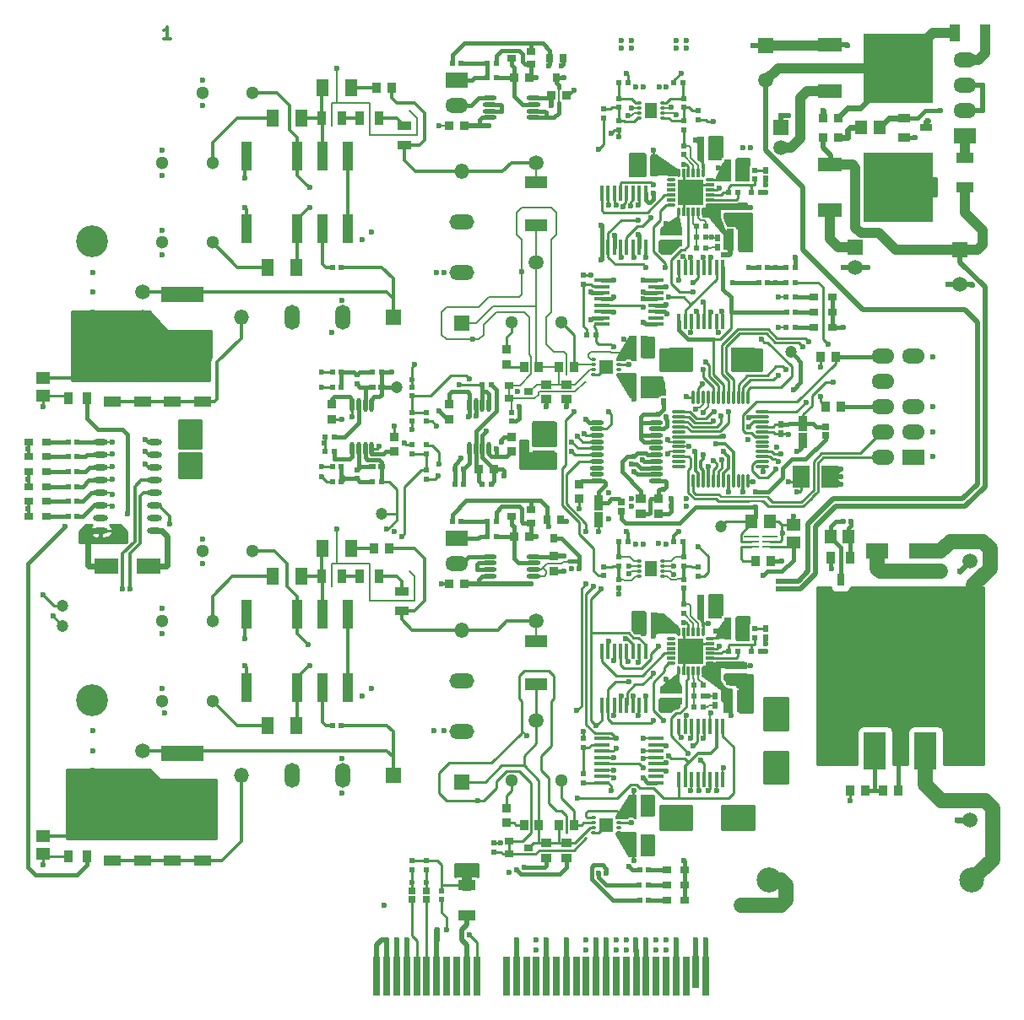
<source format=gtl>
G04 #@! TF.FileFunction,Copper,L1,Top,Signal*
%FSLAX46Y46*%
G04 Gerber Fmt 4.6, Leading zero omitted, Abs format (unit mm)*
G04 Created by KiCad (PCBNEW (after 2015-may-01 BZR unknown)-product) date Sat 23 May 2015 10:21:05 PM EDT*
%MOMM*%
G01*
G04 APERTURE LIST*
%ADD10C,0.100000*%
%ADD11C,0.300000*%
%ADD12O,1.500000X0.300000*%
%ADD13O,0.300000X1.500000*%
%ADD14O,0.300000X0.850000*%
%ADD15R,0.300000X0.850000*%
%ADD16O,0.850000X0.300000*%
%ADD17R,0.850000X0.300000*%
%ADD18R,2.550000X2.550000*%
%ADD19C,0.600000*%
%ADD20O,0.650000X0.300000*%
%ADD21R,1.450000X1.450000*%
%ADD22C,1.500000*%
%ADD23O,1.450000X0.450000*%
%ADD24R,0.600000X0.600000*%
%ADD25R,1.500000X1.500000*%
%ADD26O,1.500000X2.500000*%
%ADD27O,1.500000X1.500000*%
%ADD28R,4.200000X1.500000*%
%ADD29R,1.524000X16.256000*%
%ADD30C,1.300000*%
%ADD31R,2.286000X1.524000*%
%ADD32O,2.286000X1.524000*%
%ADD33R,1.110000X3.000000*%
%ADD34R,0.701040X4.000500*%
%ADD35R,0.701040X3.200400*%
%ADD36R,1.200000X1.600000*%
%ADD37R,1.450000X1.150000*%
%ADD38R,0.950000X0.900000*%
%ADD39R,1.200000X1.800000*%
%ADD40R,0.900000X0.950000*%
%ADD41R,2.350000X2.450000*%
%ADD42R,0.750000X2.200000*%
%ADD43R,2.200000X0.750000*%
%ADD44R,2.450000X2.350000*%
%ADD45R,1.800000X2.250000*%
%ADD46R,0.650000X0.600000*%
%ADD47R,2.250000X1.800000*%
%ADD48R,1.150000X1.450000*%
%ADD49R,0.850000X0.650000*%
%ADD50R,0.650000X0.850000*%
%ADD51R,2.300000X1.500000*%
%ADD52R,2.400000X1.550000*%
%ADD53R,1.800000X1.050000*%
%ADD54R,1.050000X1.800000*%
%ADD55C,3.200000*%
%ADD56O,2.500000X1.500000*%
%ADD57O,1.500000X0.600000*%
%ADD58R,0.850000X1.000000*%
%ADD59R,0.950000X1.450000*%
%ADD60R,1.450000X0.950000*%
%ADD61R,1.000000X0.850000*%
%ADD62R,0.900000X1.300000*%
%ADD63R,0.800000X1.300000*%
%ADD64O,1.550000X0.400000*%
%ADD65O,0.400000X1.550000*%
%ADD66O,0.450000X1.450000*%
%ADD67R,2.300000X3.800000*%
%ADD68R,10.900000X9.550000*%
%ADD69R,2.450000X1.450000*%
%ADD70R,6.950000X6.950000*%
%ADD71C,2.500000*%
%ADD72C,1.200000*%
%ADD73R,0.899160X0.800100*%
%ADD74R,0.600000X0.650000*%
%ADD75R,1.300000X0.900000*%
%ADD76R,1.300000X0.800000*%
%ADD77R,1.500000X0.280000*%
%ADD78R,0.950000X1.500000*%
%ADD79R,2.300000X1.200000*%
%ADD80R,0.700000X0.650000*%
%ADD81C,0.250000*%
%ADD82C,0.180000*%
%ADD83C,0.350000*%
%ADD84C,0.400000*%
%ADD85C,0.200000*%
%ADD86C,0.500000*%
%ADD87C,0.600000*%
%ADD88C,1.000000*%
%ADD89C,1.500000*%
%ADD90C,0.450000*%
%ADD91C,0.254000*%
G04 APERTURE END LIST*
D10*
D11*
X77842858Y-20542857D02*
X77157143Y-20542857D01*
X77500001Y-20542857D02*
X77500001Y-19342857D01*
X77385715Y-19514286D01*
X77271429Y-19628571D01*
X77157143Y-19685714D01*
D12*
X137200000Y-63500000D03*
X137200000Y-63000000D03*
X137200000Y-62500000D03*
X137200000Y-62000000D03*
X137200000Y-61500000D03*
X137200000Y-61000000D03*
X137200000Y-60500000D03*
X137200000Y-60000000D03*
X137200000Y-59500000D03*
X137200000Y-59000000D03*
X137200000Y-58500000D03*
X137200000Y-58000000D03*
D13*
X135750000Y-56550000D03*
X135250000Y-56550000D03*
X134750000Y-56550000D03*
X134250000Y-56550000D03*
X133750000Y-56550000D03*
X133250000Y-56550000D03*
X132750000Y-56550000D03*
X132250000Y-56550000D03*
X131750000Y-56550000D03*
X131250000Y-56550000D03*
X130750000Y-56550000D03*
X130250000Y-56550000D03*
D12*
X128800000Y-58000000D03*
X128800000Y-58500000D03*
X128800000Y-59000000D03*
X128800000Y-59500000D03*
X128800000Y-60000000D03*
X128800000Y-60500000D03*
X128800000Y-61000000D03*
X128800000Y-61500000D03*
X128800000Y-62000000D03*
X128800000Y-62500000D03*
X128800000Y-63000000D03*
X128800000Y-63500000D03*
D13*
X130250000Y-64950000D03*
X130750000Y-64950000D03*
X131250000Y-64950000D03*
X131750000Y-64950000D03*
X132250000Y-64950000D03*
X132750000Y-64950000D03*
X133250000Y-64950000D03*
X133750000Y-64950000D03*
X134250000Y-64950000D03*
X134750000Y-64950000D03*
X135250000Y-64950000D03*
X135750000Y-64950000D03*
D14*
X131250000Y-34050000D03*
D15*
X130750000Y-34050000D03*
X130250000Y-34050000D03*
X129750000Y-34050000D03*
X129250000Y-34050000D03*
D14*
X128750000Y-34050000D03*
D16*
X128050000Y-34750000D03*
D17*
X128050000Y-35250000D03*
X128050000Y-35750000D03*
X128050000Y-36250000D03*
X128050000Y-36750000D03*
D16*
X128050000Y-37250000D03*
D14*
X128750000Y-37950000D03*
D15*
X129250000Y-37950000D03*
X129750000Y-37950000D03*
X130250000Y-37950000D03*
X130750000Y-37950000D03*
D14*
X131250000Y-37950000D03*
D16*
X131950000Y-37250000D03*
D17*
X131950000Y-36750000D03*
X131950000Y-36250000D03*
X131950000Y-35750000D03*
X131950000Y-35250000D03*
D16*
X131950000Y-34750000D03*
D18*
X130000000Y-36000000D03*
D19*
X130000000Y-36000000D03*
X130500000Y-35500000D03*
X130500000Y-36500000D03*
X129500000Y-36500000D03*
X129500000Y-35500000D03*
D20*
X120195000Y-52750000D03*
X120195000Y-53250000D03*
X120195000Y-53750000D03*
X120195000Y-54250000D03*
X122805000Y-54250000D03*
X122805000Y-53750000D03*
X122805000Y-53250000D03*
X122805000Y-52750000D03*
D21*
X121500000Y-53500000D03*
D19*
X121500000Y-53500000D03*
X121100000Y-53100000D03*
X121900000Y-53100000D03*
X121900000Y-53900000D03*
X121100000Y-53900000D03*
D14*
X131250000Y-80050000D03*
D15*
X130750000Y-80050000D03*
X130250000Y-80050000D03*
X129750000Y-80050000D03*
X129250000Y-80050000D03*
D14*
X128750000Y-80050000D03*
D16*
X128050000Y-80750000D03*
D17*
X128050000Y-81250000D03*
X128050000Y-81750000D03*
X128050000Y-82250000D03*
X128050000Y-82750000D03*
D16*
X128050000Y-83250000D03*
D14*
X128750000Y-83950000D03*
D15*
X129250000Y-83950000D03*
X129750000Y-83950000D03*
X130250000Y-83950000D03*
X130750000Y-83950000D03*
D14*
X131250000Y-83950000D03*
D16*
X131950000Y-83250000D03*
D17*
X131950000Y-82750000D03*
X131950000Y-82250000D03*
X131950000Y-81750000D03*
X131950000Y-81250000D03*
D16*
X131950000Y-80750000D03*
D18*
X130000000Y-82000000D03*
D19*
X130000000Y-82000000D03*
X130500000Y-81500000D03*
X130500000Y-82500000D03*
X129500000Y-82500000D03*
X129500000Y-81500000D03*
D20*
X120195000Y-98750000D03*
X120195000Y-99250000D03*
X120195000Y-99750000D03*
X120195000Y-100250000D03*
X122805000Y-100250000D03*
X122805000Y-99750000D03*
X122805000Y-99250000D03*
X122805000Y-98750000D03*
D21*
X121500000Y-99500000D03*
D19*
X121500000Y-99500000D03*
X121100000Y-99100000D03*
X121900000Y-99100000D03*
X121900000Y-99900000D03*
X121100000Y-99900000D03*
D22*
X114500000Y-89000000D03*
X114500000Y-79000000D03*
D23*
X114200000Y-74475000D03*
X114200000Y-73825000D03*
X114200000Y-73175000D03*
X114200000Y-72525000D03*
X109800000Y-72525000D03*
X109800000Y-73175000D03*
X109800000Y-73825000D03*
X109800000Y-74475000D03*
D24*
X109550000Y-23000000D03*
X110450000Y-23000000D03*
D23*
X120550000Y-59075000D03*
X120550000Y-59725000D03*
X120550000Y-60375000D03*
X120550000Y-61025000D03*
X120550000Y-61675000D03*
X120550000Y-62325000D03*
X120550000Y-62975000D03*
X120550000Y-63625000D03*
X120550000Y-64275000D03*
X120550000Y-64925000D03*
X126450000Y-64925000D03*
X126450000Y-64275000D03*
X126450000Y-63625000D03*
X126450000Y-62975000D03*
X126450000Y-62325000D03*
X126450000Y-61675000D03*
X126450000Y-61025000D03*
X126450000Y-60375000D03*
X126450000Y-59725000D03*
X126450000Y-59075000D03*
D25*
X100120000Y-94500000D03*
D26*
X95040000Y-94500000D03*
X89960000Y-94500000D03*
D27*
X84880000Y-94500000D03*
D28*
X79000000Y-46250000D03*
X79000000Y-50750000D03*
D29*
X143634000Y-85000000D03*
X158366000Y-85000000D03*
D30*
X86000000Y-26000000D03*
X81000000Y-26000000D03*
D31*
X152274000Y-62580000D03*
D32*
X152274000Y-60040000D03*
X152274000Y-57500000D03*
X152274000Y-52420000D03*
X149226000Y-62580000D03*
X149226000Y-60040000D03*
X149226000Y-57500000D03*
X149226000Y-54960000D03*
X149226000Y-52420000D03*
D22*
X114500000Y-43000000D03*
X114500000Y-33000000D03*
D33*
X90500000Y-78355000D03*
X93040000Y-78355000D03*
X95580000Y-78355000D03*
X90500000Y-85645000D03*
X93040000Y-85645000D03*
X95580000Y-85645000D03*
X85420000Y-78355000D03*
X85420000Y-85645000D03*
D34*
X111501140Y-114599440D03*
X112499360Y-114599440D03*
X113500120Y-114599440D03*
X114500880Y-114599440D03*
X115499100Y-114599440D03*
X116499860Y-114599440D03*
X117500620Y-114599440D03*
X98498880Y-114599440D03*
X99499640Y-114599440D03*
X100500400Y-114599440D03*
X101501160Y-114599440D03*
X102499380Y-114599440D03*
X103500140Y-114599440D03*
X104500900Y-114599440D03*
X105499120Y-114599440D03*
X106499880Y-114599440D03*
X107500640Y-114599440D03*
X108498860Y-114599440D03*
X118498840Y-114599440D03*
X119499600Y-114599440D03*
X120500360Y-114599440D03*
X121501120Y-114599440D03*
X122499340Y-114599440D03*
X123500100Y-114599440D03*
X124500860Y-114599440D03*
X125499080Y-114599440D03*
X126499840Y-114599440D03*
X127500600Y-114599440D03*
X128498820Y-114599440D03*
X129499580Y-114599440D03*
D35*
X130500340Y-114200660D03*
D34*
X131501100Y-114599440D03*
D30*
X82000000Y-87000000D03*
X77000000Y-87000000D03*
X86000000Y-72000000D03*
X81000000Y-72000000D03*
X82000000Y-79000000D03*
X77000000Y-79000000D03*
X117000000Y-95000000D03*
X112000000Y-95000000D03*
X117000000Y-49000000D03*
X112000000Y-49000000D03*
X82000000Y-33000000D03*
X77000000Y-33000000D03*
X82000000Y-41000000D03*
X77000000Y-41000000D03*
D20*
X127200000Y-28500000D03*
X127200000Y-28000000D03*
X127200000Y-27500000D03*
X127200000Y-27000000D03*
X124800000Y-27000000D03*
X124800000Y-27500000D03*
X124800000Y-28000000D03*
X124800000Y-28500000D03*
D36*
X126000000Y-27750000D03*
D37*
X65000000Y-102400000D03*
X65000000Y-100600000D03*
D38*
X111500000Y-97750000D03*
X111500000Y-99250000D03*
D39*
X95950000Y-71750000D03*
X93050000Y-71750000D03*
X90950000Y-74500000D03*
X88050000Y-74500000D03*
X90450000Y-89500000D03*
X87550000Y-89500000D03*
D40*
X112250000Y-70500000D03*
X113750000Y-70500000D03*
D41*
X128900000Y-98750000D03*
X135100000Y-98750000D03*
D42*
X124200000Y-97500000D03*
X125300000Y-97500000D03*
X130950000Y-77500000D03*
X132050000Y-77500000D03*
X133850000Y-87000000D03*
X134950000Y-87000000D03*
D43*
X134500000Y-83450000D03*
X134500000Y-84550000D03*
D44*
X138500000Y-94100000D03*
X138500000Y-87900000D03*
D42*
X125300000Y-101500000D03*
X124200000Y-101500000D03*
X134800000Y-79750000D03*
X133700000Y-79750000D03*
D43*
X128000000Y-87050000D03*
X128000000Y-85950000D03*
D42*
X125200000Y-79250000D03*
X126300000Y-79250000D03*
D40*
X107250000Y-75250000D03*
X105750000Y-75250000D03*
D38*
X116250000Y-74000000D03*
X116250000Y-72500000D03*
D45*
X141050000Y-64500000D03*
X143950000Y-64500000D03*
D38*
X118750000Y-66750000D03*
X118750000Y-65250000D03*
D46*
X98950000Y-55500000D03*
X98050000Y-55500000D03*
X98950000Y-63500000D03*
X98050000Y-63500000D03*
D40*
X110250000Y-63750000D03*
X108750000Y-63750000D03*
D47*
X115250000Y-62700000D03*
X115250000Y-59800000D03*
D38*
X112000000Y-62000000D03*
X112000000Y-60500000D03*
X100250000Y-62000000D03*
X100250000Y-60500000D03*
D47*
X79750000Y-63700000D03*
X79750000Y-60800000D03*
D38*
X105750000Y-58750000D03*
X105750000Y-57250000D03*
X94000000Y-58750000D03*
X94000000Y-57250000D03*
D25*
X158000000Y-97000000D03*
D22*
X158000000Y-99000000D03*
D25*
X158000000Y-71000000D03*
D22*
X158000000Y-73000000D03*
D40*
X143250000Y-30500000D03*
X144750000Y-30500000D03*
D25*
X146500000Y-41500000D03*
D22*
X146500000Y-43500000D03*
D37*
X140250000Y-71150000D03*
X140250000Y-69350000D03*
D48*
X136100000Y-69000000D03*
X137900000Y-69000000D03*
D40*
X144750000Y-28500000D03*
X143250000Y-28500000D03*
D25*
X139000000Y-29500000D03*
D22*
X139000000Y-31500000D03*
D37*
X65000000Y-56400000D03*
X65000000Y-54600000D03*
D38*
X111500000Y-51750000D03*
X111500000Y-53250000D03*
D39*
X95950000Y-25500000D03*
X93050000Y-25500000D03*
X90950000Y-28500000D03*
X88050000Y-28500000D03*
X90450000Y-43500000D03*
X87550000Y-43500000D03*
D40*
X112250000Y-24500000D03*
X113750000Y-24500000D03*
D41*
X129000000Y-52750000D03*
X135200000Y-52750000D03*
D42*
X124200000Y-51500000D03*
X125300000Y-51500000D03*
X130950000Y-31500000D03*
X132050000Y-31500000D03*
X133950000Y-40750000D03*
X135050000Y-40750000D03*
D43*
X134500000Y-37450000D03*
X134500000Y-38550000D03*
D42*
X125300000Y-55500000D03*
X124200000Y-55500000D03*
X134800000Y-33750000D03*
X133700000Y-33750000D03*
D43*
X128000000Y-41050000D03*
X128000000Y-39950000D03*
D42*
X125200000Y-33250000D03*
X126300000Y-33250000D03*
D40*
X107250000Y-29250000D03*
X105750000Y-29250000D03*
X117500000Y-26250000D03*
X116000000Y-26250000D03*
D49*
X111800000Y-101100000D03*
X111800000Y-102400000D03*
X113700000Y-101750000D03*
X113950000Y-69150000D03*
X113950000Y-67850000D03*
X112050000Y-68500000D03*
D50*
X116900000Y-68800000D03*
X115600000Y-68800000D03*
X116250000Y-70700000D03*
D51*
X148700000Y-72000000D03*
X153000000Y-72000000D03*
D49*
X111800000Y-55350000D03*
X111800000Y-56650000D03*
X113700000Y-56000000D03*
X113950000Y-23150000D03*
X113950000Y-21850000D03*
X112050000Y-22500000D03*
D50*
X117150000Y-22550000D03*
X115850000Y-22550000D03*
X116500000Y-24450000D03*
D52*
X75600000Y-73500000D03*
X71400000Y-73500000D03*
D53*
X107500000Y-105500000D03*
X107500000Y-108500000D03*
X157500000Y-32500000D03*
X157500000Y-35500000D03*
D54*
X159500000Y-20000000D03*
X156500000Y-20000000D03*
D28*
X79000000Y-92250000D03*
X79000000Y-96750000D03*
D31*
X106500000Y-24730000D03*
D32*
X106500000Y-27270000D03*
D22*
X75000000Y-46000000D03*
X75000000Y-48540000D03*
D55*
X69920000Y-40920000D03*
X69920000Y-51080000D03*
D31*
X106500000Y-70730000D03*
D32*
X106500000Y-73270000D03*
D22*
X75000000Y-92000000D03*
X75000000Y-94540000D03*
D55*
X69920000Y-86920000D03*
X69920000Y-97080000D03*
D31*
X157500000Y-30310000D03*
D32*
X157500000Y-27770000D03*
X157500000Y-25230000D03*
X157500000Y-22690000D03*
D25*
X107000000Y-95120000D03*
D56*
X107000000Y-90040000D03*
X107000000Y-84960000D03*
D27*
X107000000Y-79880000D03*
D25*
X107000000Y-49120000D03*
D56*
X107000000Y-44040000D03*
X107000000Y-38960000D03*
D27*
X107000000Y-33880000D03*
D33*
X90500000Y-32355000D03*
X93040000Y-32355000D03*
X95580000Y-32355000D03*
X90500000Y-39645000D03*
X93040000Y-39645000D03*
X95580000Y-39645000D03*
X85420000Y-32355000D03*
X85420000Y-39645000D03*
D25*
X100120000Y-48500000D03*
D26*
X95040000Y-48500000D03*
X89960000Y-48500000D03*
D27*
X84880000Y-48500000D03*
D57*
X70800000Y-61055000D03*
X70800000Y-62325000D03*
X70800000Y-63595000D03*
X70800000Y-64865000D03*
X70800000Y-66135000D03*
X70800000Y-67405000D03*
X70800000Y-68675000D03*
X70800000Y-69945000D03*
X76200000Y-69945000D03*
X76200000Y-68675000D03*
X76200000Y-67405000D03*
X76200000Y-66135000D03*
X76200000Y-64865000D03*
X76200000Y-63595000D03*
X76200000Y-62325000D03*
X76200000Y-61055000D03*
D58*
X113250000Y-99500000D03*
X114750000Y-99500000D03*
X99750000Y-71750000D03*
X98250000Y-71750000D03*
X118250000Y-99500000D03*
X116750000Y-99500000D03*
D24*
X94050000Y-89500000D03*
X94950000Y-89500000D03*
D59*
X95000000Y-74500000D03*
X93000000Y-74500000D03*
X98750000Y-74500000D03*
X96750000Y-74500000D03*
D60*
X101000000Y-78000000D03*
X101000000Y-76000000D03*
D61*
X115500000Y-101250000D03*
X115500000Y-102750000D03*
X117500000Y-101250000D03*
X117500000Y-102750000D03*
D53*
X81000000Y-103000000D03*
X81000000Y-100000000D03*
X78000000Y-103000000D03*
X78000000Y-100000000D03*
X75000000Y-103000000D03*
X75000000Y-100000000D03*
X72000000Y-103000000D03*
X72000000Y-100000000D03*
D24*
X110250000Y-102200000D03*
X110250000Y-101300000D03*
X129250000Y-74800000D03*
X129250000Y-75700000D03*
X129250000Y-72550000D03*
X129250000Y-73450000D03*
X119250000Y-95250000D03*
X119250000Y-94350000D03*
X129250000Y-77300000D03*
X129250000Y-78200000D03*
X130300000Y-86500000D03*
X131200000Y-86500000D03*
X131200000Y-85400000D03*
X130300000Y-85400000D03*
X119250000Y-91700000D03*
X119250000Y-90800000D03*
X136050000Y-82000000D03*
X136950000Y-82000000D03*
X134700000Y-82000000D03*
X133800000Y-82000000D03*
X122750000Y-74800000D03*
X122750000Y-75700000D03*
X122750000Y-72550000D03*
X122750000Y-73450000D03*
X106050000Y-69000000D03*
X106950000Y-69000000D03*
X110450000Y-70500000D03*
X109550000Y-70500000D03*
X109550000Y-69000000D03*
X110450000Y-69000000D03*
D61*
X125000000Y-66750000D03*
X125000000Y-68250000D03*
D58*
X144500000Y-52500000D03*
X143000000Y-52500000D03*
X145000000Y-57500000D03*
X143500000Y-57500000D03*
D24*
X94950000Y-54000000D03*
X94050000Y-54000000D03*
X98950000Y-54000000D03*
X98050000Y-54000000D03*
X94950000Y-65000000D03*
X94050000Y-65000000D03*
X98950000Y-65000000D03*
X98050000Y-65000000D03*
X94950000Y-55500000D03*
X94050000Y-55500000D03*
X96500000Y-54300000D03*
X96500000Y-55200000D03*
X94950000Y-63500000D03*
X94050000Y-63500000D03*
X96500000Y-64700000D03*
X96500000Y-63800000D03*
X93300000Y-60500000D03*
X94200000Y-60500000D03*
X93300000Y-62000000D03*
X94200000Y-62000000D03*
X109050000Y-55250000D03*
X109950000Y-55250000D03*
X109050000Y-65250000D03*
X109950000Y-65250000D03*
X106300000Y-63750000D03*
X107200000Y-63750000D03*
X106300000Y-65250000D03*
X107200000Y-65250000D03*
D58*
X150750000Y-96000000D03*
X149250000Y-96000000D03*
X147500000Y-96000000D03*
X146000000Y-96000000D03*
X113250000Y-53500000D03*
X114750000Y-53500000D03*
X100000000Y-25500000D03*
X98500000Y-25500000D03*
X118250000Y-53500000D03*
X116750000Y-53500000D03*
D24*
X94050000Y-43500000D03*
X94950000Y-43500000D03*
D59*
X95000000Y-28500000D03*
X93000000Y-28500000D03*
X98750000Y-28500000D03*
X96750000Y-28500000D03*
D60*
X101250000Y-31250000D03*
X101250000Y-29250000D03*
D61*
X115500000Y-55250000D03*
X115500000Y-56750000D03*
X117500000Y-55250000D03*
X117500000Y-56750000D03*
D53*
X78000000Y-57000000D03*
X78000000Y-54000000D03*
X75000000Y-57000000D03*
X75000000Y-54000000D03*
X72000000Y-57000000D03*
X72000000Y-54000000D03*
X81000000Y-57000000D03*
X81000000Y-54000000D03*
D24*
X112000000Y-58050000D03*
X112000000Y-58950000D03*
X129250000Y-28800000D03*
X129250000Y-29700000D03*
X129250000Y-26550000D03*
X129250000Y-27450000D03*
X120450000Y-50250000D03*
X119550000Y-50250000D03*
X129250000Y-31300000D03*
X129250000Y-32200000D03*
X130550000Y-40500000D03*
X131450000Y-40500000D03*
X131450000Y-39400000D03*
X130550000Y-39400000D03*
X119250000Y-45200000D03*
X119250000Y-44300000D03*
X136050000Y-36000000D03*
X136950000Y-36000000D03*
X134700000Y-36000000D03*
X133800000Y-36000000D03*
X122750000Y-28800000D03*
X122750000Y-29700000D03*
X122750000Y-26550000D03*
X122750000Y-27450000D03*
X106050000Y-23000000D03*
X106950000Y-23000000D03*
X110450000Y-24500000D03*
X109550000Y-24500000D03*
D62*
X67550000Y-102600000D03*
X69450000Y-102600000D03*
D63*
X68500000Y-100400000D03*
D64*
X121050000Y-90795000D03*
X121050000Y-91425000D03*
X121050000Y-92055000D03*
X121050000Y-92685000D03*
X121050000Y-93315000D03*
X121050000Y-93945000D03*
X121050000Y-94575000D03*
X121050000Y-95205000D03*
X126450000Y-95205000D03*
X126450000Y-94575000D03*
X126450000Y-93945000D03*
X126450000Y-93315000D03*
X126450000Y-92685000D03*
X126450000Y-92055000D03*
X126450000Y-91425000D03*
X126450000Y-90795000D03*
D65*
X128795000Y-94950000D03*
X129425000Y-94950000D03*
X130055000Y-94950000D03*
X130685000Y-94950000D03*
X131315000Y-94950000D03*
X131945000Y-94950000D03*
X132575000Y-94950000D03*
X133205000Y-94950000D03*
X133205000Y-89550000D03*
X132575000Y-89550000D03*
X131945000Y-89550000D03*
X131315000Y-89550000D03*
X130685000Y-89550000D03*
X130055000Y-89550000D03*
X129425000Y-89550000D03*
X128795000Y-89550000D03*
X121045000Y-87450000D03*
X121675000Y-87450000D03*
X122305000Y-87450000D03*
X122935000Y-87450000D03*
X123565000Y-87450000D03*
X124195000Y-87450000D03*
X124825000Y-87450000D03*
X125455000Y-87450000D03*
X125455000Y-82050000D03*
X124825000Y-82050000D03*
X124195000Y-82050000D03*
X123565000Y-82050000D03*
X122935000Y-82050000D03*
X122305000Y-82050000D03*
X121675000Y-82050000D03*
X121045000Y-82050000D03*
D20*
X127200000Y-74500000D03*
X127200000Y-74000000D03*
X127200000Y-73500000D03*
X127200000Y-73000000D03*
X124800000Y-73000000D03*
X124800000Y-73500000D03*
X124800000Y-74000000D03*
X124800000Y-74500000D03*
D36*
X126000000Y-73750000D03*
D66*
X109725000Y-57300000D03*
X109075000Y-57300000D03*
X108425000Y-57300000D03*
X107775000Y-57300000D03*
X107775000Y-61700000D03*
X108425000Y-61700000D03*
X109075000Y-61700000D03*
X109725000Y-61700000D03*
X97975000Y-57300000D03*
X97325000Y-57300000D03*
X96675000Y-57300000D03*
X96025000Y-57300000D03*
X96025000Y-61700000D03*
X96675000Y-61700000D03*
X97325000Y-61700000D03*
X97975000Y-61700000D03*
D23*
X114200000Y-28475000D03*
X114200000Y-27825000D03*
X114200000Y-27175000D03*
X114200000Y-26525000D03*
X109800000Y-26525000D03*
X109800000Y-27175000D03*
X109800000Y-27825000D03*
X109800000Y-28475000D03*
D67*
X148460000Y-92050000D03*
X153540000Y-92050000D03*
D68*
X151000000Y-81000000D03*
D69*
X143900000Y-33200000D03*
X143900000Y-37800000D03*
D70*
X150800000Y-35500000D03*
D69*
X143900000Y-21200000D03*
X143900000Y-25800000D03*
D70*
X150800000Y-23500000D03*
D62*
X67550000Y-56600000D03*
X69450000Y-56600000D03*
D63*
X68500000Y-54400000D03*
D64*
X121050000Y-44795000D03*
X121050000Y-45425000D03*
X121050000Y-46055000D03*
X121050000Y-46685000D03*
X121050000Y-47315000D03*
X121050000Y-47945000D03*
X121050000Y-48575000D03*
X121050000Y-49205000D03*
X126450000Y-49205000D03*
X126450000Y-48575000D03*
X126450000Y-47945000D03*
X126450000Y-47315000D03*
X126450000Y-46685000D03*
X126450000Y-46055000D03*
X126450000Y-45425000D03*
X126450000Y-44795000D03*
D65*
X128795000Y-48950000D03*
X129425000Y-48950000D03*
X130055000Y-48950000D03*
X130685000Y-48950000D03*
X131315000Y-48950000D03*
X131945000Y-48950000D03*
X132575000Y-48950000D03*
X133205000Y-48950000D03*
X133205000Y-43550000D03*
X132575000Y-43550000D03*
X131945000Y-43550000D03*
X131315000Y-43550000D03*
X130685000Y-43550000D03*
X130055000Y-43550000D03*
X129425000Y-43550000D03*
X128795000Y-43550000D03*
X121045000Y-41450000D03*
X121675000Y-41450000D03*
X122305000Y-41450000D03*
X122935000Y-41450000D03*
X123565000Y-41450000D03*
X124195000Y-41450000D03*
X124825000Y-41450000D03*
X125455000Y-41450000D03*
X125455000Y-36050000D03*
X124825000Y-36050000D03*
X124195000Y-36050000D03*
X123565000Y-36050000D03*
X122935000Y-36050000D03*
X122305000Y-36050000D03*
X121675000Y-36050000D03*
X121045000Y-36050000D03*
D38*
X126750000Y-68250000D03*
X126750000Y-66750000D03*
D24*
X128300000Y-25000000D03*
X129200000Y-25000000D03*
X123700000Y-25000000D03*
X122800000Y-25000000D03*
X128300000Y-71000000D03*
X129200000Y-71000000D03*
X123700000Y-71000000D03*
X122800000Y-71000000D03*
D71*
X158160000Y-105000000D03*
X137840000Y-105000000D03*
D72*
X140000000Y-52000000D03*
X100500000Y-55500000D03*
X99000000Y-68250000D03*
D73*
X63600840Y-61000000D03*
X65399160Y-61000000D03*
X63600840Y-62500000D03*
X65399160Y-62500000D03*
X63600840Y-64000000D03*
X65399160Y-64000000D03*
X63600840Y-65500000D03*
X65399160Y-65500000D03*
X63600840Y-67000000D03*
X65399160Y-67000000D03*
X63600840Y-68500000D03*
X65399160Y-68500000D03*
D24*
X68450000Y-61000000D03*
X67550000Y-61000000D03*
X68450000Y-62500000D03*
X67550000Y-62500000D03*
X68450000Y-64000000D03*
X67550000Y-64000000D03*
X68450000Y-65500000D03*
X67550000Y-65500000D03*
X68450000Y-67000000D03*
X67550000Y-67000000D03*
X68450000Y-68500000D03*
X67550000Y-68500000D03*
D73*
X144149160Y-48000000D03*
X142350840Y-48000000D03*
X144149160Y-46500000D03*
X142350840Y-46500000D03*
X144149160Y-49500000D03*
X142350840Y-49500000D03*
X129399160Y-104000000D03*
X127600840Y-104000000D03*
X129399160Y-107000000D03*
X127600840Y-107000000D03*
X129399160Y-105500000D03*
X127600840Y-105500000D03*
D24*
X139600000Y-48000000D03*
X140500000Y-48000000D03*
X139550000Y-46500000D03*
X140450000Y-46500000D03*
X139550000Y-49500000D03*
X140450000Y-49500000D03*
X124850000Y-104000000D03*
X125750000Y-104000000D03*
X124850000Y-107000000D03*
X125750000Y-107000000D03*
X124800000Y-105500000D03*
X125700000Y-105500000D03*
D74*
X132400000Y-87450000D03*
X132400000Y-86550000D03*
X132700000Y-41450000D03*
X132700000Y-40550000D03*
D24*
X130300000Y-87600000D03*
X131200000Y-87600000D03*
X130550000Y-41600000D03*
X131450000Y-41600000D03*
D74*
X137500000Y-79750000D03*
X137500000Y-80650000D03*
X137500000Y-33750000D03*
X137500000Y-34650000D03*
D24*
X136400000Y-80650000D03*
X136400000Y-79750000D03*
X136400000Y-34650000D03*
X136400000Y-33750000D03*
D48*
X145800000Y-70500000D03*
X144000000Y-70500000D03*
X148900000Y-29500000D03*
X147100000Y-29500000D03*
D24*
X140450000Y-43500000D03*
X139550000Y-43500000D03*
X140450000Y-45000000D03*
X139550000Y-45000000D03*
X137700000Y-43500000D03*
X136800000Y-43500000D03*
X137700000Y-45000000D03*
X136800000Y-45000000D03*
D62*
X145950000Y-72650000D03*
X144050000Y-72650000D03*
D63*
X145000000Y-74850000D03*
D75*
X151400000Y-28550000D03*
X151400000Y-30450000D03*
D76*
X153600000Y-29500000D03*
D25*
X157000000Y-41749940D03*
D22*
X157000000Y-45250060D03*
D25*
X137500000Y-21249940D03*
D22*
X137500000Y-24750060D03*
D58*
X138000000Y-73000000D03*
X136500000Y-73000000D03*
D77*
X137925000Y-71500000D03*
X137925000Y-71000000D03*
X137925000Y-70500000D03*
X136075000Y-70500000D03*
X136075000Y-71000000D03*
X136075000Y-71500000D03*
D78*
X120750000Y-67150000D03*
X120750000Y-68850000D03*
X141250000Y-59150000D03*
X141250000Y-60850000D03*
D79*
X114500000Y-39300000D03*
X114500000Y-35000000D03*
X114500000Y-85300000D03*
X114500000Y-81000000D03*
D72*
X67000000Y-77500000D03*
X67000000Y-79500000D03*
X133000000Y-69500000D03*
D80*
X143500000Y-60400000D03*
X143500000Y-59500000D03*
X123000000Y-67950000D03*
X123000000Y-67050000D03*
D74*
X127250000Y-56950000D03*
X127250000Y-56050000D03*
X139000000Y-59300000D03*
X139000000Y-60200000D03*
D80*
X103500000Y-106950000D03*
X103500000Y-106050000D03*
X102000000Y-106950000D03*
X102000000Y-106050000D03*
D24*
X105000000Y-106050000D03*
X105000000Y-106950000D03*
X102000000Y-103050000D03*
X102000000Y-103950000D03*
X103500000Y-103050000D03*
X103500000Y-103950000D03*
X130750000Y-27800000D03*
X130750000Y-28700000D03*
X121250000Y-27600000D03*
X121250000Y-28500000D03*
X130750000Y-73600000D03*
X130750000Y-74500000D03*
X121250000Y-73550000D03*
X121250000Y-74450000D03*
X103500000Y-58050000D03*
X103500000Y-58950000D03*
X103500000Y-62200000D03*
X103500000Y-61300000D03*
X102000000Y-58950000D03*
X102000000Y-58050000D03*
X102000000Y-55500000D03*
X102000000Y-56400000D03*
X103500000Y-64750000D03*
X103500000Y-63850000D03*
X102000000Y-61300000D03*
X102000000Y-62200000D03*
D19*
X130780003Y-96000000D03*
X137500000Y-82000000D03*
X137500000Y-81250000D03*
X135750000Y-87750000D03*
X135750000Y-86250000D03*
X135750000Y-87000000D03*
X135500000Y-79750000D03*
X135500000Y-79000000D03*
X135250000Y-85250000D03*
X133767393Y-85210243D03*
X134500000Y-85250000D03*
X135500000Y-80500000D03*
X135250000Y-85250000D03*
X133767393Y-85210243D03*
X134500000Y-85250000D03*
X135500000Y-80500000D03*
X135500000Y-79000000D03*
X135500000Y-79750000D03*
X131750000Y-86500000D03*
X119250048Y-90105565D03*
X93250000Y-61144990D03*
X114500000Y-112000000D03*
X135750000Y-60750000D03*
X127499996Y-47250000D03*
X97000000Y-86500000D03*
X133500000Y-98000000D03*
X120750000Y-70000000D03*
X112750000Y-57500000D03*
X104535172Y-110999998D03*
X127500000Y-111000000D03*
X102250000Y-53250000D03*
X129500000Y-66750000D03*
X129500000Y-20750000D03*
X125250000Y-92000000D03*
X80500000Y-62500000D03*
X111000000Y-61000000D03*
X123500000Y-111000000D03*
X125250000Y-46669990D03*
X95000000Y-58750000D03*
X102000000Y-54750000D03*
X145000000Y-65250000D03*
X100250000Y-59394990D03*
X127500000Y-71250000D03*
X135250000Y-39250000D03*
X122750000Y-76250000D03*
X101250000Y-61144990D03*
X79750000Y-62500000D03*
X124250000Y-33250000D03*
X122250000Y-94000000D03*
X131500000Y-111000000D03*
X131250000Y-42500000D03*
X145000000Y-64500000D03*
X124250000Y-42500000D03*
X118802813Y-67697187D03*
X127500000Y-58500000D03*
X121500000Y-111000000D03*
X126000000Y-56250000D03*
X129500000Y-67500000D03*
X135750000Y-40000000D03*
X104535170Y-110999998D03*
X104535172Y-110000000D03*
X132750000Y-78250000D03*
X124000000Y-67500000D03*
X131774268Y-96026499D03*
X130000000Y-42500000D03*
X131116784Y-55222398D03*
X124005002Y-66750000D03*
X115500000Y-111000000D03*
X104535170Y-110000000D03*
X132750000Y-76750000D03*
X139750000Y-60250000D03*
X138592238Y-61585058D03*
X132000000Y-48000000D03*
X117500000Y-112000000D03*
X63500000Y-67750000D03*
X121719990Y-66124289D03*
X101500000Y-111000000D03*
X128500000Y-111000000D03*
X121719990Y-68750000D03*
X123675004Y-83063198D03*
X63500000Y-64750000D03*
X126000000Y-101500000D03*
X140250000Y-68500000D03*
X119500000Y-112000000D03*
X124500000Y-112000000D03*
X145266195Y-69016195D03*
X132100000Y-40500000D03*
X145000000Y-63750000D03*
X140644978Y-62000000D03*
X138592237Y-61585058D03*
X116000000Y-61250000D03*
X125250000Y-90750000D03*
X132750000Y-76750000D03*
X139214947Y-70208573D03*
X130574996Y-47936802D03*
X122250000Y-46469997D03*
X139250000Y-92500000D03*
X133750000Y-66000000D03*
X126000000Y-56250000D03*
X106939871Y-62689871D03*
X135250000Y-66000000D03*
X128000000Y-67500000D03*
X98000000Y-85750000D03*
X127499996Y-47250000D03*
X154500000Y-34750000D03*
X154500000Y-36250000D03*
X112500000Y-112000000D03*
X125250000Y-90750000D03*
X154500000Y-35500000D03*
X127500000Y-112000000D03*
X112500000Y-111000000D03*
X124000000Y-20750000D03*
X134517393Y-39210243D03*
X94500000Y-69750000D03*
X131500000Y-112000000D03*
X104750000Y-29250000D03*
X135789929Y-43500000D03*
X135750000Y-41500000D03*
X122500000Y-111000000D03*
X135750000Y-40750000D03*
X133500000Y-98750000D03*
X128000000Y-66750000D03*
X127500000Y-58500000D03*
X145250000Y-49500000D03*
X122250000Y-46469997D03*
X122530003Y-37250000D03*
X129250000Y-102999991D03*
X63500000Y-61750000D03*
X125500000Y-112000000D03*
X120500000Y-112000000D03*
X125250000Y-46000000D03*
X119500000Y-111000000D03*
X124000000Y-21500000D03*
X126500000Y-112000000D03*
X123500000Y-112000000D03*
X115500000Y-112000000D03*
X126500000Y-111000000D03*
X119500000Y-112000000D03*
X125250000Y-92750000D03*
X130000000Y-90750000D03*
X126500000Y-111000000D03*
X122500000Y-112000000D03*
X124500000Y-25370009D03*
X126000000Y-102250000D03*
X122250000Y-48030003D03*
X123500000Y-111000000D03*
X136750000Y-52000000D03*
X123500000Y-112000000D03*
X129500000Y-66750000D03*
X112750000Y-57500000D03*
X128000000Y-41750000D03*
X131500000Y-112000000D03*
X110894998Y-101250000D03*
X130500000Y-111000000D03*
X133084897Y-47925091D03*
X137500000Y-36000000D03*
X105000000Y-75250000D03*
X135500000Y-34500000D03*
X126000000Y-50750000D03*
X130500000Y-112000000D03*
X112500000Y-111000000D03*
X118250000Y-25750000D03*
X114500000Y-24500000D03*
X128500000Y-111000000D03*
X128000000Y-41750000D03*
X130500000Y-111000000D03*
X128500000Y-112000000D03*
X126000000Y-100750000D03*
X139250000Y-92500000D03*
X130000000Y-90750000D03*
X125500000Y-111000000D03*
X124246531Y-86487509D03*
X124500000Y-111000000D03*
X126837812Y-25412188D03*
X127500000Y-25370009D03*
X121500000Y-112000000D03*
X123000000Y-20750000D03*
X138500000Y-92500000D03*
X132750000Y-31500000D03*
X120500000Y-111000000D03*
X132000000Y-48000000D03*
X117500000Y-111000000D03*
X130500000Y-112000000D03*
X127500000Y-111000000D03*
X117500000Y-112000000D03*
X136750000Y-52750000D03*
X114500000Y-111000000D03*
X122250000Y-83000000D03*
X115500000Y-111000000D03*
X126000000Y-96750000D03*
X101500000Y-112000000D03*
X124514381Y-79985619D03*
X115250000Y-61250000D03*
X130000000Y-42500000D03*
X114500000Y-61250000D03*
X114500000Y-112000000D03*
X125500000Y-42500000D03*
X117250000Y-74000000D03*
X122250000Y-94000000D03*
X125250000Y-92750000D03*
X125250000Y-92000000D03*
X125500000Y-86500000D03*
X133250000Y-93750000D03*
X131250000Y-90750000D03*
X122998427Y-86498956D03*
X123675004Y-83063198D03*
X126000000Y-55500000D03*
X135500000Y-33750000D03*
X130574996Y-47936802D03*
X94500000Y-23500000D03*
X132750000Y-32250000D03*
X131250000Y-42500000D03*
X125250000Y-46000000D03*
X125250000Y-49000000D03*
X114500000Y-111000000D03*
X127901655Y-87755336D03*
X125250000Y-44750000D03*
X114500000Y-70500000D03*
X127499998Y-93250000D03*
X126500000Y-112000000D03*
X127250000Y-41750000D03*
X124250000Y-34000000D03*
X124250000Y-32500000D03*
X135500000Y-33750000D03*
X132750000Y-30750000D03*
X137750000Y-92500000D03*
X132750000Y-32250000D03*
X97000000Y-40750000D03*
X135500000Y-33000000D03*
X98000000Y-40000000D03*
X124500000Y-79250000D03*
X126000000Y-97500000D03*
X80500000Y-62500000D03*
X124520558Y-78520942D03*
X126000000Y-97500000D03*
X124520558Y-78520942D03*
X132750000Y-77500000D03*
X72250000Y-70750000D03*
X125250000Y-49000000D03*
X126000000Y-96750000D03*
X127901655Y-87755336D03*
X127250000Y-41750000D03*
X126000000Y-100750000D03*
X127250000Y-87750000D03*
X117520569Y-68958862D03*
X126000000Y-101500000D03*
X131774268Y-96026499D03*
X123000000Y-21500000D03*
X123000000Y-20750000D03*
X128500000Y-21500000D03*
X124000000Y-21500000D03*
X128500000Y-20750000D03*
X129500000Y-21500000D03*
X126000000Y-52250000D03*
X126000000Y-52250000D03*
X129500000Y-20750000D03*
X70750000Y-70750000D03*
X71500000Y-70750000D03*
X124250000Y-42500000D03*
X72250000Y-70750000D03*
X73000000Y-70750000D03*
X126000000Y-54750000D03*
X70000000Y-70750000D03*
X69250000Y-70750000D03*
X97000000Y-40750000D03*
X114500000Y-70500000D03*
X117000000Y-23250000D03*
X104750000Y-29250000D03*
X125500000Y-42500000D03*
X126000000Y-102250000D03*
X137750000Y-92500000D03*
X123198280Y-37399607D03*
X101500000Y-112000000D03*
X122768980Y-30410020D03*
X121983805Y-30016195D03*
X125250000Y-25370009D03*
X126837812Y-25412188D03*
X126000000Y-51500000D03*
X126000000Y-54750000D03*
X79750000Y-62500000D03*
X111000000Y-61000000D03*
X79000000Y-62500000D03*
X104750000Y-57894990D03*
X124500000Y-71250000D03*
X121500000Y-111000000D03*
X125217248Y-71282752D03*
X127500000Y-71250000D03*
X136750000Y-52750000D03*
X123003749Y-42496232D03*
X126773363Y-71226637D03*
X128000000Y-66750000D03*
X133500000Y-98000000D03*
X133500000Y-99500000D03*
X126000000Y-98250000D03*
X122530003Y-37250000D03*
X110894998Y-101250000D03*
X126000000Y-50750000D03*
X98000000Y-40000000D03*
X98000000Y-85750000D03*
X97000000Y-86500000D03*
X99250000Y-107500000D03*
X94500000Y-69750000D03*
X129500000Y-67500000D03*
X124005002Y-66750000D03*
X127500000Y-112000000D03*
X125500000Y-112000000D03*
X125500000Y-111000000D03*
X124250000Y-34000000D03*
X115500000Y-112000000D03*
X131500000Y-111000000D03*
X101500000Y-111000000D03*
X115250000Y-61250000D03*
X70000000Y-70750000D03*
X116000000Y-61250000D03*
X125250000Y-25370009D03*
X133250000Y-93750000D03*
X122998427Y-86498956D03*
X133084897Y-47925091D03*
X122250000Y-48030003D03*
X127499998Y-93250000D03*
X131250000Y-90750000D03*
X124250000Y-33250000D03*
X124500000Y-111000000D03*
X121500000Y-112000000D03*
X112500000Y-112000000D03*
X135500000Y-34500000D03*
X128000000Y-67500000D03*
X124500000Y-79250000D03*
X124514381Y-79985619D03*
X132750000Y-77500000D03*
X120500000Y-111000000D03*
X119500000Y-111000000D03*
X135500000Y-33000000D03*
X127250000Y-87750000D03*
X136750000Y-52000000D03*
X133500000Y-99500000D03*
X132750000Y-31500000D03*
X122250000Y-83000000D03*
X143250000Y-27750000D03*
X123000000Y-21500000D03*
X125217248Y-71282752D03*
X124000000Y-20750000D03*
X129500000Y-21500000D03*
X122500000Y-112000000D03*
X70750000Y-70750000D03*
X73000000Y-70750000D03*
X69250000Y-70750000D03*
X117520569Y-68958862D03*
X128500000Y-20750000D03*
X125250000Y-44750000D03*
X125500000Y-86500000D03*
X114500000Y-24500000D03*
X138500000Y-92500000D03*
X117250000Y-74000000D03*
X117000000Y-23250000D03*
X123198280Y-37399607D03*
X127500000Y-25370009D03*
X126000000Y-51500000D03*
X106939871Y-62689871D03*
X114500000Y-61250000D03*
X124500000Y-71250000D03*
X126773363Y-71226637D03*
X94500000Y-23500000D03*
X125220163Y-94758354D03*
X132750000Y-78250000D03*
X133500000Y-98750000D03*
X105000000Y-75250000D03*
X79000000Y-62500000D03*
X125250000Y-46669990D03*
X124500000Y-25370009D03*
X126000000Y-55500000D03*
X124250000Y-32500000D03*
X132750000Y-30750000D03*
X122500000Y-111000000D03*
X117500000Y-111000000D03*
X120500000Y-112000000D03*
X71500000Y-70750000D03*
X124500000Y-112000000D03*
X126000000Y-98250000D03*
X128500000Y-21500000D03*
X124246531Y-86487509D03*
X104750000Y-57894990D03*
X124000000Y-67500000D03*
X121983805Y-30016195D03*
X99250000Y-107500000D03*
X118250000Y-25750000D03*
X128500000Y-112000000D03*
X122768980Y-30410020D03*
X137500000Y-35250000D03*
X145750000Y-30500000D03*
X153750000Y-28750000D03*
X100250000Y-70000000D03*
X123003750Y-42496231D03*
X120000000Y-44250000D03*
X122250000Y-92709990D03*
X146000000Y-97000000D03*
X111750000Y-104250000D03*
X112579200Y-56001050D03*
X136750000Y-53500000D03*
X136750000Y-53500000D03*
X159250000Y-27750000D03*
X159250000Y-26500000D03*
X159250000Y-25250000D03*
X155750000Y-45250000D03*
X158233835Y-45266165D03*
X145250000Y-43500000D03*
X147750000Y-43500000D03*
X139000000Y-28250000D03*
X139750000Y-28250000D03*
X136250000Y-21250000D03*
X145750000Y-21250000D03*
X154250000Y-60000000D03*
X154250000Y-57500000D03*
X154250000Y-52500000D03*
X157000000Y-74000000D03*
X156750000Y-99000000D03*
X81000000Y-27250000D03*
X81000000Y-24750000D03*
X77000000Y-31750000D03*
X77000000Y-34250000D03*
X77000000Y-39750000D03*
X77000000Y-42250000D03*
X81000000Y-70750000D03*
X81000000Y-73250000D03*
X77000000Y-80250000D03*
X77000000Y-77750000D03*
X77000000Y-85750000D03*
X77250000Y-88250000D03*
X70000000Y-92000000D03*
X70000000Y-90000000D03*
X70000000Y-94000000D03*
X73500000Y-94500000D03*
X75000000Y-96000000D03*
X74000000Y-95500000D03*
X70000000Y-46000000D03*
X70000000Y-44000000D03*
X70000000Y-48000000D03*
X75000000Y-50000000D03*
X73500000Y-48500000D03*
X74000000Y-49500000D03*
X134000000Y-88500000D03*
X115750000Y-23250000D03*
X123754921Y-74240158D03*
X115750000Y-69500000D03*
X65000000Y-103500000D03*
X65000000Y-57500000D03*
X123700000Y-28269990D03*
X128000000Y-27429990D03*
X129500008Y-88500000D03*
X132553761Y-95998038D03*
X127500000Y-45500000D03*
X119983933Y-48734610D03*
X129221891Y-42445692D03*
X132734610Y-50016067D03*
X121750000Y-81000000D03*
X124750000Y-88500000D03*
X127500000Y-91500000D03*
X122250000Y-94780003D03*
X124250000Y-96000000D03*
X136000000Y-83500000D03*
X128259388Y-73518777D03*
X123291138Y-50680020D03*
X121750000Y-37250000D03*
X124750000Y-40250000D03*
X133250000Y-42250000D03*
X136000000Y-37500000D03*
X130500000Y-30750000D03*
X127250000Y-98750000D03*
X127250000Y-98000000D03*
X127250000Y-99500000D03*
X127250000Y-52750000D03*
X127250000Y-52000000D03*
X127250000Y-53500000D03*
X140470683Y-42500000D03*
X137250000Y-74413551D03*
X65000000Y-76404004D03*
X131750000Y-79250000D03*
X123979886Y-37373868D03*
X123749942Y-73460162D03*
X124000000Y-27500000D03*
X123472804Y-80801256D03*
X127588155Y-48193839D03*
X127500000Y-94030013D03*
X120007579Y-46005008D03*
X132030003Y-42500000D03*
X130000000Y-50000000D03*
X122250000Y-88500000D03*
X132000000Y-88250000D03*
X130000000Y-96000000D03*
X124250000Y-103000000D03*
X126250000Y-80500000D03*
X127500000Y-84855010D03*
X124250000Y-56750000D03*
X122317811Y-40287801D03*
X126250000Y-31750000D03*
X127500000Y-39105006D03*
X132750000Y-33500000D03*
X138500000Y-89500000D03*
X137750000Y-89500000D03*
X139250000Y-89500000D03*
X134229909Y-45000000D03*
X66000000Y-78500000D03*
X122500000Y-91750000D03*
X132500000Y-80030020D03*
X135250000Y-31500000D03*
X136000000Y-31500000D03*
X120697194Y-31697194D03*
X106750000Y-55250000D03*
X118250000Y-58000000D03*
X109500000Y-59929980D03*
X111250000Y-64429990D03*
X102000000Y-59750000D03*
X104654215Y-64429990D03*
X93000000Y-63500000D03*
X93000000Y-55500000D03*
X155000000Y-74000000D03*
X154000000Y-74000000D03*
X153000000Y-74000000D03*
X152000000Y-74000000D03*
X151000000Y-74000000D03*
X150000000Y-74000000D03*
X85250000Y-37500000D03*
X85250000Y-83500000D03*
X95000000Y-92780010D03*
X95000000Y-96250000D03*
X105250000Y-90000000D03*
X104250000Y-90000000D03*
X95000000Y-46780010D03*
X94000000Y-50000000D03*
X105250000Y-44000000D03*
X104500000Y-44000000D03*
X99500000Y-112000000D03*
X100500000Y-112000000D03*
X99500000Y-111000000D03*
X100500000Y-111000000D03*
X135000000Y-107500000D03*
X136000000Y-107500000D03*
X137000000Y-107500000D03*
X138000000Y-107500000D03*
X139750000Y-65000000D03*
X146046007Y-68998985D03*
X143000000Y-53500000D03*
X143000000Y-56500000D03*
X137250000Y-64000000D03*
X126750000Y-58250000D03*
X127250000Y-65820010D03*
X107500000Y-104000000D03*
X108250000Y-104000000D03*
X106750000Y-104000000D03*
X155000000Y-27750000D03*
X136250000Y-65000000D03*
X139105010Y-73000000D03*
X140644978Y-66000000D03*
X129500000Y-56500000D03*
X154250000Y-62500000D03*
X105500000Y-110000000D03*
X75250000Y-60750000D03*
X85250000Y-34500000D03*
X75250000Y-63250000D03*
X75250000Y-62000000D03*
X73000000Y-75750000D03*
X85250000Y-80750000D03*
X77750000Y-69290040D03*
X73780003Y-75750000D03*
X115500000Y-57500000D03*
X100000000Y-54000000D03*
X129000000Y-24000000D03*
X123500000Y-24000000D03*
X107750000Y-54669990D03*
X117500000Y-57500000D03*
X113250000Y-103750000D03*
X99500000Y-69750000D03*
X128750000Y-70000000D03*
X123500000Y-70000000D03*
X101000000Y-70500000D03*
X112500000Y-104000000D03*
X121750000Y-58000000D03*
X132280010Y-28910020D03*
X119500000Y-70000000D03*
X130750000Y-71500000D03*
X131204173Y-62313327D03*
X125137811Y-62830020D03*
X132286479Y-62890031D03*
X124000000Y-63250000D03*
X141250000Y-51500000D03*
X107750000Y-110500000D03*
X113500000Y-90500000D03*
X108632908Y-97000000D03*
X113000000Y-43956243D03*
X108120291Y-50750000D03*
X91750000Y-37500000D03*
X109750000Y-29250000D03*
X114000000Y-75250000D03*
X113250000Y-61320010D03*
X113250000Y-62000000D03*
X113250000Y-62750000D03*
X110500000Y-61750000D03*
X139500000Y-75780003D03*
X138750000Y-75780003D03*
X113250000Y-75250000D03*
X98750000Y-61479850D03*
X107669224Y-58503687D03*
X138750000Y-75000000D03*
X118000000Y-73750000D03*
X80500000Y-59250000D03*
X79000000Y-59250000D03*
X79750000Y-59250000D03*
X139500000Y-75000000D03*
X117250000Y-72500000D03*
X116000000Y-27250000D03*
X96000000Y-58500000D03*
X136500000Y-66000000D03*
X136500000Y-67535019D03*
X123750000Y-53250000D03*
X122250000Y-51500000D03*
X130404646Y-61971504D03*
X124250000Y-62500000D03*
X118577287Y-60466697D03*
X93000000Y-54000000D03*
X118000000Y-61000000D03*
X93000000Y-64500000D03*
X119320812Y-60230925D03*
X104500000Y-59394990D03*
X104750000Y-63250000D03*
X118000000Y-62000000D03*
X135778057Y-59528057D03*
X67250000Y-69500000D03*
X120250000Y-75500000D03*
X123750000Y-103644990D03*
X138500000Y-63750000D03*
X122500000Y-90750000D03*
X125222955Y-47508005D03*
X127750000Y-46500000D03*
X120719997Y-104269990D03*
X139000000Y-62250000D03*
X118500000Y-88000000D03*
X118644990Y-96750000D03*
X119500000Y-75250000D03*
X126000000Y-38499996D03*
X132838795Y-35523678D03*
X121500000Y-104269990D03*
X120500000Y-89500000D03*
X138750000Y-63000000D03*
X121000000Y-75750000D03*
X129250000Y-33144978D03*
X126250000Y-35250000D03*
X117250000Y-24500000D03*
X128500000Y-28194990D03*
X108447187Y-58447187D03*
X119500000Y-58750000D03*
X135838580Y-58560514D03*
X73500000Y-68250000D03*
X122250000Y-44750000D03*
X138750000Y-46500000D03*
X131500004Y-53000000D03*
X121000000Y-39250000D03*
X126250000Y-36030003D03*
X121000000Y-42750000D03*
X138750000Y-49500000D03*
X131231482Y-53781790D03*
X131752031Y-63495051D03*
X124310289Y-63970592D03*
X132500000Y-61250000D03*
X72000000Y-61000000D03*
X133250000Y-62000000D03*
X72000000Y-62250000D03*
X133071307Y-62796771D03*
X72000000Y-63500000D03*
X127649264Y-60805966D03*
X72000000Y-64750000D03*
X129783289Y-61499998D03*
X72000000Y-66250000D03*
X127649263Y-62194034D03*
X72000000Y-67500000D03*
X138750019Y-54319970D03*
X144120060Y-73750000D03*
X152500000Y-30500000D03*
X139500002Y-53750000D03*
X141801545Y-50948455D03*
X118780003Y-73750000D03*
X128249375Y-74298714D03*
X122000000Y-96000000D03*
X124000000Y-99250000D03*
X124750000Y-37250004D03*
X125500000Y-43500000D03*
X130250000Y-45000000D03*
X124750000Y-38750000D03*
X130250000Y-46000000D03*
X131250000Y-47000000D03*
X127394990Y-43500000D03*
X128750000Y-44750000D03*
X127750000Y-92500000D03*
X125225852Y-93742466D03*
X126250000Y-88969980D03*
X130250000Y-91500000D03*
X123750000Y-85105010D03*
X124750000Y-83144990D03*
X126249998Y-84250000D03*
X132838795Y-81523678D03*
X129250000Y-79144976D03*
X126750000Y-81500000D03*
X131000000Y-93000000D03*
X129750000Y-92250000D03*
X127250000Y-88969980D03*
X129052806Y-90697194D03*
X91750000Y-35500000D03*
X91600000Y-81400000D03*
X91750000Y-83500000D03*
X143750000Y-51250000D03*
X144250000Y-55000000D03*
X133301552Y-60448448D03*
X140250000Y-55750000D03*
X103500000Y-105250000D03*
X131220222Y-58057000D03*
X102000000Y-105250000D03*
X130476189Y-57742477D03*
X133750000Y-58000000D03*
X133040956Y-58429980D03*
X132220089Y-58884943D03*
X132360243Y-58012026D03*
X138500000Y-43500000D03*
X141528057Y-57028057D03*
X138500000Y-45000000D03*
X137069970Y-50750000D03*
D81*
X130055000Y-89550000D02*
X130055000Y-90695000D01*
X130055000Y-90695000D02*
X130000000Y-90750000D01*
X131315000Y-89550000D02*
X131315000Y-90685000D01*
X131315000Y-90685000D02*
X131250000Y-90750000D01*
X131945000Y-94950000D02*
X131945000Y-95855767D01*
X131945000Y-95855767D02*
X131774268Y-96026499D01*
X130685000Y-94950000D02*
X130685000Y-95904997D01*
X130685000Y-95904997D02*
X130780003Y-96000000D01*
X136950000Y-82000000D02*
X137500000Y-82000000D01*
X137500000Y-80650000D02*
X137500000Y-81250000D01*
D82*
X135750000Y-87000000D02*
X135750000Y-87750000D01*
X135750000Y-87000000D02*
X135750000Y-86250000D01*
X134950000Y-87000000D02*
X135750000Y-87000000D01*
D81*
X135500000Y-79750000D02*
X135500000Y-79000000D01*
X134800000Y-79750000D02*
X135500000Y-79750000D01*
X133807150Y-85250000D02*
X133767393Y-85210243D01*
X134500000Y-85250000D02*
X133807150Y-85250000D01*
X134500000Y-85250000D02*
X135250000Y-85250000D01*
X134500000Y-84550000D02*
X134500000Y-85250000D01*
X135500000Y-79750000D02*
X135500000Y-80500000D01*
X134500000Y-85250000D02*
X135250000Y-85250000D01*
X134500000Y-85250000D02*
X133807150Y-85250000D01*
X133807150Y-85250000D02*
X133767393Y-85210243D01*
X134500000Y-84550000D02*
X134500000Y-85250000D01*
X135500000Y-79750000D02*
X135500000Y-80500000D01*
X135500000Y-79750000D02*
X135500000Y-79000000D01*
X134800000Y-79750000D02*
X135500000Y-79750000D01*
D82*
X131200000Y-86500000D02*
X131750000Y-86500000D01*
X131800000Y-86550000D02*
X131750000Y-86500000D01*
X132400000Y-86550000D02*
X131800000Y-86550000D01*
D81*
X119250000Y-90105613D02*
X119250048Y-90105565D01*
X119250000Y-90800000D02*
X119250000Y-90105613D01*
X139000000Y-60200000D02*
X139700000Y-60200000D01*
X93300000Y-62000000D02*
X93300000Y-61194990D01*
X123198280Y-37260072D02*
X123198280Y-37399607D01*
D83*
X68400000Y-54600000D02*
X68500000Y-54500000D01*
D81*
X93300000Y-61094990D02*
X93250000Y-61144990D01*
D84*
X114500000Y-24500000D02*
X113750000Y-24500000D01*
D81*
X93300000Y-60500000D02*
X93300000Y-61094990D01*
D84*
X112750000Y-57500000D02*
X112750000Y-58658074D01*
D85*
X94500000Y-27000000D02*
X97750000Y-27000000D01*
D84*
X127555010Y-58824397D02*
X127555010Y-59444990D01*
D86*
X115500000Y-112000000D02*
X115500000Y-111000000D01*
D81*
X93300000Y-61194990D02*
X93250000Y-61144990D01*
X94000000Y-58750000D02*
X95000000Y-58750000D01*
D82*
X125295000Y-44795000D02*
X125250000Y-44750000D01*
D81*
X119250000Y-44300000D02*
X119950000Y-44300000D01*
X102000000Y-55500000D02*
X102000000Y-54750000D01*
X138450000Y-60200000D02*
X138250000Y-60000000D01*
D82*
X125305000Y-92055000D02*
X125250000Y-92000000D01*
D81*
X130750000Y-35250000D02*
X130500000Y-35500000D01*
D82*
X131315000Y-43550000D02*
X131315000Y-42565000D01*
D84*
X145000000Y-71650000D02*
X144000000Y-70650000D01*
D81*
X134800000Y-33750000D02*
X135500000Y-33750000D01*
D82*
X131450000Y-40500000D02*
X132100000Y-40500000D01*
D81*
X120750000Y-68850000D02*
X120750000Y-70000000D01*
X102000000Y-54750000D02*
X102000000Y-53500000D01*
X120750000Y-54250000D02*
X121100000Y-53900000D01*
D86*
X101501160Y-112001160D02*
X101500000Y-112000000D01*
D81*
X138896686Y-69171686D02*
X138725000Y-69000000D01*
D86*
X125499080Y-112000920D02*
X125500000Y-112000000D01*
D81*
X102000000Y-53500000D02*
X102250000Y-53250000D01*
D83*
X63600840Y-62500000D02*
X63600840Y-61850840D01*
D81*
X135200000Y-52750000D02*
X136750000Y-52750000D01*
X118750000Y-67644374D02*
X118802813Y-67697187D01*
D83*
X70800000Y-69945000D02*
X70800000Y-70700000D01*
D84*
X100300000Y-60550000D02*
X100250000Y-60500000D01*
X112460912Y-58947162D02*
X112750000Y-58658074D01*
D81*
X130750000Y-35250000D02*
X130500000Y-35500000D01*
D86*
X130500340Y-114200660D02*
X130500340Y-112000340D01*
D82*
X122195000Y-93945000D02*
X122250000Y-94000000D01*
D81*
X100250000Y-60500000D02*
X100250000Y-59394990D01*
X124500000Y-79250000D02*
X124500000Y-79971238D01*
X118750000Y-66750000D02*
X118750000Y-67644374D01*
D85*
X94000000Y-29250000D02*
X94000000Y-27000000D01*
D82*
X122935000Y-86562383D02*
X122998427Y-86498956D01*
D81*
X129250000Y-35250000D02*
X130000000Y-36000000D01*
D86*
X131501100Y-114599440D02*
X131501100Y-112001100D01*
D82*
X133205000Y-93795000D02*
X133250000Y-93750000D01*
D81*
X102000000Y-61300000D02*
X101405010Y-61300000D01*
D86*
X117500620Y-111000620D02*
X117500000Y-111000000D01*
D81*
X120195000Y-54250000D02*
X120750000Y-54250000D01*
D83*
X63600840Y-64649160D02*
X63500000Y-64750000D01*
D81*
X128000000Y-87050000D02*
X128000000Y-87656991D01*
X128000000Y-41750000D02*
X127250000Y-41750000D01*
D86*
X117500620Y-114599440D02*
X117500620Y-111000620D01*
D81*
X130816785Y-55522397D02*
X131116784Y-55222398D01*
D83*
X63600840Y-68500000D02*
X63600840Y-67850840D01*
X63600840Y-67850840D02*
X63500000Y-67750000D01*
D81*
X139000000Y-60200000D02*
X138450000Y-60200000D01*
D86*
X128498820Y-114599440D02*
X128498820Y-112001180D01*
D81*
X101405010Y-61300000D02*
X101250000Y-61144990D01*
X79750000Y-62500000D02*
X79000000Y-62500000D01*
X120195000Y-100250000D02*
X120750000Y-100250000D01*
D85*
X94500000Y-73250000D02*
X94000000Y-73250000D01*
D82*
X121050000Y-93945000D02*
X122195000Y-93945000D01*
D84*
X106300000Y-63750000D02*
X106300000Y-65250000D01*
D87*
X69805000Y-69945000D02*
X69805000Y-70195000D01*
D81*
X120750000Y-100250000D02*
X121100000Y-99900000D01*
X138925000Y-71000000D02*
X137925000Y-71000000D01*
D84*
X145250000Y-49500000D02*
X144149160Y-49500000D01*
D82*
X122935000Y-86562383D02*
X122998427Y-86498956D01*
D81*
X130816785Y-55578617D02*
X130816785Y-55522397D01*
D83*
X63600840Y-65500000D02*
X63600840Y-64850840D01*
D86*
X104500900Y-111034268D02*
X104535170Y-110999998D01*
X120500360Y-112000360D02*
X120500000Y-112000000D01*
D81*
X130750000Y-55645402D02*
X130816785Y-55578617D01*
D82*
X125455000Y-87450000D02*
X125455000Y-86545000D01*
D86*
X154500000Y-35500000D02*
X154500000Y-36250000D01*
D81*
X125455000Y-42455000D02*
X125500000Y-42500000D01*
D84*
X128000000Y-68000000D02*
X127750000Y-68250000D01*
D85*
X97750000Y-27000000D02*
X97750000Y-28750000D01*
D81*
X130750000Y-56550000D02*
X130750000Y-55645402D01*
D84*
X113950000Y-24300000D02*
X113750000Y-24500000D01*
D86*
X104500900Y-114599440D02*
X104500900Y-111034268D01*
X104500000Y-110999998D02*
X104500000Y-110035172D01*
X154500000Y-35500000D02*
X154500000Y-34750000D01*
X104500000Y-110035172D02*
X104535172Y-110000000D01*
D82*
X131945000Y-48950000D02*
X131945000Y-48055000D01*
D86*
X128498820Y-112001180D02*
X128500000Y-112000000D01*
X104535170Y-110999998D02*
X104535170Y-110000000D01*
X125499080Y-112000920D02*
X125500000Y-112000000D01*
D83*
X65000000Y-100600000D02*
X68300000Y-100600000D01*
D82*
X122305000Y-82050000D02*
X122305000Y-82945000D01*
D81*
X117361707Y-68800000D02*
X117520569Y-68958862D01*
X139700000Y-60200000D02*
X139750000Y-60250000D01*
X110844998Y-101300000D02*
X110894998Y-101250000D01*
D85*
X94500000Y-27000000D02*
X97750000Y-27000000D01*
D84*
X106300000Y-63329742D02*
X106300000Y-63750000D01*
D82*
X124195000Y-87450000D02*
X124195000Y-86539040D01*
D81*
X138250000Y-60000000D02*
X137200000Y-60000000D01*
D83*
X63600840Y-61000000D02*
X63600840Y-61649160D01*
X63600840Y-64850840D02*
X63500000Y-64750000D01*
X70000000Y-70750000D02*
X69250000Y-70750000D01*
D81*
X129250000Y-37950000D02*
X129250000Y-36750000D01*
D86*
X120500000Y-112000000D02*
X120500000Y-111000000D01*
D11*
X135250000Y-66000000D02*
X135250000Y-64950000D01*
D84*
X127500000Y-58500000D02*
X127500000Y-58769387D01*
D81*
X125300000Y-55500000D02*
X126000000Y-55500000D01*
X124500000Y-78541500D02*
X124520558Y-78520942D01*
X127250000Y-55000000D02*
X127000000Y-54750000D01*
X122750000Y-30391040D02*
X122768980Y-30410020D01*
X127000000Y-54750000D02*
X126000000Y-54750000D01*
X123198280Y-37260072D02*
X123198280Y-37399607D01*
D87*
X70800000Y-69945000D02*
X69805000Y-69945000D01*
D84*
X112000000Y-60500000D02*
X111250000Y-60500000D01*
D86*
X101501160Y-112001160D02*
X101500000Y-112000000D01*
D81*
X127250000Y-56050000D02*
X127250000Y-55000000D01*
D83*
X72250000Y-70750000D02*
X73000000Y-70750000D01*
D82*
X126450000Y-92055000D02*
X125305000Y-92055000D01*
D81*
X123450386Y-37007966D02*
X123198280Y-37260072D01*
D83*
X63600840Y-61649160D02*
X63500000Y-61750000D01*
D81*
X110250000Y-101300000D02*
X110844998Y-101300000D01*
D87*
X69500000Y-73400000D02*
X69600000Y-73500000D01*
X69600000Y-73500000D02*
X71400000Y-73500000D01*
D85*
X97750000Y-30250000D02*
X101500000Y-30250000D01*
D84*
X112460912Y-58950000D02*
X112000000Y-58950000D01*
X127500000Y-58769387D02*
X127555010Y-58824397D01*
D82*
X127434998Y-93315000D02*
X127499998Y-93250000D01*
D84*
X127555010Y-59444990D02*
X127275000Y-59725000D01*
D81*
X122750000Y-30391040D02*
X122768980Y-30410020D01*
D84*
X127275000Y-59725000D02*
X126450000Y-59725000D01*
D86*
X112499360Y-114599440D02*
X112499360Y-112000640D01*
X112499360Y-112000640D02*
X112500000Y-112000000D01*
D84*
X112460912Y-58950000D02*
X112460912Y-58947162D01*
X105605010Y-58750000D02*
X104750000Y-57894990D01*
X111250000Y-60500000D02*
X111000000Y-60750000D01*
D81*
X131950000Y-35250000D02*
X130750000Y-35250000D01*
D86*
X120500360Y-114599440D02*
X120500360Y-112000360D01*
D84*
X111000000Y-60750000D02*
X111000000Y-61000000D01*
X106939871Y-62689871D02*
X106300000Y-63329742D01*
X107950000Y-27250000D02*
X106520000Y-27250000D01*
D81*
X127901655Y-87755336D02*
X127255336Y-87755336D01*
X138500000Y-94100000D02*
X138500000Y-92500000D01*
X125300000Y-55500000D02*
X126000000Y-55500000D01*
D87*
X69500000Y-70500000D02*
X69500000Y-73400000D01*
D81*
X124500000Y-79250000D02*
X124500000Y-78541500D01*
D82*
X130685000Y-48046806D02*
X130574996Y-47936802D01*
D86*
X130500000Y-112000000D02*
X130500000Y-111000000D01*
D81*
X132050000Y-77500000D02*
X132750000Y-77500000D01*
X79750000Y-62500000D02*
X80500000Y-62500000D01*
D87*
X69805000Y-70195000D02*
X69500000Y-70500000D01*
D84*
X144483805Y-69016195D02*
X144000000Y-69500000D01*
X100050000Y-60300000D02*
X100250000Y-60500000D01*
D82*
X131315000Y-43550000D02*
X131315000Y-42565000D01*
D88*
X137500000Y-21249940D02*
X143850060Y-21249940D01*
D81*
X140250000Y-69350000D02*
X140250000Y-68500000D01*
D85*
X94000000Y-27000000D02*
X94500000Y-27000000D01*
D81*
X144250000Y-64500000D02*
X145000000Y-65250000D01*
D83*
X70800000Y-69945000D02*
X70800000Y-70700000D01*
D81*
X143950000Y-64500000D02*
X144250000Y-64500000D01*
D82*
X125295000Y-90795000D02*
X125250000Y-90750000D01*
D86*
X125499080Y-114599440D02*
X125499080Y-112000920D01*
D81*
X127255336Y-87755336D02*
X127250000Y-87750000D01*
X144250000Y-64500000D02*
X145000000Y-63750000D01*
D82*
X135750000Y-40750000D02*
X135750000Y-41500000D01*
D81*
X143950000Y-64500000D02*
X145000000Y-64500000D01*
D83*
X70800000Y-70700000D02*
X70750000Y-70750000D01*
D81*
X139065383Y-70168576D02*
X139065383Y-70859617D01*
X126000000Y-51500000D02*
X126000000Y-52250000D01*
X139065383Y-69350000D02*
X139065383Y-70168576D01*
X138500000Y-92500000D02*
X139250000Y-92500000D01*
D84*
X110450000Y-68050000D02*
X110450000Y-69000000D01*
D82*
X139065383Y-70168576D02*
X139174950Y-70168576D01*
D81*
X122355001Y-36100001D02*
X122355001Y-37074998D01*
X129250000Y-80050000D02*
X129250000Y-81250000D01*
D82*
X139174950Y-70168576D02*
X139214947Y-70208573D01*
X122195000Y-93945000D02*
X122250000Y-94000000D01*
D85*
X94000000Y-29152167D02*
X94000000Y-29250000D01*
D86*
X131501100Y-112001100D02*
X131500000Y-112000000D01*
D81*
X139065383Y-70859617D02*
X138925000Y-71000000D01*
X139065383Y-69350000D02*
X140250000Y-69350000D01*
X138896686Y-69181303D02*
X139065383Y-69350000D01*
D86*
X150800000Y-35500000D02*
X154500000Y-35500000D01*
D81*
X138896686Y-69181303D02*
X138896686Y-69171686D01*
D82*
X115250000Y-61250000D02*
X116000000Y-61250000D01*
D81*
X138725000Y-69000000D02*
X137900000Y-69000000D01*
D11*
X133750000Y-64950000D02*
X133750000Y-66000000D01*
D82*
X134517393Y-39210243D02*
X135210243Y-39210243D01*
X135210243Y-39210243D02*
X135250000Y-39250000D01*
X132150000Y-40550000D02*
X132100000Y-40500000D01*
X134500000Y-38550000D02*
X134500000Y-39192850D01*
X134500000Y-39192850D02*
X134517393Y-39210243D01*
D81*
X126000000Y-55500000D02*
X126000000Y-56250000D01*
D86*
X117500620Y-111000620D02*
X117500000Y-111000000D01*
D82*
X135750000Y-40750000D02*
X135750000Y-40000000D01*
X135050000Y-40750000D02*
X135750000Y-40750000D01*
X132700000Y-40550000D02*
X132150000Y-40550000D01*
X131500000Y-40550000D02*
X131450000Y-40500000D01*
D81*
X138500000Y-92500000D02*
X137750000Y-92500000D01*
D82*
X131823501Y-96026499D02*
X131774268Y-96026499D01*
D87*
X145925000Y-29500000D02*
X145750000Y-29675000D01*
D83*
X63600840Y-61850840D02*
X63500000Y-61750000D01*
X68500000Y-54500000D02*
X68500000Y-54400000D01*
X63600840Y-64000000D02*
X63600840Y-64649160D01*
X63600840Y-67000000D02*
X63600840Y-67649160D01*
D81*
X122935000Y-42435000D02*
X123000000Y-42500000D01*
X132750000Y-77500000D02*
X132750000Y-78250000D01*
D83*
X63600840Y-67649160D02*
X63500000Y-67750000D01*
D81*
X116900000Y-68800000D02*
X117361707Y-68800000D01*
D82*
X131945000Y-48055000D02*
X132000000Y-48000000D01*
D85*
X97750000Y-29204002D02*
X97750000Y-30250000D01*
D81*
X122305000Y-36050000D02*
X122355001Y-36100001D01*
D82*
X123565000Y-82050000D02*
X123565000Y-82953194D01*
D81*
X127255336Y-87755336D02*
X127250000Y-87750000D01*
X122355001Y-36100001D02*
X122355001Y-37074998D01*
X122355001Y-37074998D02*
X122530003Y-37250000D01*
D82*
X122305000Y-82945000D02*
X122250000Y-83000000D01*
X125315000Y-92685000D02*
X125250000Y-92750000D01*
X126450000Y-93315000D02*
X127434998Y-93315000D01*
D85*
X94500000Y-27000000D02*
X94500000Y-23500000D01*
D82*
X133205000Y-48950000D02*
X133205000Y-48045194D01*
D81*
X116900000Y-68800000D02*
X117361707Y-68800000D01*
D85*
X97750000Y-77000000D02*
X100000000Y-77000000D01*
D82*
X125455000Y-86545000D02*
X125500000Y-86500000D01*
D86*
X131500000Y-112000000D02*
X131500000Y-111000000D01*
X130500000Y-112000000D02*
X130500000Y-111000000D01*
X130500340Y-112000340D02*
X130500000Y-112000000D01*
X128500000Y-112000000D02*
X128500000Y-111000000D01*
D82*
X124195000Y-86539040D02*
X124246531Y-86487509D01*
D81*
X136750000Y-52750000D02*
X136750000Y-52000000D01*
D86*
X125500000Y-112000000D02*
X125500000Y-111000000D01*
X124500000Y-112000000D02*
X124500000Y-111000000D01*
D81*
X125200000Y-79250000D02*
X124500000Y-79250000D01*
D86*
X124500860Y-114599440D02*
X124500860Y-112000860D01*
X101501160Y-114599440D02*
X101501160Y-112001160D01*
D81*
X124500000Y-79971238D02*
X124514381Y-79985619D01*
X123565000Y-36050000D02*
X123450386Y-36164614D01*
D86*
X124500860Y-112000860D02*
X124500000Y-112000000D01*
X121500000Y-112000000D02*
X121500000Y-111000000D01*
D81*
X132750000Y-77500000D02*
X132750000Y-78250000D01*
D86*
X121501120Y-114599440D02*
X121501120Y-112001120D01*
X121501120Y-112001120D02*
X121500000Y-112000000D01*
D85*
X97750000Y-28750000D02*
X97750000Y-29204002D01*
D81*
X133500000Y-98750000D02*
X133500000Y-98000000D01*
D82*
X145266195Y-69083805D02*
X145266195Y-69016195D01*
D86*
X115499100Y-114599440D02*
X115499100Y-112000900D01*
X115499100Y-112000900D02*
X115500000Y-112000000D01*
X112500000Y-112000000D02*
X112500000Y-111000000D01*
X101500000Y-112000000D02*
X101500000Y-111000000D01*
D82*
X115250000Y-59800000D02*
X115250000Y-61250000D01*
X115250000Y-61250000D02*
X114500000Y-61250000D01*
X126450000Y-92685000D02*
X125315000Y-92685000D01*
X126450000Y-90795000D02*
X125295000Y-90795000D01*
X130685000Y-48046806D02*
X130574996Y-47936802D01*
X133205000Y-94950000D02*
X133205000Y-93795000D01*
D81*
X105750000Y-58750000D02*
X105605010Y-58750000D01*
D82*
X127434998Y-93315000D02*
X127499998Y-93250000D01*
D81*
X135500000Y-33750000D02*
X135500000Y-33000000D01*
D85*
X97750000Y-27000000D02*
X97750000Y-28750000D01*
D82*
X133205000Y-48045194D02*
X133084897Y-47925091D01*
D85*
X102250000Y-77000000D02*
X102250000Y-74500000D01*
D82*
X122935000Y-87450000D02*
X122935000Y-86562383D01*
X124195000Y-87450000D02*
X124195000Y-86539040D01*
X125455000Y-86545000D02*
X125500000Y-86500000D01*
D84*
X145000000Y-74850000D02*
X145000000Y-71650000D01*
D81*
X122300000Y-29700000D02*
X121983805Y-30016195D01*
D86*
X125499080Y-114599440D02*
X125499080Y-112000920D01*
D81*
X126000000Y-97500000D02*
X126000000Y-98250000D01*
D82*
X123565000Y-82953194D02*
X123675004Y-83063198D01*
X130685000Y-48950000D02*
X130685000Y-48046806D01*
X130055000Y-42555000D02*
X130000000Y-42500000D01*
D84*
X127750000Y-68250000D02*
X126750000Y-68250000D01*
D82*
X130055000Y-43550000D02*
X130055000Y-42555000D01*
D83*
X65000000Y-54600000D02*
X68400000Y-54600000D01*
D82*
X131315000Y-42565000D02*
X131250000Y-42500000D01*
D85*
X97750000Y-73250000D02*
X97750000Y-77000000D01*
D82*
X127434996Y-47315000D02*
X127499996Y-47250000D01*
D81*
X128000000Y-41050000D02*
X128000000Y-41750000D01*
D86*
X120500360Y-112000360D02*
X120500000Y-112000000D01*
D81*
X135500000Y-33750000D02*
X135500000Y-33000000D01*
X128000000Y-41750000D02*
X127250000Y-41750000D01*
X125200000Y-33250000D02*
X124250000Y-33250000D01*
X130750000Y-81250000D02*
X130000000Y-82000000D01*
X124250000Y-33250000D02*
X124250000Y-34000000D01*
D82*
X117150000Y-23100000D02*
X117000000Y-23250000D01*
D81*
X124250000Y-33250000D02*
X124250000Y-32500000D01*
X132050000Y-31500000D02*
X132750000Y-31500000D01*
X132750000Y-31500000D02*
X132750000Y-30750000D01*
D82*
X133205000Y-93795000D02*
X133250000Y-93750000D01*
D81*
X132750000Y-31500000D02*
X132750000Y-32250000D01*
X135500000Y-33750000D02*
X135500000Y-34500000D01*
X125200000Y-79250000D02*
X124500000Y-79250000D01*
X124500000Y-79971238D02*
X124514381Y-79985619D01*
X124500000Y-79250000D02*
X124500000Y-79971238D01*
X126000000Y-101500000D02*
X126000000Y-100750000D01*
X132750000Y-77500000D02*
X132750000Y-76750000D01*
X138500000Y-92500000D02*
X139250000Y-92500000D01*
D83*
X105750000Y-75250000D02*
X105000000Y-75250000D01*
D81*
X128000000Y-87656991D02*
X127901655Y-87755336D01*
D87*
X153600000Y-28900000D02*
X153750000Y-28750000D01*
D81*
X135200000Y-52750000D02*
X136750000Y-52750000D01*
X136750000Y-52750000D02*
X136750000Y-53500000D01*
X125300000Y-51500000D02*
X126000000Y-51500000D01*
X124250000Y-33250000D02*
X124250000Y-34000000D01*
X126000000Y-55500000D02*
X126000000Y-56250000D01*
D85*
X97750000Y-29204002D02*
X97750000Y-30250000D01*
D83*
X70750000Y-70750000D02*
X71500000Y-70750000D01*
D85*
X100000000Y-77000000D02*
X102250000Y-77000000D01*
D82*
X105750000Y-29250000D02*
X104750000Y-29250000D01*
D86*
X124500000Y-112000000D02*
X124500000Y-111000000D01*
D83*
X71500000Y-70750000D02*
X72250000Y-70750000D01*
X72250000Y-70750000D02*
X73000000Y-70750000D01*
X70750000Y-70750000D02*
X70000000Y-70750000D01*
D87*
X71400000Y-73500000D02*
X71000000Y-73500000D01*
D81*
X117361707Y-68800000D02*
X117520569Y-68958862D01*
D82*
X105750000Y-29250000D02*
X104750000Y-29250000D01*
D87*
X147100000Y-29500000D02*
X145925000Y-29500000D01*
D81*
X126000000Y-51500000D02*
X126000000Y-52250000D01*
D88*
X143850060Y-21249940D02*
X143900000Y-21200000D01*
D81*
X122750000Y-29700000D02*
X122300000Y-29700000D01*
D84*
X144149160Y-46500000D02*
X144149160Y-48000000D01*
D81*
X125455000Y-41450000D02*
X125455000Y-42455000D01*
D85*
X97750000Y-28750000D02*
X97750000Y-29204002D01*
D87*
X71400000Y-73500000D02*
X71000000Y-73500000D01*
D81*
X126000000Y-51500000D02*
X126000000Y-50750000D01*
X124195000Y-42445000D02*
X124250000Y-42500000D01*
D84*
X113950000Y-23150000D02*
X113400000Y-23150000D01*
D86*
X115500000Y-112000000D02*
X115500000Y-111000000D01*
D81*
X126000000Y-101500000D02*
X126000000Y-102250000D01*
X138500000Y-94100000D02*
X138500000Y-92500000D01*
X124195000Y-41450000D02*
X124195000Y-42445000D01*
X129250000Y-37950000D02*
X129250000Y-36750000D01*
D85*
X102250000Y-74500000D02*
X101750000Y-74000000D01*
D81*
X123450386Y-36164614D02*
X123450386Y-37007966D01*
X124195000Y-42445000D02*
X124250000Y-42500000D01*
D82*
X131823501Y-96026499D02*
X131774268Y-96026499D01*
D83*
X68300000Y-100600000D02*
X68500000Y-100400000D01*
D86*
X121501120Y-114599440D02*
X121501120Y-112001120D01*
D81*
X122750000Y-29700000D02*
X122750000Y-30391040D01*
X122750000Y-29700000D02*
X122300000Y-29700000D01*
X126000000Y-51500000D02*
X126000000Y-50750000D01*
X126000000Y-55500000D02*
X126000000Y-54750000D01*
X79750000Y-63700000D02*
X79750000Y-62500000D01*
D85*
X97750000Y-30250000D02*
X101500000Y-30250000D01*
D81*
X110250000Y-101300000D02*
X110844998Y-101300000D01*
D82*
X131315000Y-42565000D02*
X131250000Y-42500000D01*
D81*
X133500000Y-98750000D02*
X133500000Y-99500000D01*
X129250000Y-35250000D02*
X130000000Y-36000000D01*
X129250000Y-34050000D02*
X129250000Y-35250000D01*
X131950000Y-35250000D02*
X130750000Y-35250000D01*
X129250000Y-36750000D02*
X129500000Y-36500000D01*
X130750000Y-81250000D02*
X130000000Y-82000000D01*
D82*
X130685000Y-48950000D02*
X130685000Y-48046806D01*
D81*
X131950000Y-81250000D02*
X130750000Y-81250000D01*
X129250000Y-81250000D02*
X129500000Y-81500000D01*
X129250000Y-80050000D02*
X129250000Y-81250000D01*
X129250000Y-82750000D02*
X129500000Y-82500000D01*
X129250000Y-83950000D02*
X129250000Y-82750000D01*
X138500000Y-92500000D02*
X137750000Y-92500000D01*
D84*
X114500000Y-70500000D02*
X113750000Y-70500000D01*
X125305000Y-46055000D02*
X125250000Y-46000000D01*
D86*
X121501120Y-112001120D02*
X121500000Y-112000000D01*
D81*
X135100000Y-98750000D02*
X133500000Y-98750000D01*
X133500000Y-98750000D02*
X133500000Y-99500000D01*
X125300000Y-101500000D02*
X126000000Y-101500000D01*
X125300000Y-97500000D02*
X126000000Y-97500000D01*
X126000000Y-97500000D02*
X126000000Y-98250000D01*
X126000000Y-97500000D02*
X126000000Y-96750000D01*
D83*
X105750000Y-75250000D02*
X105000000Y-75250000D01*
X68300000Y-100600000D02*
X68500000Y-100400000D01*
X65000000Y-100600000D02*
X68300000Y-100600000D01*
X65000000Y-54600000D02*
X68400000Y-54600000D01*
X117750000Y-26250000D02*
X118250000Y-25750000D01*
X117500000Y-26250000D02*
X117750000Y-26250000D01*
D84*
X122034997Y-46685000D02*
X122250000Y-46469997D01*
D81*
X129250000Y-81250000D02*
X129500000Y-81500000D01*
X134800000Y-33750000D02*
X135500000Y-33750000D01*
D82*
X122935000Y-87450000D02*
X122935000Y-86562383D01*
X130055000Y-90695000D02*
X130000000Y-90750000D01*
D85*
X101500000Y-30250000D02*
X101750000Y-30250000D01*
X101750000Y-30250000D02*
X102500000Y-30250000D01*
X102500000Y-30250000D02*
X102500000Y-28500000D01*
X102500000Y-28500000D02*
X101750000Y-27750000D01*
X94500000Y-69750000D02*
X94500000Y-73250000D01*
D84*
X113000000Y-69025000D02*
X113000000Y-67750000D01*
D85*
X94000000Y-73250000D02*
X94000000Y-74000000D01*
X94000000Y-74000000D02*
X94000000Y-75500000D01*
X94500000Y-73250000D02*
X97750000Y-73250000D01*
D84*
X113000000Y-67750000D02*
X112750000Y-67500000D01*
X113950000Y-69150000D02*
X113125000Y-69150000D01*
D81*
X126000000Y-101500000D02*
X126000000Y-102250000D01*
D82*
X130055000Y-43550000D02*
X130055000Y-42555000D01*
D86*
X101501160Y-114599440D02*
X101501160Y-112001160D01*
X104500900Y-111000898D02*
X104500000Y-110999998D01*
D84*
X126450000Y-46685000D02*
X125265010Y-46685000D01*
D86*
X124500860Y-112000860D02*
X124500000Y-112000000D01*
D84*
X106520000Y-27250000D02*
X106500000Y-27270000D01*
X109800000Y-26525000D02*
X108675000Y-26525000D01*
D81*
X79750000Y-62500000D02*
X79000000Y-62500000D01*
D84*
X113125000Y-22125000D02*
X112794999Y-21794999D01*
D85*
X102250000Y-74500000D02*
X101750000Y-74000000D01*
X102250000Y-77000000D02*
X102250000Y-74500000D01*
X97750000Y-77000000D02*
X100000000Y-77000000D01*
X94500000Y-73250000D02*
X94000000Y-73250000D01*
X94000000Y-73250000D02*
X94000000Y-74000000D01*
X94500000Y-69750000D02*
X94500000Y-73250000D01*
X102500000Y-28500000D02*
X101750000Y-27750000D01*
X101500000Y-30250000D02*
X101750000Y-30250000D01*
X94000000Y-27000000D02*
X94500000Y-27000000D01*
D84*
X117250000Y-74000000D02*
X116250000Y-74000000D01*
X106980000Y-73270000D02*
X107725000Y-72525000D01*
D81*
X122305000Y-36050000D02*
X122355001Y-36100001D01*
D86*
X104500900Y-114599440D02*
X104500900Y-111000898D01*
D84*
X117150000Y-23100000D02*
X117000000Y-23250000D01*
D82*
X126450000Y-92685000D02*
X125315000Y-92685000D01*
D81*
X125300000Y-101500000D02*
X126000000Y-101500000D01*
D86*
X131501100Y-114599440D02*
X131501100Y-112001100D01*
X130500340Y-114200660D02*
X130500340Y-112000340D01*
X125500000Y-112000000D02*
X125500000Y-111000000D01*
X124500860Y-114599440D02*
X124500860Y-112000860D01*
X120500000Y-112000000D02*
X120500000Y-111000000D01*
X117500620Y-114599440D02*
X117500620Y-111000620D01*
X112499360Y-112000640D02*
X112500000Y-112000000D01*
D82*
X115250000Y-61250000D02*
X114500000Y-61250000D01*
D86*
X128498820Y-114599440D02*
X128498820Y-112001180D01*
X131501100Y-112001100D02*
X131500000Y-112000000D01*
D82*
X121050000Y-93945000D02*
X122195000Y-93945000D01*
X125315000Y-92685000D02*
X125250000Y-92750000D01*
D81*
X128000000Y-41050000D02*
X128000000Y-41750000D01*
D82*
X126450000Y-92055000D02*
X125305000Y-92055000D01*
X126450000Y-90795000D02*
X125295000Y-90795000D01*
D85*
X102500000Y-30250000D02*
X102500000Y-28500000D01*
X101750000Y-30250000D02*
X102500000Y-30250000D01*
D84*
X144000000Y-69500000D02*
X144000000Y-70500000D01*
D82*
X123565000Y-82953194D02*
X123675004Y-83063198D01*
X123565000Y-82050000D02*
X123565000Y-82953194D01*
D84*
X145266195Y-69016195D02*
X144483805Y-69016195D01*
D82*
X122305000Y-82050000D02*
X122305000Y-82945000D01*
X131945000Y-48055000D02*
X132000000Y-48000000D01*
X133205000Y-48045194D02*
X133084897Y-47925091D01*
X133205000Y-48950000D02*
X133205000Y-48045194D01*
D86*
X121500000Y-112000000D02*
X121500000Y-111000000D01*
D85*
X100000000Y-77000000D02*
X102250000Y-77000000D01*
X94000000Y-29152167D02*
X94000000Y-29250000D01*
D82*
X122305000Y-82945000D02*
X122250000Y-83000000D01*
X126450000Y-93315000D02*
X127434998Y-93315000D01*
D86*
X128500000Y-112000000D02*
X128500000Y-111000000D01*
D82*
X133205000Y-94950000D02*
X133205000Y-93795000D01*
D81*
X125200000Y-33250000D02*
X124250000Y-33250000D01*
X124250000Y-33250000D02*
X124250000Y-32500000D01*
X132050000Y-31500000D02*
X132750000Y-31500000D01*
D86*
X128498820Y-112001180D02*
X128500000Y-112000000D01*
D81*
X132750000Y-31500000D02*
X132750000Y-30750000D01*
X132750000Y-31500000D02*
X132750000Y-32250000D01*
D84*
X125455000Y-49205000D02*
X125250000Y-49000000D01*
D81*
X124500000Y-78541500D02*
X124520558Y-78520942D01*
X124500000Y-79250000D02*
X124500000Y-78541500D01*
X129250000Y-82750000D02*
X129500000Y-82500000D01*
X132750000Y-77500000D02*
X132750000Y-76750000D01*
D86*
X120500360Y-114599440D02*
X120500360Y-112000360D01*
D81*
X128000000Y-87656991D02*
X127901655Y-87755336D01*
X128000000Y-87050000D02*
X128000000Y-87656991D01*
X127901655Y-87755336D02*
X127255336Y-87755336D01*
X136750000Y-52750000D02*
X136750000Y-52000000D01*
D84*
X144149160Y-49500000D02*
X144149160Y-48000000D01*
D83*
X71500000Y-70750000D02*
X72250000Y-70750000D01*
X70750000Y-70750000D02*
X70000000Y-70750000D01*
D85*
X94000000Y-74000000D02*
X94000000Y-75500000D01*
D81*
X132050000Y-77500000D02*
X132750000Y-77500000D01*
D83*
X117500000Y-26250000D02*
X117750000Y-26250000D01*
D86*
X131500000Y-112000000D02*
X131500000Y-111000000D01*
D82*
X130055000Y-42555000D02*
X130000000Y-42500000D01*
D83*
X70000000Y-70750000D02*
X69250000Y-70750000D01*
D85*
X94500000Y-73250000D02*
X97750000Y-73250000D01*
D82*
X125455000Y-87450000D02*
X125455000Y-86545000D01*
D81*
X126000000Y-55500000D02*
X126000000Y-54750000D01*
X125455000Y-42455000D02*
X125500000Y-42500000D01*
D82*
X131945000Y-48950000D02*
X131945000Y-48055000D01*
D84*
X126450000Y-95205000D02*
X125666809Y-95205000D01*
D82*
X125305000Y-92055000D02*
X125250000Y-92000000D01*
D86*
X115499100Y-112000900D02*
X115500000Y-112000000D01*
D81*
X135500000Y-33750000D02*
X135500000Y-34500000D01*
D82*
X115250000Y-59800000D02*
X115250000Y-61250000D01*
D83*
X70750000Y-70750000D02*
X71500000Y-70750000D01*
D81*
X110844998Y-101300000D02*
X110894998Y-101250000D01*
X125455000Y-41450000D02*
X125455000Y-42455000D01*
X124195000Y-41450000D02*
X124195000Y-42445000D01*
X122935000Y-41450000D02*
X122935000Y-42435000D01*
X123450386Y-36164614D02*
X123450386Y-37007966D01*
D86*
X130500340Y-112000340D02*
X130500000Y-112000000D01*
D81*
X123565000Y-36050000D02*
X123450386Y-36164614D01*
X122750000Y-29700000D02*
X122750000Y-30391040D01*
X122300000Y-29700000D02*
X121983805Y-30016195D01*
X125300000Y-51500000D02*
X126000000Y-51500000D01*
D86*
X112499360Y-114599440D02*
X112499360Y-112000640D01*
D85*
X94500000Y-27000000D02*
X94500000Y-23500000D01*
D81*
X129250000Y-83950000D02*
X129250000Y-82750000D01*
X100300000Y-60550000D02*
X100250000Y-60500000D01*
D82*
X124195000Y-86539040D02*
X124246531Y-86487509D01*
D85*
X97750000Y-73250000D02*
X97750000Y-77000000D01*
D81*
X129250000Y-34050000D02*
X129250000Y-35250000D01*
D82*
X115250000Y-61250000D02*
X116000000Y-61250000D01*
D81*
X129250000Y-36750000D02*
X129500000Y-36500000D01*
X123450386Y-37007966D02*
X123198280Y-37260072D01*
X131950000Y-81250000D02*
X130750000Y-81250000D01*
D86*
X104500000Y-110000000D02*
X104500000Y-110999998D01*
D81*
X79750000Y-63700000D02*
X79750000Y-62500000D01*
X135100000Y-98750000D02*
X133500000Y-98750000D01*
D83*
X68500000Y-54500000D02*
X68500000Y-54400000D01*
D81*
X133500000Y-98750000D02*
X133500000Y-98000000D01*
X126000000Y-97500000D02*
X126000000Y-96750000D01*
D86*
X101500000Y-112000000D02*
X101500000Y-111000000D01*
D83*
X117750000Y-26250000D02*
X118250000Y-25750000D01*
D86*
X115499100Y-114599440D02*
X115499100Y-112000900D01*
D81*
X122935000Y-42475000D02*
X122956232Y-42496232D01*
D85*
X94000000Y-29250000D02*
X94000000Y-27000000D01*
D81*
X137500000Y-34650000D02*
X137500000Y-35250000D01*
X79750000Y-62500000D02*
X80500000Y-62500000D01*
D87*
X145750000Y-29675000D02*
X145750000Y-30500000D01*
D81*
X126000000Y-101500000D02*
X126000000Y-100750000D01*
D84*
X113950000Y-69150000D02*
X113950000Y-70300000D01*
D81*
X122355001Y-37074998D02*
X122530003Y-37250000D01*
D86*
X112500000Y-112000000D02*
X112500000Y-111000000D01*
D82*
X125295000Y-90795000D02*
X125250000Y-90750000D01*
D81*
X122935000Y-41450000D02*
X122935000Y-42475000D01*
D84*
X113125000Y-69150000D02*
X113000000Y-69025000D01*
D81*
X125300000Y-97500000D02*
X126000000Y-97500000D01*
D83*
X70800000Y-70700000D02*
X70750000Y-70750000D01*
X68400000Y-54600000D02*
X68500000Y-54500000D01*
D84*
X126450000Y-47315000D02*
X127434996Y-47315000D01*
D81*
X100250000Y-60500000D02*
X100225000Y-60500000D01*
D84*
X126450000Y-46055000D02*
X125305000Y-46055000D01*
D81*
X136950000Y-36000000D02*
X137500000Y-36000000D01*
D84*
X113125000Y-22875000D02*
X113125000Y-22125000D01*
X144000000Y-70650000D02*
X144000000Y-70500000D01*
D82*
X144000000Y-70500000D02*
X144000000Y-70350000D01*
D87*
X143250000Y-28500000D02*
X143250000Y-27750000D01*
X144750000Y-30500000D02*
X145750000Y-30500000D01*
X153600000Y-29500000D02*
X153600000Y-28900000D01*
D84*
X128000000Y-66750000D02*
X128000000Y-68000000D01*
X136800000Y-43500000D02*
X135789929Y-43500000D01*
X108675000Y-26525000D02*
X107950000Y-27250000D01*
X121050000Y-47945000D02*
X122164997Y-47945000D01*
X110450000Y-22300000D02*
X110450000Y-23000000D01*
X110955001Y-21794999D02*
X110450000Y-22300000D01*
X112794999Y-21794999D02*
X110955001Y-21794999D01*
D81*
X146000000Y-96000000D02*
X146000000Y-97000000D01*
D84*
X113400000Y-23150000D02*
X113125000Y-22875000D01*
X117150000Y-22550000D02*
X117150000Y-23100000D01*
X113950000Y-23150000D02*
X113950000Y-24300000D01*
X129399160Y-107000000D02*
X129399160Y-105500000D01*
X107725000Y-72525000D02*
X109800000Y-72525000D01*
X129399160Y-105500000D02*
X129399160Y-104000000D01*
X129399160Y-103149151D02*
X129250000Y-102999991D01*
X129399160Y-104000000D02*
X129399160Y-103149151D01*
D82*
X125220163Y-94930163D02*
X125220163Y-94758354D01*
D84*
X125666809Y-95205000D02*
X125220163Y-94758354D01*
X112750000Y-67500000D02*
X111000000Y-67500000D01*
X111000000Y-67500000D02*
X110450000Y-68050000D01*
X113950000Y-70300000D02*
X113750000Y-70500000D01*
X106500000Y-73270000D02*
X106980000Y-73270000D01*
X121050000Y-46685000D02*
X122034997Y-46685000D01*
X122164997Y-47945000D02*
X122250000Y-48030003D01*
X125265010Y-46685000D02*
X125250000Y-46669990D01*
X127434996Y-47315000D02*
X127499996Y-47250000D01*
X126450000Y-49205000D02*
X125455000Y-49205000D01*
X125295000Y-44795000D02*
X125250000Y-44750000D01*
X126450000Y-44795000D02*
X125295000Y-44795000D01*
D81*
X122750000Y-75700000D02*
X122750000Y-76250000D01*
X122956232Y-42496232D02*
X123003749Y-42496232D01*
X119950000Y-44300000D02*
X120000000Y-44250000D01*
X122225010Y-92685000D02*
X122250000Y-92709990D01*
X121050000Y-92685000D02*
X122225010Y-92685000D01*
D84*
X141250000Y-60850000D02*
X141250000Y-61394978D01*
X141250000Y-61394978D02*
X140944977Y-61700001D01*
X140944977Y-61700001D02*
X140644978Y-62000000D01*
D81*
X136750000Y-52750000D02*
X136750000Y-53500000D01*
D86*
X159230000Y-27770000D02*
X159250000Y-27750000D01*
X157500000Y-27770000D02*
X159230000Y-27770000D01*
X159250000Y-27750000D02*
X159250000Y-26500000D01*
X159250000Y-26500000D02*
X159250000Y-25250000D01*
X157520000Y-25250000D02*
X157500000Y-25230000D01*
X159250000Y-25250000D02*
X157520000Y-25250000D01*
X155750060Y-45250060D02*
X155750000Y-45250000D01*
X157000000Y-45250060D02*
X155750060Y-45250060D01*
X158217730Y-45250060D02*
X158233835Y-45266165D01*
X157000000Y-45250060D02*
X158217730Y-45250060D01*
X146500000Y-43500000D02*
X145250000Y-43500000D01*
X146500000Y-43500000D02*
X147750000Y-43500000D01*
X139000000Y-29500000D02*
X139000000Y-28250000D01*
X139000000Y-28250000D02*
X139750000Y-28250000D01*
X136250060Y-21249940D02*
X136250000Y-21250000D01*
X137500000Y-21249940D02*
X136250060Y-21249940D01*
X145700000Y-21200000D02*
X145750000Y-21250000D01*
X143900000Y-21200000D02*
X145700000Y-21200000D01*
D87*
X158000000Y-73000000D02*
X157000000Y-74000000D01*
X158000000Y-99000000D02*
X156750000Y-99000000D01*
D81*
X131750000Y-79250000D02*
X131317758Y-79250000D01*
X131317758Y-79250000D02*
X130950000Y-78882242D01*
X130950000Y-78882242D02*
X130950000Y-77500000D01*
X124200000Y-97500000D02*
X124200000Y-97800000D01*
X123750000Y-98250000D02*
X122750000Y-98250000D01*
X124200000Y-97800000D02*
X123750000Y-98250000D01*
X119620000Y-98750000D02*
X120195000Y-98750000D01*
X122750000Y-98250000D02*
X122500000Y-98000000D01*
X122500000Y-98000000D02*
X119750000Y-98000000D01*
X119750000Y-98000000D02*
X119500000Y-98250000D01*
X119500000Y-98250000D02*
X119500000Y-98630000D01*
X119500000Y-98630000D02*
X119620000Y-98750000D01*
D84*
X126450000Y-45425000D02*
X127425000Y-45425000D01*
X127425000Y-45425000D02*
X127500000Y-45500000D01*
X121050000Y-48575000D02*
X120143543Y-48575000D01*
X120143543Y-48575000D02*
X119983933Y-48734610D01*
X107430010Y-66919990D02*
X113918917Y-66919990D01*
X113918917Y-66919990D02*
X114919990Y-66919990D01*
X113950000Y-67850000D02*
X113950000Y-66951073D01*
X113950000Y-66951073D02*
X113918917Y-66919990D01*
X114919990Y-66919990D02*
X115600000Y-67600000D01*
X115600000Y-67600000D02*
X115600000Y-68800000D01*
X106050000Y-69000000D02*
X106050000Y-68300000D01*
X106050000Y-68300000D02*
X107430010Y-66919990D01*
X124825000Y-41450000D02*
X124825000Y-40325000D01*
X124825000Y-40325000D02*
X124750000Y-40250000D01*
X115850000Y-22550000D02*
X115850000Y-23150000D01*
X115850000Y-23150000D02*
X115750000Y-23250000D01*
X115125000Y-21000000D02*
X113941142Y-21000000D01*
X113941142Y-21000000D02*
X107250000Y-21000000D01*
X113950000Y-21850000D02*
X113950000Y-21008858D01*
X113950000Y-21008858D02*
X113941142Y-21000000D01*
X107250000Y-21000000D02*
X106050000Y-22200000D01*
X106050000Y-22200000D02*
X106050000Y-23000000D01*
X115850000Y-22550000D02*
X115850000Y-21725000D01*
X115850000Y-21725000D02*
X115125000Y-21000000D01*
X139111412Y-74000000D02*
X137663551Y-74000000D01*
X137663551Y-74000000D02*
X137250000Y-74413551D01*
X140250000Y-71150000D02*
X140250000Y-72861412D01*
X140250000Y-72861412D02*
X139111412Y-74000000D01*
X140450000Y-43500000D02*
X140450000Y-42520683D01*
X140450000Y-42520683D02*
X140470683Y-42500000D01*
D88*
X146500000Y-41500000D02*
X144750000Y-41500000D01*
X144750000Y-41500000D02*
X143900000Y-40650000D01*
X143900000Y-40650000D02*
X143900000Y-37800000D01*
D82*
X133850000Y-87000000D02*
X133850000Y-88350000D01*
X133850000Y-88350000D02*
X134000000Y-88500000D01*
X132700000Y-83450000D02*
X132700000Y-83395000D01*
X132700000Y-83395000D02*
X132555000Y-83250000D01*
X132555000Y-83250000D02*
X131950000Y-83250000D01*
X134500000Y-83450000D02*
X132700000Y-83450000D01*
X133250000Y-85620000D02*
X133250000Y-85675000D01*
X133250000Y-85675000D02*
X133850000Y-86275000D01*
X133850000Y-86275000D02*
X133850000Y-87000000D01*
X131250000Y-83950000D02*
X131580000Y-83950000D01*
X131580000Y-83950000D02*
X133250000Y-85620000D01*
X120000000Y-52000000D02*
X121906398Y-52000000D01*
X121976399Y-52070001D02*
X123074999Y-52070001D01*
X121906398Y-52000000D02*
X121976399Y-52070001D01*
X123074999Y-52070001D02*
X123645000Y-51500000D01*
X123645000Y-51500000D02*
X124200000Y-51500000D01*
X119750000Y-52250000D02*
X120000000Y-52000000D01*
X119750000Y-52500000D02*
X119750000Y-52250000D01*
X120000000Y-52750000D02*
X119750000Y-52500000D01*
X120195000Y-52750000D02*
X120000000Y-52750000D01*
X120195000Y-98750000D02*
X120000000Y-98750000D01*
X123995079Y-74000000D02*
X123754921Y-74240158D01*
X124800000Y-74000000D02*
X123995079Y-74000000D01*
D81*
X115600000Y-68800000D02*
X115600000Y-69350000D01*
X115600000Y-69350000D02*
X115750000Y-69500000D01*
X65000000Y-102400000D02*
X65000000Y-103500000D01*
X67550000Y-102600000D02*
X65200000Y-102600000D01*
X65200000Y-102600000D02*
X65000000Y-102400000D01*
X65000000Y-56400000D02*
X65000000Y-57500000D01*
X65000000Y-56400000D02*
X67350000Y-56400000D01*
X67350000Y-56400000D02*
X67550000Y-56600000D01*
D82*
X124800000Y-28000000D02*
X124295000Y-28000000D01*
X124295000Y-28000000D02*
X124025010Y-28269990D01*
X124025010Y-28269990D02*
X123700000Y-28269990D01*
X127200000Y-27500000D02*
X127929990Y-27500000D01*
X127929990Y-27500000D02*
X128000000Y-27429990D01*
X129425000Y-88575008D02*
X129500008Y-88500000D01*
X129425000Y-89550000D02*
X129425000Y-88575008D01*
X132575000Y-95976799D02*
X132553761Y-95998038D01*
X132575000Y-94950000D02*
X132575000Y-95976799D01*
X129425000Y-43550000D02*
X129425000Y-42648801D01*
X129425000Y-42648801D02*
X129221891Y-42445692D01*
X132575000Y-48950000D02*
X132575000Y-49856457D01*
X132575000Y-49856457D02*
X132734610Y-50016067D01*
X121675000Y-82050000D02*
X121675000Y-81075000D01*
X121675000Y-81075000D02*
X121750000Y-81000000D01*
X124825000Y-87450000D02*
X124825000Y-88425000D01*
X124825000Y-88425000D02*
X124750000Y-88500000D01*
X126450000Y-91425000D02*
X127425000Y-91425000D01*
X127425000Y-91425000D02*
X127500000Y-91500000D01*
X121050000Y-94575000D02*
X122044997Y-94575000D01*
X122044997Y-94575000D02*
X122250000Y-94780003D01*
D81*
X124200000Y-96050000D02*
X124250000Y-96000000D01*
X124200000Y-97500000D02*
X124200000Y-96050000D01*
X134550000Y-83500000D02*
X134500000Y-83450000D01*
X136000000Y-83500000D02*
X134550000Y-83500000D01*
D82*
X128240611Y-73500000D02*
X128259388Y-73518777D01*
X127200000Y-73500000D02*
X128240611Y-73500000D01*
X123380020Y-50680020D02*
X124200000Y-51500000D01*
X123291138Y-50680020D02*
X123380020Y-50680020D01*
D81*
X121675000Y-37175000D02*
X121750000Y-37250000D01*
X121675000Y-36050000D02*
X121675000Y-37175000D01*
X134550000Y-37500000D02*
X134500000Y-37450000D01*
X136000000Y-37500000D02*
X134550000Y-37500000D01*
X130950000Y-31200000D02*
X130500000Y-30750000D01*
X130950000Y-31500000D02*
X130950000Y-31200000D01*
X128900000Y-98750000D02*
X127250000Y-98750000D01*
X127250000Y-98750000D02*
X127250000Y-98000000D01*
X127250000Y-98750000D02*
X127250000Y-99500000D01*
X129000000Y-52750000D02*
X127250000Y-52750000D01*
X127250000Y-52750000D02*
X127250000Y-52000000D01*
X127250000Y-52750000D02*
X127250000Y-53500000D01*
D86*
X133250000Y-42250000D02*
X133850000Y-42250000D01*
X133950000Y-42150000D02*
X133950000Y-40750000D01*
X133850000Y-42250000D02*
X133950000Y-42150000D01*
D82*
X131250000Y-37950000D02*
X132300000Y-37950000D01*
X132800000Y-37450000D02*
X134500000Y-37450000D01*
X132300000Y-37950000D02*
X132800000Y-37450000D01*
X132600000Y-37250000D02*
X132800000Y-37450000D01*
X131950000Y-37250000D02*
X132600000Y-37250000D01*
D81*
X139900000Y-71500000D02*
X140250000Y-71150000D01*
X137925000Y-71500000D02*
X139900000Y-71500000D01*
X67000000Y-77500000D02*
X66095996Y-77500000D01*
X66095996Y-77500000D02*
X65000000Y-76404004D01*
X131750000Y-79275000D02*
X131750000Y-79250000D01*
X131250000Y-80050000D02*
X131250000Y-79775000D01*
D84*
X126450000Y-47945000D02*
X127339316Y-47945000D01*
X127339316Y-47945000D02*
X127588155Y-48193839D01*
X121050000Y-46055000D02*
X120057571Y-46055000D01*
X120057571Y-46055000D02*
X120007579Y-46005008D01*
X122305000Y-41450000D02*
X122305000Y-40300612D01*
X122305000Y-40300612D02*
X122317811Y-40287801D01*
X136800000Y-45000000D02*
X134229909Y-45000000D01*
D81*
X123979886Y-36949604D02*
X123979886Y-37373868D01*
X124195000Y-36734490D02*
X123979886Y-36949604D01*
X124195000Y-36050000D02*
X124195000Y-36734490D01*
D82*
X130055000Y-94950000D02*
X130055000Y-95945000D01*
X123789780Y-73500000D02*
X123749942Y-73460162D01*
X124800000Y-73500000D02*
X123789780Y-73500000D01*
X124800000Y-27500000D02*
X124000000Y-27500000D01*
X127414987Y-93945000D02*
X127500000Y-94030013D01*
X126450000Y-93945000D02*
X127414987Y-93945000D01*
X131945000Y-43550000D02*
X131945000Y-42585003D01*
X131945000Y-42585003D02*
X132030003Y-42500000D01*
X130055000Y-48950000D02*
X130055000Y-49945000D01*
X130055000Y-49945000D02*
X130000000Y-50000000D01*
X122305000Y-87450000D02*
X122305000Y-88445000D01*
X122305000Y-88445000D02*
X122250000Y-88500000D01*
X131945000Y-89550000D02*
X131945000Y-88305000D01*
X131945000Y-88305000D02*
X132000000Y-88250000D01*
X130055000Y-95945000D02*
X130000000Y-96000000D01*
D81*
X124200000Y-102950000D02*
X124250000Y-103000000D01*
X124200000Y-101500000D02*
X124200000Y-102950000D01*
X126250000Y-79300000D02*
X126300000Y-79250000D01*
X126250000Y-80500000D02*
X126250000Y-79300000D01*
X127500000Y-85450000D02*
X128000000Y-85950000D01*
X127500000Y-84855010D02*
X127500000Y-85450000D01*
D82*
X124250000Y-55550000D02*
X124200000Y-55500000D01*
X124250000Y-56750000D02*
X124250000Y-55550000D01*
X122317811Y-41437189D02*
X122305000Y-41450000D01*
D81*
X126250000Y-33200000D02*
X126300000Y-33250000D01*
X126250000Y-31750000D02*
X126250000Y-33200000D01*
X127500000Y-39450000D02*
X128000000Y-39950000D01*
X127500000Y-39105006D02*
X127500000Y-39450000D01*
X133450000Y-33500000D02*
X133700000Y-33750000D01*
X132750000Y-33500000D02*
X133450000Y-33500000D01*
X138500000Y-87900000D02*
X138500000Y-89500000D01*
X138500000Y-89500000D02*
X137750000Y-89500000D01*
X138500000Y-89500000D02*
X139250000Y-89500000D01*
X67000000Y-79500000D02*
X66000000Y-78500000D01*
X122195000Y-92055000D02*
X122500000Y-91750000D01*
X121050000Y-92055000D02*
X122195000Y-92055000D01*
X123605447Y-80801256D02*
X123472804Y-80801256D01*
X124195000Y-81390809D02*
X123605447Y-80801256D01*
X124195000Y-82050000D02*
X124195000Y-81390809D01*
X132799999Y-79730021D02*
X132500000Y-80030020D01*
X133030020Y-79500000D02*
X132799999Y-79730021D01*
X133450000Y-79500000D02*
X133030020Y-79500000D01*
D88*
X143900000Y-25800000D02*
X141675000Y-25800000D01*
X141000000Y-30560660D02*
X140060660Y-31500000D01*
X141675000Y-25800000D02*
X141000000Y-26475000D01*
X141000000Y-26475000D02*
X141000000Y-30560660D01*
X140060660Y-31500000D02*
X139000000Y-31500000D01*
D84*
X109075000Y-55275000D02*
X109050000Y-55250000D01*
X109725000Y-57300000D02*
X109725000Y-56225000D01*
X109491209Y-55991209D02*
X109075000Y-55991209D01*
X109725000Y-56225000D02*
X109491209Y-55991209D01*
X109075000Y-55991209D02*
X109075000Y-55275000D01*
X109075000Y-57300000D02*
X109075000Y-55991209D01*
D81*
X121250000Y-31144388D02*
X120697194Y-31697194D01*
X121250000Y-28500000D02*
X121250000Y-31144388D01*
X120700000Y-74450000D02*
X120250000Y-74000000D01*
X121250000Y-74450000D02*
X120700000Y-74450000D01*
X120250000Y-74000000D02*
X120250000Y-71750000D01*
X120250000Y-71750000D02*
X118750000Y-70250000D01*
X118750000Y-70250000D02*
X118750000Y-69108124D01*
X118750000Y-69108124D02*
X117069990Y-67428115D01*
X117069990Y-67428115D02*
X117069990Y-63680010D01*
X117069990Y-63680010D02*
X117394999Y-63355001D01*
X106774991Y-55274991D02*
X106750000Y-55250000D01*
X108475009Y-55274991D02*
X106774991Y-55274991D01*
X108500000Y-55250000D02*
X108475009Y-55274991D01*
X109050000Y-55250000D02*
X108500000Y-55250000D01*
X117394999Y-58855001D02*
X117394999Y-59785265D01*
X118250000Y-58000000D02*
X117394999Y-58855001D01*
X117394999Y-59785265D02*
X117394999Y-59605001D01*
X117394999Y-63355001D02*
X117394999Y-59785265D01*
D84*
X109075000Y-60354980D02*
X109500000Y-59929980D01*
X109075000Y-61700000D02*
X109075000Y-60354980D01*
X109075000Y-62575000D02*
X109075000Y-61700000D01*
X110250000Y-63750000D02*
X109075000Y-62575000D01*
X110250000Y-64950000D02*
X109950000Y-65250000D01*
X110250000Y-63750000D02*
X110250000Y-64950000D01*
X111100000Y-63750000D02*
X111250000Y-63900000D01*
X110250000Y-63750000D02*
X111100000Y-63750000D01*
X111250000Y-63900000D02*
X111250000Y-64429990D01*
D81*
X102000000Y-58950000D02*
X102000000Y-59750000D01*
X104334205Y-64750000D02*
X104654215Y-64429990D01*
X103500000Y-64750000D02*
X104334205Y-64750000D01*
X94050000Y-63500000D02*
X93000000Y-63500000D01*
X94050000Y-55500000D02*
X93000000Y-55500000D01*
X118250000Y-53500000D02*
X118250000Y-50250000D01*
X118250000Y-50250000D02*
X117000000Y-49000000D01*
D85*
X120195000Y-53250000D02*
X118500000Y-53250000D01*
X118500000Y-53250000D02*
X118250000Y-53500000D01*
D81*
X119250000Y-99250000D02*
X119000000Y-99500000D01*
X119000000Y-99500000D02*
X118250000Y-99500000D01*
X120195000Y-99250000D02*
X119250000Y-99250000D01*
X117000000Y-96750000D02*
X117000000Y-95000000D01*
X118250000Y-98000000D02*
X117000000Y-96750000D01*
X118250000Y-99500000D02*
X118250000Y-98000000D01*
D89*
X154000000Y-74000000D02*
X155000000Y-74000000D01*
X153000000Y-74000000D02*
X154000000Y-74000000D01*
X152000000Y-74000000D02*
X153000000Y-74000000D01*
X151000000Y-74000000D02*
X152000000Y-74000000D01*
X150000000Y-74000000D02*
X151000000Y-74000000D01*
X148700000Y-73700000D02*
X149000000Y-74000000D01*
X149000000Y-74000000D02*
X150000000Y-74000000D01*
X148700000Y-72000000D02*
X148700000Y-73700000D01*
D83*
X85420000Y-37670000D02*
X85250000Y-37500000D01*
X85420000Y-39645000D02*
X85420000Y-37670000D01*
X85420000Y-83670000D02*
X85250000Y-83500000D01*
X85420000Y-85645000D02*
X85420000Y-83670000D01*
D87*
X77500000Y-73400000D02*
X77400000Y-73500000D01*
X76200000Y-69945000D02*
X76945000Y-69945000D01*
X76945000Y-69945000D02*
X77500000Y-70500000D01*
X77500000Y-70500000D02*
X77500000Y-73400000D01*
X77400000Y-73500000D02*
X75600000Y-73500000D01*
D86*
X100500400Y-111000400D02*
X100500000Y-111000000D01*
X100500400Y-114599440D02*
X100500400Y-111000400D01*
X99499640Y-111000360D02*
X99500000Y-111000000D01*
X99499640Y-114599440D02*
X99499640Y-111000360D01*
X98498880Y-114599440D02*
X98498880Y-111501120D01*
X99000000Y-111000000D02*
X99500000Y-111000000D01*
X98498880Y-111501120D02*
X99000000Y-111000000D01*
D89*
X135000000Y-107500000D02*
X139000000Y-107500000D01*
X139000000Y-107500000D02*
X139500000Y-107000000D01*
X139500000Y-107000000D02*
X139500000Y-105500000D01*
X139000000Y-105000000D02*
X137840000Y-105000000D01*
X139500000Y-105500000D02*
X139000000Y-105000000D01*
D81*
X102000000Y-109950000D02*
X102000000Y-106950000D01*
X102000000Y-110604598D02*
X102000000Y-109950000D01*
X102499380Y-111103978D02*
X102000000Y-110604598D01*
X102499380Y-114599440D02*
X102499380Y-111103978D01*
X103500140Y-114599440D02*
X103500140Y-109950140D01*
X103500000Y-109950000D02*
X103500000Y-106950000D01*
X103500140Y-109950140D02*
X103500000Y-109950000D01*
X103500000Y-103050000D02*
X102000000Y-103050000D01*
X105000000Y-103500000D02*
X104550000Y-103050000D01*
X104550000Y-103050000D02*
X103500000Y-103050000D01*
X105000000Y-105488108D02*
X105000000Y-103500000D01*
X139750000Y-65000000D02*
X140550000Y-65000000D01*
X140550000Y-65000000D02*
X141050000Y-64500000D01*
D84*
X153500000Y-27750000D02*
X152700000Y-28550000D01*
X152700000Y-28550000D02*
X151400000Y-28550000D01*
X155000000Y-27750000D02*
X153500000Y-27750000D01*
X146046007Y-69453993D02*
X145800000Y-69700000D01*
X145800000Y-69700000D02*
X145800000Y-70500000D01*
X146046007Y-68998985D02*
X146046007Y-69453993D01*
X145950000Y-72650000D02*
X145950000Y-70650000D01*
X145950000Y-70650000D02*
X145800000Y-70500000D01*
X138000000Y-73000000D02*
X139105010Y-73000000D01*
D11*
X137250000Y-64000000D02*
X137250000Y-63550000D01*
X137250000Y-63550000D02*
X137200000Y-63500000D01*
D81*
X137200000Y-63950000D02*
X137250000Y-64000000D01*
D84*
X126450000Y-64925000D02*
X127425000Y-64925000D01*
X127425000Y-64925000D02*
X127500000Y-65000000D01*
X127500000Y-65000000D02*
X127500000Y-65570010D01*
X127500000Y-65570010D02*
X127250000Y-65820010D01*
X125880001Y-68119999D02*
X125750000Y-68250000D01*
X125750000Y-68250000D02*
X125000000Y-68250000D01*
X125880001Y-66869999D02*
X125880001Y-68119999D01*
X126750000Y-66750000D02*
X126000000Y-66750000D01*
X126000000Y-66750000D02*
X125880001Y-66869999D01*
D87*
X148900000Y-29500000D02*
X149850000Y-28550000D01*
X149850000Y-28550000D02*
X151400000Y-28550000D01*
D82*
X130250000Y-56550000D02*
X130250000Y-56000000D01*
D83*
X107000000Y-105500000D02*
X107500000Y-105500000D01*
D81*
X143000000Y-52500000D02*
X143000000Y-53500000D01*
D82*
X107500000Y-104000000D02*
X108250000Y-104000000D01*
X106750000Y-104000000D02*
X107500000Y-104000000D01*
X107500000Y-104000000D02*
X107500000Y-105500000D01*
D81*
X143000000Y-57000000D02*
X143500000Y-57500000D01*
X143000000Y-56500000D02*
X143000000Y-57000000D01*
D11*
X135800000Y-65000000D02*
X135750000Y-64950000D01*
X136250000Y-65000000D02*
X135800000Y-65000000D01*
D84*
X125000000Y-60700000D02*
X125325000Y-61025000D01*
X125325000Y-61025000D02*
X126450000Y-61025000D01*
X125005428Y-60375000D02*
X125000000Y-60369572D01*
X126450000Y-60375000D02*
X125005428Y-60375000D01*
X125000000Y-60369572D02*
X125000000Y-60700000D01*
X125000000Y-59075000D02*
X125000000Y-60369572D01*
X126450000Y-59075000D02*
X125000000Y-59075000D01*
X125000000Y-59075000D02*
X125000000Y-58500000D01*
X125250000Y-58250000D02*
X126750000Y-58250000D01*
X125000000Y-58500000D02*
X125250000Y-58250000D01*
X126825736Y-65820010D02*
X126750000Y-65895746D01*
X127250000Y-65820010D02*
X126825736Y-65820010D01*
X126750000Y-65895746D02*
X126750000Y-66750000D01*
D81*
X141050000Y-64500000D02*
X141050000Y-65875000D01*
X140925000Y-66000000D02*
X140644978Y-66000000D01*
X141050000Y-65875000D02*
X140925000Y-66000000D01*
D84*
X127250000Y-57750000D02*
X126750000Y-58250000D01*
X127250000Y-56950000D02*
X127250000Y-57750000D01*
D81*
X105011892Y-105500000D02*
X105000000Y-105488108D01*
X107500000Y-105500000D02*
X105011892Y-105500000D01*
X105000000Y-105488108D02*
X105000000Y-106050000D01*
X130250000Y-56550000D02*
X129550000Y-56550000D01*
X129550000Y-56550000D02*
X129500000Y-56500000D01*
X105000000Y-106950000D02*
X105000000Y-108250000D01*
X105500000Y-108750000D02*
X105500000Y-110000000D01*
X105000000Y-108250000D02*
X105500000Y-108750000D01*
D84*
X144500000Y-52500000D02*
X149400000Y-52500000D01*
X149400000Y-52500000D02*
X149480000Y-52420000D01*
D81*
X137127354Y-57000000D02*
X140660712Y-57000000D01*
X144500000Y-53160712D02*
X144500000Y-53067660D01*
X140660712Y-57000000D02*
X144500000Y-53160712D01*
X144500000Y-53067660D02*
X144500000Y-52500000D01*
D82*
X136712512Y-57000000D02*
X137127354Y-57000000D01*
D81*
X136543481Y-57000000D02*
X137127354Y-57000000D01*
X137200000Y-60500000D02*
X136456519Y-60500000D01*
X136456519Y-60500000D02*
X136089577Y-60133058D01*
X136089577Y-60133058D02*
X135487656Y-60133058D01*
X135487656Y-60133058D02*
X135173056Y-59818458D01*
X135173056Y-59818458D02*
X135173056Y-58370425D01*
X135173056Y-58370425D02*
X136543481Y-57000000D01*
D83*
X78750000Y-46000000D02*
X79000000Y-46250000D01*
X76240815Y-46000000D02*
X99500000Y-46000000D01*
X75000000Y-46000000D02*
X76240815Y-46000000D01*
X76240815Y-46000000D02*
X78750000Y-46000000D01*
X100120000Y-46620000D02*
X100120000Y-48500000D01*
X99500000Y-46000000D02*
X100120000Y-46620000D01*
X100120000Y-46620000D02*
X100120000Y-44620000D01*
X99000000Y-43500000D02*
X94950000Y-43500000D01*
X100120000Y-44620000D02*
X99000000Y-43500000D01*
X75555000Y-61055000D02*
X75250000Y-60750000D01*
X76200000Y-61055000D02*
X75555000Y-61055000D01*
X95580000Y-32355000D02*
X95580000Y-39645000D01*
X93400000Y-43500000D02*
X94050000Y-43500000D01*
X93040000Y-43140000D02*
X93400000Y-43500000D01*
X93040000Y-39645000D02*
X93040000Y-43140000D01*
X85250000Y-32525000D02*
X85420000Y-32355000D01*
X85250000Y-34500000D02*
X85250000Y-32525000D01*
X75595000Y-63595000D02*
X75250000Y-63250000D01*
X76200000Y-63595000D02*
X75595000Y-63595000D01*
D81*
X112000000Y-50000000D02*
X111500000Y-50500000D01*
X111500000Y-50500000D02*
X111500000Y-51750000D01*
X112000000Y-49000000D02*
X112000000Y-50000000D01*
D83*
X75575000Y-62325000D02*
X75250000Y-62000000D01*
X76200000Y-62325000D02*
X75575000Y-62325000D01*
D81*
X113250000Y-53500000D02*
X111750000Y-53500000D01*
X111750000Y-53500000D02*
X111500000Y-53250000D01*
D83*
X93400000Y-89500000D02*
X94050000Y-89500000D01*
X93040000Y-89140000D02*
X93400000Y-89500000D01*
X93040000Y-85645000D02*
X93040000Y-89140000D01*
X78750000Y-92000000D02*
X79000000Y-92250000D01*
X76644612Y-92000000D02*
X99500000Y-92000000D01*
X75000000Y-92000000D02*
X76644612Y-92000000D01*
X76644612Y-92000000D02*
X78750000Y-92000000D01*
X99500000Y-92000000D02*
X100120000Y-92620000D01*
X94950000Y-89500000D02*
X99500000Y-89500000D01*
X100120000Y-90120000D02*
X100120000Y-92880735D01*
X99500000Y-89500000D02*
X100120000Y-90120000D01*
X100120000Y-92880735D02*
X100120000Y-94500000D01*
X100120000Y-92620000D02*
X100120000Y-92880735D01*
X76200000Y-64865000D02*
X74885000Y-64865000D01*
X74885000Y-64865000D02*
X74250000Y-65500000D01*
X74250000Y-65500000D02*
X74250000Y-71000000D01*
X74250000Y-71000000D02*
X73000000Y-72250000D01*
X73000000Y-72250000D02*
X73000000Y-75750000D01*
X85250000Y-78525000D02*
X85420000Y-78355000D01*
X85250000Y-80750000D02*
X85250000Y-78525000D01*
X77750000Y-68865776D02*
X77750000Y-69290040D01*
X76200000Y-67405000D02*
X76650000Y-67405000D01*
X76650000Y-67405000D02*
X77750000Y-68505000D01*
X77750000Y-68505000D02*
X77750000Y-68865776D01*
X75100000Y-66135000D02*
X76200000Y-66135000D01*
X74780010Y-66454990D02*
X75100000Y-66135000D01*
X74780010Y-71219990D02*
X74780010Y-66454990D01*
X73780003Y-72219997D02*
X74780010Y-71219990D01*
X73780003Y-75750000D02*
X73780003Y-72219997D01*
X95000000Y-28500000D02*
X96750000Y-28500000D01*
X98750000Y-28500000D02*
X100500000Y-28500000D01*
X100500000Y-28500000D02*
X101250000Y-29250000D01*
D84*
X115500000Y-57500000D02*
X115500000Y-56750000D01*
X98950000Y-54000000D02*
X98950000Y-55500000D01*
X97975000Y-57300000D02*
X97975000Y-56775000D01*
X97975000Y-56775000D02*
X98250000Y-56500000D01*
X98250000Y-56500000D02*
X98750000Y-56500000D01*
X98950000Y-56300000D02*
X98950000Y-55500000D01*
X98750000Y-56500000D02*
X98950000Y-56300000D01*
X100500000Y-55500000D02*
X98950000Y-55500000D01*
X100000000Y-54000000D02*
X98950000Y-54000000D01*
D81*
X128300000Y-25000000D02*
X128300000Y-24700000D01*
X128300000Y-24700000D02*
X129000000Y-24000000D01*
D82*
X131330000Y-38800000D02*
X131450000Y-38920000D01*
X130995000Y-38800000D02*
X131330000Y-38800000D01*
X130750000Y-38555000D02*
X130995000Y-38800000D01*
X131450000Y-38920000D02*
X131450000Y-39400000D01*
X130750000Y-37950000D02*
X130750000Y-38555000D01*
D81*
X123700000Y-25000000D02*
X123700000Y-24200000D01*
X123700000Y-24200000D02*
X123500000Y-24000000D01*
D84*
X117500000Y-57500000D02*
X117500000Y-56750000D01*
D81*
X102000000Y-58050000D02*
X103500000Y-58050000D01*
X102000000Y-56400000D02*
X102000000Y-58050000D01*
X107450001Y-54369991D02*
X105880009Y-54369991D01*
X107750000Y-54669990D02*
X107450001Y-54369991D01*
X103850000Y-56400000D02*
X102000000Y-56400000D01*
X105880009Y-54369991D02*
X103850000Y-56400000D01*
D84*
X113250000Y-103750000D02*
X115325000Y-103750000D01*
X115325000Y-103750000D02*
X115500000Y-103575000D01*
X115500000Y-103575000D02*
X115500000Y-102750000D01*
X98950000Y-63500000D02*
X98950000Y-65000000D01*
X97325000Y-62575000D02*
X97325000Y-61700000D01*
X97569999Y-62819999D02*
X97325000Y-62575000D01*
X98950000Y-63090998D02*
X98679001Y-62819999D01*
X98679001Y-62819999D02*
X97569999Y-62819999D01*
X98950000Y-63500000D02*
X98950000Y-63090998D01*
D81*
X98950000Y-65000000D02*
X99750000Y-65000000D01*
X99750000Y-65000000D02*
X100500000Y-65750000D01*
X100500000Y-68854598D02*
X99959599Y-69394999D01*
X99604598Y-69750000D02*
X99500000Y-69750000D01*
X99959599Y-69394999D02*
X99604598Y-69750000D01*
X99000000Y-68250000D02*
X100497033Y-68250000D01*
X100500000Y-68247033D02*
X100500000Y-68854598D01*
X100497033Y-68250000D02*
X100500000Y-68247033D01*
X100500000Y-65750000D02*
X100500000Y-68247033D01*
D83*
X128300000Y-71000000D02*
X128300000Y-70450000D01*
X128300000Y-70450000D02*
X128750000Y-70000000D01*
X123700000Y-71000000D02*
X123700000Y-70200000D01*
X123700000Y-70200000D02*
X123500000Y-70000000D01*
D84*
X116819999Y-104430001D02*
X117500000Y-103750000D01*
X117500000Y-103750000D02*
X117500000Y-102750000D01*
X112500000Y-104000000D02*
X112930001Y-104430001D01*
X112930001Y-104430001D02*
X116819999Y-104430001D01*
D81*
X103500000Y-63850000D02*
X103500000Y-62250000D01*
X103500000Y-62200000D02*
X102000000Y-62200000D01*
X102950000Y-63850000D02*
X103500000Y-63850000D01*
X101299999Y-65500001D02*
X102950000Y-63850000D01*
X101299999Y-70200001D02*
X101299999Y-65500001D01*
X101000000Y-70500000D02*
X101299999Y-70200001D01*
X121525000Y-59725000D02*
X122000000Y-59250000D01*
X120550000Y-59725000D02*
X121525000Y-59725000D01*
X122000000Y-58250000D02*
X121750000Y-58000000D01*
X122000000Y-59250000D02*
X122000000Y-58250000D01*
X132280010Y-28910020D02*
X131660020Y-28910020D01*
X131450000Y-28700000D02*
X130750000Y-28700000D01*
X131660020Y-28910020D02*
X131450000Y-28700000D01*
X131750000Y-74050000D02*
X131300000Y-74500000D01*
X131750000Y-72500000D02*
X131750000Y-74050000D01*
X131300000Y-74500000D02*
X130750000Y-74500000D01*
X130750000Y-71500000D02*
X131750000Y-72500000D01*
X117500000Y-67250000D02*
X119500000Y-69250000D01*
X117500000Y-64250000D02*
X117500000Y-67250000D01*
X118775000Y-62975000D02*
X117500000Y-64250000D01*
X120550000Y-62975000D02*
X118775000Y-62975000D01*
X119500000Y-69250000D02*
X119500000Y-70000000D01*
X143295998Y-62580000D02*
X149480000Y-62580000D01*
D82*
X137049453Y-66965009D02*
X135784991Y-66965009D01*
D81*
X142744999Y-64769186D02*
X142744999Y-63193999D01*
X142744999Y-65869001D02*
X142744999Y-64769186D01*
X142032440Y-66717560D02*
X142508697Y-66241303D01*
X142508697Y-66241303D02*
X142750000Y-66000000D01*
X142744999Y-64769186D02*
X142744999Y-66005001D01*
X142744999Y-66005001D02*
X142508697Y-66241303D01*
X142744999Y-63193999D02*
X142744999Y-63130999D01*
X142744999Y-63130999D02*
X143295998Y-62580000D01*
X142750000Y-66000000D02*
X142750000Y-65874002D01*
X142750000Y-65874002D02*
X142744999Y-65869001D01*
X142744999Y-63193999D02*
X142750000Y-63188998D01*
X142032440Y-66717560D02*
X142255285Y-66494715D01*
X141250000Y-67500000D02*
X142032440Y-66717560D01*
D82*
X142255285Y-66494715D02*
X142750000Y-66000000D01*
D81*
X137750000Y-67500000D02*
X141250000Y-67500000D01*
X137215009Y-66965009D02*
X137750000Y-67500000D01*
X137049453Y-66965009D02*
X137215009Y-66965009D01*
X129800000Y-62500000D02*
X128800000Y-62500000D01*
X130000000Y-63543481D02*
X130000000Y-62700000D01*
X130391875Y-66750000D02*
X129750000Y-66108125D01*
X130000000Y-62700000D02*
X129800000Y-62500000D01*
X129750000Y-66108125D02*
X129750000Y-63793481D01*
X132500000Y-66750000D02*
X130391875Y-66750000D01*
X129750000Y-63793481D02*
X130000000Y-63543481D01*
X132715009Y-66965009D02*
X132500000Y-66750000D01*
X135784991Y-66965009D02*
X132715009Y-66965009D01*
D82*
X133070001Y-66570001D02*
X133000000Y-66500000D01*
X136429999Y-66570001D02*
X133070001Y-66570001D01*
D81*
X137679999Y-66570001D02*
X138179988Y-67069990D01*
X142314989Y-65826887D02*
X142314989Y-62952884D01*
X138179988Y-67069990D02*
X141071886Y-67069990D01*
X141071886Y-67069990D02*
X142314989Y-65826887D01*
X142314989Y-62952884D02*
X143117883Y-62149990D01*
X143117883Y-62149990D02*
X146989010Y-62149990D01*
X146989010Y-62149990D02*
X149099000Y-60040000D01*
X149099000Y-60040000D02*
X149480000Y-60040000D01*
D82*
X136429999Y-66570001D02*
X137679999Y-66570001D01*
D81*
X130250000Y-66000000D02*
X130250000Y-64950000D01*
X130500000Y-66250000D02*
X130250000Y-66000000D01*
X133000000Y-66500000D02*
X132750000Y-66250000D01*
X132750000Y-66250000D02*
X130500000Y-66250000D01*
D84*
X145000000Y-57500000D02*
X149480000Y-57500000D01*
D83*
X95950000Y-25500000D02*
X98500000Y-25500000D01*
D82*
X129250000Y-32200000D02*
X129250000Y-32250000D01*
X129250000Y-32250000D02*
X130250000Y-33250000D01*
X130250000Y-33250000D02*
X130250000Y-33445000D01*
X130250000Y-33445000D02*
X130250000Y-34050000D01*
D11*
X130950001Y-63600001D02*
X130950001Y-62991763D01*
X131204173Y-62737591D02*
X131204173Y-62313327D01*
X130950001Y-62991763D02*
X131204173Y-62737591D01*
X131250000Y-63900000D02*
X130950001Y-63600001D01*
X131250000Y-64950000D02*
X131250000Y-63900000D01*
D84*
X125282791Y-62975000D02*
X125137811Y-62830020D01*
X126450000Y-62975000D02*
X125282791Y-62975000D01*
D81*
X132250000Y-63841875D02*
X132586478Y-63505397D01*
X132250000Y-64950000D02*
X132250000Y-63841875D01*
X132586478Y-63190030D02*
X132286479Y-62890031D01*
X132586478Y-63505397D02*
X132586478Y-63190030D01*
D84*
X124424264Y-63250000D02*
X124000000Y-63250000D01*
X124926389Y-63625000D02*
X124551389Y-63250000D01*
X124551389Y-63250000D02*
X124424264Y-63250000D01*
X126450000Y-63625000D02*
X124926389Y-63625000D01*
D81*
X134250000Y-54749002D02*
X133500000Y-53999002D01*
X134250000Y-56550000D02*
X134250000Y-54749002D01*
X133500000Y-51500998D02*
X134855999Y-50144999D01*
X133500000Y-53999002D02*
X133500000Y-51500998D01*
X138443566Y-51026230D02*
X140776230Y-51026230D01*
X137562335Y-50144999D02*
X138443566Y-51026230D01*
X140776230Y-51026230D02*
X141250000Y-51500000D01*
X134855999Y-50144999D02*
X137562335Y-50144999D01*
X108498860Y-111248860D02*
X107750000Y-110500000D01*
X108498860Y-114599440D02*
X108498860Y-111248860D01*
D84*
X109550000Y-23000000D02*
X109550000Y-24500000D01*
X106950000Y-23000000D02*
X109550000Y-23000000D01*
X108273000Y-24500000D02*
X109550000Y-24500000D01*
X106500000Y-24730000D02*
X108043000Y-24730000D01*
X108043000Y-24730000D02*
X108273000Y-24500000D01*
X109550000Y-69000000D02*
X109550000Y-70500000D01*
X109550000Y-69000000D02*
X106950000Y-69000000D01*
X106500000Y-70730000D02*
X108620000Y-70730000D01*
X108620000Y-70730000D02*
X108850000Y-70500000D01*
X108850000Y-70500000D02*
X109550000Y-70500000D01*
D81*
X115750000Y-94750000D02*
X115750000Y-97250000D01*
X113000000Y-89721742D02*
X113000000Y-87000000D01*
X113000000Y-87000000D02*
X112750000Y-86750000D01*
X116000000Y-87000000D02*
X116000000Y-91500000D01*
X112750000Y-86750000D02*
X112750000Y-84500000D01*
X115000000Y-92500000D02*
X115000000Y-94000000D01*
X116000000Y-91500000D02*
X115000000Y-92500000D01*
X115750000Y-84000000D02*
X116250000Y-84500000D01*
X112750000Y-84500000D02*
X113250000Y-84000000D01*
X116250000Y-86750000D02*
X116000000Y-87000000D01*
X116500000Y-98000000D02*
X117000000Y-98000000D01*
X113250000Y-84000000D02*
X115750000Y-84000000D01*
X116250000Y-84500000D02*
X116250000Y-86750000D01*
X115750000Y-97250000D02*
X116500000Y-98000000D01*
X115000000Y-94000000D02*
X115750000Y-94750000D01*
X117000000Y-98000000D02*
X117519999Y-98519999D01*
X117519999Y-98519999D02*
X117519999Y-100230001D01*
X117519999Y-100230001D02*
X117500000Y-100250000D01*
D82*
X113000000Y-89721742D02*
X113000000Y-90000000D01*
X113000000Y-89613025D02*
X113000000Y-89721742D01*
D81*
X113000000Y-90250000D02*
X113000000Y-89613025D01*
D82*
X113000000Y-90000000D02*
X113500000Y-90500000D01*
D81*
X108853640Y-97000000D02*
X105500000Y-97000000D01*
X109250000Y-97000000D02*
X108853640Y-97000000D01*
D85*
X108853640Y-97000000D02*
X108632908Y-97000000D01*
D81*
X110000000Y-93250000D02*
X113000000Y-90250000D01*
X105750000Y-93250000D02*
X110000000Y-93250000D01*
X104750000Y-94250000D02*
X105750000Y-93250000D01*
X104750000Y-96250000D02*
X104750000Y-94250000D01*
X105500000Y-97000000D02*
X104750000Y-96250000D01*
X110500000Y-95750000D02*
X109250000Y-97000000D01*
X110500000Y-95086598D02*
X110500000Y-95750000D01*
X113980001Y-95230001D02*
X112794999Y-94044999D01*
X112794999Y-94044999D02*
X111541599Y-94044999D01*
X111541599Y-94044999D02*
X110500000Y-95086598D01*
X111800000Y-101100000D02*
X113124002Y-101100000D01*
X113124002Y-101100000D02*
X113980001Y-100244001D01*
X113980001Y-100244001D02*
X113980001Y-95230001D01*
X110950000Y-102200000D02*
X110950000Y-102225000D01*
X111125000Y-102400000D02*
X111800000Y-102400000D01*
X110950000Y-102225000D02*
X111125000Y-102400000D01*
X110250000Y-102200000D02*
X110950000Y-102200000D01*
X111800000Y-102400000D02*
X111800000Y-101100000D01*
X118269999Y-101980001D02*
X119500000Y-100750000D01*
X111800000Y-102400000D02*
X114375998Y-102400000D01*
X114375998Y-102400000D02*
X114795997Y-101980001D01*
X114795997Y-101980001D02*
X118269999Y-101980001D01*
D85*
X113000000Y-42813271D02*
X113000000Y-40750000D01*
X113000000Y-37500000D02*
X116000000Y-37500000D01*
X113000000Y-40750000D02*
X112500000Y-40250000D01*
X116000000Y-40750000D02*
X116000000Y-48000000D01*
X112500000Y-40250000D02*
X112500000Y-38000000D01*
X112500000Y-38000000D02*
X113000000Y-37500000D01*
X115500000Y-48500000D02*
X115500000Y-51250000D01*
X116000000Y-37500000D02*
X116500000Y-38000000D01*
X116500000Y-38000000D02*
X116500000Y-40250000D01*
X116500000Y-40250000D02*
X116000000Y-40750000D01*
X116250000Y-52000000D02*
X117250000Y-52000000D01*
X117500000Y-54215002D02*
X117500000Y-54250000D01*
X116000000Y-48000000D02*
X115500000Y-48500000D01*
X115500000Y-51250000D02*
X116250000Y-52000000D01*
X117250000Y-52000000D02*
X117500000Y-52250000D01*
X117500000Y-52250000D02*
X117500000Y-54215002D01*
X113000000Y-46250000D02*
X113000000Y-42813271D01*
X113000000Y-42813271D02*
X113000000Y-43956243D01*
X108222865Y-50750000D02*
X105500000Y-50750000D01*
X108750000Y-50750000D02*
X108222865Y-50750000D01*
X108222865Y-50750000D02*
X108120291Y-50750000D01*
X119359998Y-55000000D02*
X119500000Y-55000000D01*
X111800000Y-56650000D02*
X114340002Y-56650000D01*
X114340002Y-56650000D02*
X114699999Y-56290003D01*
X114699999Y-56290003D02*
X114699999Y-56084999D01*
X114699999Y-56084999D02*
X114809997Y-55975001D01*
X114809997Y-55975001D02*
X118384997Y-55975001D01*
X118384997Y-55975001D02*
X119359998Y-55000000D01*
X112000000Y-58050000D02*
X112000000Y-56850000D01*
X112000000Y-56850000D02*
X111800000Y-56650000D01*
X112750000Y-46500000D02*
X113000000Y-46250000D01*
X109750000Y-46500000D02*
X112750000Y-46500000D01*
X108750000Y-47500000D02*
X109750000Y-46500000D01*
X105500000Y-47500000D02*
X108750000Y-47500000D01*
X105000000Y-48000000D02*
X105500000Y-47500000D01*
X105000000Y-50250000D02*
X105000000Y-48000000D01*
X105500000Y-50750000D02*
X105000000Y-50250000D01*
X109250000Y-50250000D02*
X108750000Y-50750000D01*
X109250000Y-49250000D02*
X109250000Y-50250000D01*
X110500000Y-48000000D02*
X109250000Y-49250000D01*
X113250000Y-48000000D02*
X110500000Y-48000000D01*
X113750000Y-48500000D02*
X113250000Y-48000000D01*
X113750000Y-52250000D02*
X113750000Y-48500000D01*
X114000000Y-52500000D02*
X113750000Y-52250000D01*
X114000000Y-54215002D02*
X114000000Y-52500000D01*
X111800000Y-55350000D02*
X112865002Y-55350000D01*
X112865002Y-55350000D02*
X114000000Y-54215002D01*
X111800000Y-56650000D02*
X111800000Y-55350000D01*
D83*
X93000000Y-28500000D02*
X93000000Y-25550000D01*
X93000000Y-25550000D02*
X93050000Y-25500000D01*
X93040000Y-32355000D02*
X93040000Y-28540000D01*
X93040000Y-28540000D02*
X93000000Y-28500000D01*
X90950000Y-28500000D02*
X93000000Y-28500000D01*
X91000000Y-28450000D02*
X90950000Y-28500000D01*
X93000000Y-32315000D02*
X93040000Y-32355000D01*
X88050000Y-28500000D02*
X84500000Y-28500000D01*
X82000000Y-31000000D02*
X82000000Y-33000000D01*
X84500000Y-28500000D02*
X82000000Y-31000000D01*
X91700000Y-37500000D02*
X91750000Y-37500000D01*
X90500000Y-38700000D02*
X91700000Y-37500000D01*
X90500000Y-39645000D02*
X90500000Y-38700000D01*
X90500000Y-43450000D02*
X90450000Y-43500000D01*
X90500000Y-39645000D02*
X90500000Y-43450000D01*
D86*
X159500000Y-49054547D02*
X159500000Y-65500000D01*
X159500000Y-65500000D02*
X157500000Y-67500000D01*
X157500000Y-67500000D02*
X144500000Y-67500000D01*
X144500000Y-67500000D02*
X142500000Y-69500000D01*
X142500000Y-69500000D02*
X142500000Y-74250000D01*
X142500000Y-74250000D02*
X140969997Y-75780003D01*
X140969997Y-75780003D02*
X138750000Y-75780003D01*
D84*
X109025000Y-74475000D02*
X108679151Y-74820849D01*
X108679151Y-74820849D02*
X108679151Y-75250000D01*
X109800000Y-74475000D02*
X109025000Y-74475000D01*
D86*
X107250000Y-29250000D02*
X108800138Y-29250000D01*
X108800138Y-29250000D02*
X109750000Y-29250000D01*
D84*
X109025000Y-28475000D02*
X108800138Y-28699862D01*
X108800138Y-28699862D02*
X108800138Y-29250000D01*
X109800000Y-28475000D02*
X109025000Y-28475000D01*
D88*
X159250000Y-41250000D02*
X158750060Y-41749940D01*
X158750060Y-41749940D02*
X157000000Y-41749940D01*
X159250000Y-39750000D02*
X159250000Y-41250000D01*
X157500000Y-38000000D02*
X159250000Y-39750000D01*
X157500000Y-35500000D02*
X157500000Y-38000000D01*
D86*
X144000000Y-33300000D02*
X143900000Y-33200000D01*
D82*
X109800000Y-29200000D02*
X109750000Y-29250000D01*
D86*
X144000000Y-32225000D02*
X144000000Y-33100000D01*
X144000000Y-33100000D02*
X143900000Y-33200000D01*
X143250000Y-30500000D02*
X143250000Y-31475000D01*
X143250000Y-31475000D02*
X144000000Y-32225000D01*
X143450000Y-33200000D02*
X143900000Y-33200000D01*
X113250000Y-75250000D02*
X114000000Y-75250000D01*
X107250000Y-75250000D02*
X108679151Y-75250000D01*
X108679151Y-75250000D02*
X113250000Y-75250000D01*
D81*
X113250000Y-62000000D02*
X113250000Y-61320010D01*
X113250000Y-62750000D02*
X113250000Y-62000000D01*
X115250000Y-62700000D02*
X113300000Y-62700000D01*
X113300000Y-62700000D02*
X113250000Y-62750000D01*
D84*
X111500000Y-62500000D02*
X112000000Y-62000000D01*
X109725000Y-62225000D02*
X110000000Y-62500000D01*
X109725000Y-61700000D02*
X109725000Y-62225000D01*
X110500000Y-62479839D02*
X110479839Y-62500000D01*
X110500000Y-61750000D02*
X110500000Y-62479839D01*
X110479839Y-62500000D02*
X111500000Y-62500000D01*
X110000000Y-62500000D02*
X110479839Y-62500000D01*
X97975000Y-62225000D02*
X97975000Y-61700000D01*
X98000000Y-62200000D02*
X97975000Y-62225000D01*
X99375000Y-62000000D02*
X99175000Y-62200000D01*
X100250000Y-62000000D02*
X99375000Y-62000000D01*
X98757100Y-62200000D02*
X98000000Y-62200000D01*
X99175000Y-62200000D02*
X98757100Y-62200000D01*
D81*
X97975000Y-61700000D02*
X98529850Y-61700000D01*
X98529850Y-61700000D02*
X98750000Y-61479850D01*
D86*
X157000000Y-42999940D02*
X157000000Y-41749940D01*
X159500000Y-45499940D02*
X157000000Y-42999940D01*
X159500000Y-49054547D02*
X159500000Y-45499940D01*
X159500000Y-48750000D02*
X159500000Y-49054547D01*
D88*
X146200000Y-33200000D02*
X143900000Y-33200000D01*
X146500000Y-33500000D02*
X146200000Y-33200000D01*
X147069999Y-40069999D02*
X146500000Y-39500000D01*
X146500000Y-39500000D02*
X146500000Y-33500000D01*
X148819999Y-40069999D02*
X147069999Y-40069999D01*
X150500000Y-41750000D02*
X148819999Y-40069999D01*
X150500060Y-41749940D02*
X157000000Y-41749940D01*
X150500000Y-41750000D02*
X150500060Y-41749940D01*
D84*
X107775000Y-57300000D02*
X107750000Y-57325000D01*
X107750000Y-57325000D02*
X107750000Y-58422911D01*
X107750000Y-58422911D02*
X107669224Y-58503687D01*
X114200000Y-72525000D02*
X116225000Y-72525000D01*
X116225000Y-72525000D02*
X116250000Y-72500000D01*
X114200000Y-26525000D02*
X115725000Y-26525000D01*
X115725000Y-26525000D02*
X116000000Y-26250000D01*
D88*
X150800000Y-23500000D02*
X138750060Y-23500000D01*
X138750060Y-23500000D02*
X137500000Y-24750060D01*
D87*
X147000000Y-27500000D02*
X150800000Y-23700000D01*
X150800000Y-23700000D02*
X150800000Y-23500000D01*
X145725000Y-27500000D02*
X147000000Y-27500000D01*
X144750000Y-28500000D02*
X144750000Y-28475000D01*
X144750000Y-28475000D02*
X145725000Y-27500000D01*
D88*
X156500000Y-20000000D02*
X154300000Y-20000000D01*
X154300000Y-20000000D02*
X150800000Y-23500000D01*
D81*
X79750000Y-59250000D02*
X80500000Y-59250000D01*
X79750000Y-59250000D02*
X79000000Y-59250000D01*
X79750000Y-60800000D02*
X79750000Y-59250000D01*
D86*
X116250000Y-72500000D02*
X117250000Y-72500000D01*
X116000000Y-26250000D02*
X116000000Y-27250000D01*
D84*
X94250000Y-56500000D02*
X94000000Y-56750000D01*
X95750000Y-56500000D02*
X94250000Y-56500000D01*
X96025000Y-56775000D02*
X95750000Y-56500000D01*
X94000000Y-56750000D02*
X94000000Y-57250000D01*
X96025000Y-57300000D02*
X96025000Y-56775000D01*
X107775000Y-56175000D02*
X107600000Y-56000000D01*
X107775000Y-57300000D02*
X107775000Y-56175000D01*
X107600000Y-56000000D02*
X106000000Y-56000000D01*
X105750000Y-56250000D02*
X105750000Y-57250000D01*
X106000000Y-56000000D02*
X105750000Y-56250000D01*
D81*
X96025000Y-58475000D02*
X96000000Y-58500000D01*
X96025000Y-57300000D02*
X96025000Y-58475000D01*
D86*
X141750000Y-74030509D02*
X140780509Y-75000000D01*
X158750000Y-49000000D02*
X158750000Y-65250000D01*
X147250000Y-47750000D02*
X157500000Y-47750000D01*
X157250000Y-66750000D02*
X144250000Y-66750000D01*
X158750000Y-65250000D02*
X157250000Y-66750000D01*
X157500000Y-47750000D02*
X158750000Y-49000000D01*
X141250000Y-35500000D02*
X141250000Y-41750000D01*
X141750000Y-69250000D02*
X141750000Y-74030509D01*
X144250000Y-66750000D02*
X141750000Y-69250000D01*
X137500000Y-31750000D02*
X141250000Y-35500000D01*
X140780509Y-75000000D02*
X138750000Y-75000000D01*
X141250000Y-41750000D02*
X147250000Y-47750000D01*
X137500000Y-24750060D02*
X137500000Y-31750000D01*
D90*
X120550000Y-64925000D02*
X120075000Y-64925000D01*
D84*
X119075000Y-64925000D02*
X118750000Y-65250000D01*
X120550000Y-64925000D02*
X119075000Y-64925000D01*
X120550000Y-64925000D02*
X121225000Y-64925000D01*
X121225000Y-64925000D02*
X121400000Y-65100000D01*
X121400000Y-65100000D02*
X121400000Y-65400000D01*
X120750000Y-66050000D02*
X120750000Y-67150000D01*
X121400000Y-65400000D02*
X120750000Y-66050000D01*
X121625000Y-67150000D02*
X122025000Y-66750000D01*
X120750000Y-67150000D02*
X121625000Y-67150000D01*
X122025000Y-66750000D02*
X122050000Y-66750000D01*
X122750000Y-66750000D02*
X122025000Y-66750000D01*
X123000000Y-67000000D02*
X122750000Y-66750000D01*
X123000000Y-67050000D02*
X123000000Y-67000000D01*
X139180001Y-63660997D02*
X139180001Y-64569999D01*
X136924264Y-66000000D02*
X136500000Y-66000000D01*
X140090998Y-62750000D02*
X139180001Y-63660997D01*
X139180001Y-64569999D02*
X137750000Y-66000000D01*
X137750000Y-66000000D02*
X136924264Y-66000000D01*
D81*
X135019999Y-70230001D02*
X136100000Y-69150000D01*
D84*
X136500000Y-67535019D02*
X136500000Y-68600000D01*
X136500000Y-68600000D02*
X136100000Y-69000000D01*
D81*
X136100000Y-69000000D02*
X136100000Y-68850000D01*
X136100000Y-69150000D02*
X136100000Y-69000000D01*
X135019999Y-70944999D02*
X135019999Y-70230001D01*
X135075000Y-71000000D02*
X135019999Y-70944999D01*
X136075000Y-71000000D02*
X135075000Y-71000000D01*
X133500000Y-69000000D02*
X133000000Y-69500000D01*
X136100000Y-69000000D02*
X133500000Y-69000000D01*
D84*
X140343157Y-62750000D02*
X140090998Y-62750000D01*
X141259002Y-62750000D02*
X140343157Y-62750000D01*
X141500000Y-62750000D02*
X140343157Y-62750000D01*
X143500000Y-60750000D02*
X141500000Y-62750000D01*
X143500000Y-60400000D02*
X143500000Y-60750000D01*
X123000000Y-68750000D02*
X123000000Y-67950000D01*
X123425000Y-69175000D02*
X123000000Y-68750000D01*
X128825000Y-69175000D02*
X123425000Y-69175000D01*
X130464981Y-67535019D02*
X128825000Y-69175000D01*
X136500000Y-67535019D02*
X130464981Y-67535019D01*
D86*
X107500640Y-108500640D02*
X107500000Y-108500000D01*
X107500640Y-109499360D02*
X107500640Y-108500640D01*
X107000000Y-110000000D02*
X107500640Y-109499360D01*
X107000000Y-111000000D02*
X107000000Y-110000000D01*
X107500640Y-111500640D02*
X107000000Y-111000000D01*
X107500640Y-114599440D02*
X107500640Y-111500640D01*
D88*
X157500000Y-30310000D02*
X157500000Y-32500000D01*
D83*
X82250000Y-57000000D02*
X81000000Y-57000000D01*
X82500000Y-56750000D02*
X82250000Y-57000000D01*
X82500000Y-53000000D02*
X82500000Y-56750000D01*
X84880000Y-50620000D02*
X82500000Y-53000000D01*
X84880000Y-48500000D02*
X84880000Y-50620000D01*
X81000000Y-57000000D02*
X78000000Y-57000000D01*
X78000000Y-57000000D02*
X75000000Y-57000000D01*
X75000000Y-57000000D02*
X72000000Y-57000000D01*
X95580000Y-85645000D02*
X95580000Y-78355000D01*
X84880000Y-94500000D02*
X84880000Y-101120000D01*
X83000000Y-103000000D02*
X81000000Y-103000000D01*
X84880000Y-101120000D02*
X83000000Y-103000000D01*
X81000000Y-103000000D02*
X78000000Y-103000000D01*
X78000000Y-103000000D02*
X75000000Y-103000000D01*
X75000000Y-103000000D02*
X72000000Y-103000000D01*
D81*
X129250000Y-31300000D02*
X129250000Y-29700000D01*
D82*
X130000000Y-31500000D02*
X129800000Y-31300000D01*
X129800000Y-31300000D02*
X129250000Y-31300000D01*
X130000000Y-32490869D02*
X130000000Y-31500000D01*
X130750000Y-34050000D02*
X130750000Y-33240869D01*
X130750000Y-33240869D02*
X130000000Y-32490869D01*
D81*
X129200000Y-25000000D02*
X129200000Y-26500000D01*
X129200000Y-26500000D02*
X129250000Y-26550000D01*
X127500000Y-27000000D02*
X127950000Y-26550000D01*
X127950000Y-26550000D02*
X129250000Y-26550000D01*
X127200000Y-27000000D02*
X127500000Y-27000000D01*
X123750000Y-53250000D02*
X122805000Y-53250000D01*
D85*
X121050000Y-49205000D02*
X121705000Y-49205000D01*
D81*
X121950001Y-51200001D02*
X120700001Y-51200001D01*
X122250000Y-51500000D02*
X121950001Y-51200001D01*
X120450000Y-50950000D02*
X120450000Y-50250000D01*
X120700001Y-51200001D02*
X120450000Y-50950000D01*
X120450000Y-50250000D02*
X120450000Y-49700000D01*
X120274334Y-49524334D02*
X120274334Y-49339611D01*
X120450000Y-49700000D02*
X120274334Y-49524334D01*
X120408945Y-49205000D02*
X121050000Y-49205000D01*
X120274334Y-49339611D02*
X120408945Y-49205000D01*
X119250000Y-45750000D02*
X119250000Y-45200000D01*
X119250000Y-49400000D02*
X119250000Y-45750000D01*
X119550000Y-49700000D02*
X119250000Y-49400000D01*
X119550000Y-50250000D02*
X119550000Y-49700000D01*
X121025007Y-45400007D02*
X120150007Y-45400007D01*
X121050000Y-45425000D02*
X121025007Y-45400007D01*
X119950000Y-45200000D02*
X119250000Y-45200000D01*
X120150007Y-45400007D02*
X119950000Y-45200000D01*
X134500000Y-36750000D02*
X134700000Y-36550000D01*
X134700000Y-36550000D02*
X134700000Y-36000000D01*
X131950000Y-36750000D02*
X134500000Y-36750000D01*
D11*
X130469987Y-63888141D02*
X130469987Y-62036845D01*
X130469987Y-62036845D02*
X130404646Y-61971504D01*
X130750000Y-64168154D02*
X130469987Y-63888141D01*
X130750000Y-64950000D02*
X130750000Y-64168154D01*
D84*
X123825736Y-62500000D02*
X124250000Y-62500000D01*
X123575736Y-62500000D02*
X123825736Y-62500000D01*
X123069999Y-63994999D02*
X123069999Y-63005737D01*
X125000000Y-65925000D02*
X123069999Y-63994999D01*
X123069999Y-63005737D02*
X123575736Y-62500000D01*
X125000000Y-66750000D02*
X125000000Y-65925000D01*
X124599981Y-62150019D02*
X124549999Y-62200001D01*
X124549999Y-62200001D02*
X124250000Y-62500000D01*
X125464212Y-62150019D02*
X124599981Y-62150019D01*
X125639193Y-62325000D02*
X125464212Y-62150019D01*
X126450000Y-62325000D02*
X125639193Y-62325000D01*
D83*
X95000000Y-74500000D02*
X96750000Y-74500000D01*
D82*
X118672519Y-60466697D02*
X118577287Y-60466697D01*
D81*
X94050000Y-54000000D02*
X93000000Y-54000000D01*
X119135590Y-61025000D02*
X118577287Y-60466697D01*
X120550000Y-61025000D02*
X119135590Y-61025000D01*
D82*
X118000000Y-61000000D02*
X118036698Y-61036698D01*
D81*
X93000000Y-64500000D02*
X93500000Y-65000000D01*
X93500000Y-65000000D02*
X94050000Y-65000000D01*
X118675000Y-61675000D02*
X118000000Y-61000000D01*
X120550000Y-61675000D02*
X118675000Y-61675000D01*
X104055010Y-58950000D02*
X104500000Y-59394990D01*
X103500000Y-58950000D02*
X104055010Y-58950000D01*
X119464887Y-60375000D02*
X119320812Y-60230925D01*
X120550000Y-60375000D02*
X119464887Y-60375000D01*
X104750000Y-62050000D02*
X104750000Y-63250000D01*
X104050000Y-61350000D02*
X104750000Y-62050000D01*
X103500000Y-61350000D02*
X104050000Y-61350000D01*
X118325000Y-62325000D02*
X120550000Y-62325000D01*
X118000000Y-62000000D02*
X118325000Y-62325000D01*
D82*
X130000000Y-77500000D02*
X129800000Y-77300000D01*
X129800000Y-77300000D02*
X129250000Y-77300000D01*
X130000000Y-78490870D02*
X130000000Y-77500000D01*
X130750000Y-80050000D02*
X130750000Y-79240870D01*
X130750000Y-79240870D02*
X130000000Y-78490870D01*
D83*
X129250000Y-75700000D02*
X129250000Y-77300000D01*
D84*
X96800000Y-65000000D02*
X96500000Y-64700000D01*
X98050000Y-65000000D02*
X96800000Y-65000000D01*
X95250000Y-64700000D02*
X94950000Y-65000000D01*
X96500000Y-64700000D02*
X95250000Y-64700000D01*
X94998483Y-64448483D02*
X95250000Y-64700000D01*
X94950000Y-64448483D02*
X94998483Y-64448483D01*
X94950000Y-63500000D02*
X94950000Y-64448483D01*
X94950000Y-64448483D02*
X94950000Y-65000000D01*
D11*
X137200000Y-59000000D02*
X136306114Y-59000000D01*
X136306114Y-59000000D02*
X135778057Y-59528057D01*
D82*
X135871659Y-59528057D02*
X135778057Y-59528057D01*
D84*
X67250000Y-69500000D02*
X63500000Y-73250000D01*
X63500000Y-73250000D02*
X63500000Y-103750000D01*
X63500000Y-103750000D02*
X64250000Y-104500000D01*
X64250000Y-104500000D02*
X68380000Y-104500000D01*
X68380000Y-104500000D02*
X69450000Y-103430000D01*
X69450000Y-103430000D02*
X69450000Y-102600000D01*
X124850000Y-104000000D02*
X124105010Y-104000000D01*
X124105010Y-104000000D02*
X123750000Y-103644990D01*
D81*
X138500000Y-63750000D02*
X137644999Y-64605001D01*
X137644999Y-64605001D02*
X136855001Y-64605001D01*
X136855001Y-64605001D02*
X136144990Y-63894990D01*
X136144990Y-63894990D02*
X136144990Y-63311529D01*
X136144990Y-63311529D02*
X136456519Y-63000000D01*
X136456519Y-63000000D02*
X137200000Y-63000000D01*
X120250000Y-75500000D02*
X119500000Y-76250000D01*
X122455000Y-90795000D02*
X122500000Y-90750000D01*
X121050000Y-90795000D02*
X122455000Y-90795000D01*
X119500000Y-89395402D02*
X120354598Y-90250000D01*
X119500000Y-76250000D02*
X119500000Y-89395402D01*
X122000000Y-90250000D02*
X122500000Y-90750000D01*
X120354598Y-90250000D02*
X122000000Y-90250000D01*
X121050000Y-47315000D02*
X125029950Y-47315000D01*
X125029950Y-47315000D02*
X125222955Y-47508005D01*
X129998183Y-47251817D02*
X132575000Y-44675000D01*
X129425000Y-47825000D02*
X129998183Y-47251817D01*
X129998183Y-47251817D02*
X129246366Y-46500000D01*
X129246366Y-46500000D02*
X127750000Y-46500000D01*
X132575000Y-44675000D02*
X132575000Y-43550000D01*
X129425000Y-48950000D02*
X129425000Y-47825000D01*
X127250000Y-96750000D02*
X128547933Y-96750000D01*
X128547933Y-96750000D02*
X128779644Y-96750000D01*
X134250000Y-96250000D02*
X133750000Y-96750000D01*
X133750000Y-96750000D02*
X128547933Y-96750000D01*
X134250000Y-91620000D02*
X134250000Y-96250000D01*
X133205000Y-89550000D02*
X133205000Y-90575000D01*
X133205000Y-90575000D02*
X134250000Y-91620000D01*
D84*
X121500000Y-105500000D02*
X120719997Y-104719997D01*
X120719997Y-104719997D02*
X120719997Y-104269990D01*
X124800000Y-105500000D02*
X121500000Y-105500000D01*
D81*
X139000000Y-62250000D02*
X138361777Y-62250000D01*
X138361777Y-62250000D02*
X138111777Y-62000000D01*
X138111777Y-62000000D02*
X137200000Y-62000000D01*
D82*
X120719997Y-104333589D02*
X120719997Y-104269990D01*
D81*
X128779644Y-95624547D02*
X128779644Y-96750000D01*
X128795000Y-95609191D02*
X128779644Y-95624547D01*
X128795000Y-94950000D02*
X128795000Y-95609191D01*
X126250000Y-95750000D02*
X127250000Y-96750000D01*
X124895402Y-95750000D02*
X126250000Y-95750000D01*
X124540401Y-95394999D02*
X124895402Y-95750000D01*
X123959599Y-95394999D02*
X124540401Y-95394999D01*
X122604598Y-96750000D02*
X123959599Y-95394999D01*
X118644990Y-96750000D02*
X122604598Y-96750000D01*
X119000000Y-87500000D02*
X118500000Y-88000000D01*
X119000000Y-75750000D02*
X119000000Y-87500000D01*
X119500000Y-75250000D02*
X119000000Y-75750000D01*
X131950000Y-35750000D02*
X132612473Y-35750000D01*
X132612473Y-35750000D02*
X132838795Y-35523678D01*
X123565000Y-41450000D02*
X123565000Y-40425000D01*
X124634999Y-39355001D02*
X125144995Y-39355001D01*
X123565000Y-40425000D02*
X124634999Y-39355001D01*
X125700001Y-38799995D02*
X126000000Y-38499996D01*
X125144995Y-39355001D02*
X125700001Y-38799995D01*
X121045000Y-37795000D02*
X121045000Y-37075000D01*
X121254608Y-38004608D02*
X121045000Y-37795000D01*
X121045000Y-37075000D02*
X121045000Y-36050000D01*
X128050000Y-36250000D02*
X127375000Y-36250000D01*
X127375000Y-36250000D02*
X125620392Y-38004608D01*
X125620392Y-38004608D02*
X121254608Y-38004608D01*
D84*
X121500000Y-104269990D02*
X121500000Y-103845726D01*
X121500000Y-103845726D02*
X121154274Y-103500000D01*
X121154274Y-103500000D02*
X120250000Y-103500000D01*
X124150000Y-107000000D02*
X124850000Y-107000000D01*
X120250000Y-103500000D02*
X120039996Y-103710004D01*
X120039996Y-103710004D02*
X120039996Y-104860254D01*
X122179742Y-107000000D02*
X124150000Y-107000000D01*
X120039996Y-104860254D02*
X122179742Y-107000000D01*
D81*
X137200000Y-62500000D02*
X137943481Y-62500000D01*
X137943481Y-62500000D02*
X138143482Y-62700001D01*
X138143482Y-62700001D02*
X138450001Y-62700001D01*
X138450001Y-62700001D02*
X138750000Y-63000000D01*
X120002397Y-80196255D02*
X120000000Y-80193858D01*
X123763205Y-80196255D02*
X120002397Y-80196255D01*
X124221951Y-80655001D02*
X123763205Y-80196255D01*
X124719192Y-80655001D02*
X124221951Y-80655001D01*
X125455000Y-81390809D02*
X124719192Y-80655001D01*
X125455000Y-82050000D02*
X125455000Y-81390809D01*
X120000000Y-89000000D02*
X120500000Y-89500000D01*
X120000000Y-80193858D02*
X120000000Y-89000000D01*
X121045000Y-88955000D02*
X120500000Y-89500000D01*
X121045000Y-87450000D02*
X121045000Y-88955000D01*
X120000000Y-80193858D02*
X120000000Y-76750000D01*
X120700001Y-76049999D02*
X121000000Y-75750000D01*
X120000000Y-76750000D02*
X120700001Y-76049999D01*
X129750000Y-33375000D02*
X129519978Y-33144978D01*
X129750000Y-34050000D02*
X129750000Y-33375000D01*
X129519978Y-33144978D02*
X129250000Y-33144978D01*
X122935000Y-36050000D02*
X122935000Y-35025000D01*
X122935000Y-35025000D02*
X122990010Y-34969990D01*
X122990010Y-34969990D02*
X125969990Y-34969990D01*
X125969990Y-34969990D02*
X126250000Y-35250000D01*
D84*
X114200000Y-28475000D02*
X115475625Y-28475000D01*
X115475625Y-28475000D02*
X116275000Y-28475000D01*
X115325000Y-27825000D02*
X115475625Y-27975625D01*
X115475625Y-27975625D02*
X115475625Y-28475000D01*
X114200000Y-27825000D02*
X115325000Y-27825000D01*
X117250000Y-24500000D02*
X116550000Y-24500000D01*
X116550000Y-24500000D02*
X116500000Y-24450000D01*
X116750000Y-25250000D02*
X116500000Y-25000000D01*
X116500000Y-25000000D02*
X116500000Y-24450000D01*
X116750000Y-25500000D02*
X116750000Y-25250000D01*
D85*
X116750000Y-27000000D02*
X116750000Y-25500000D01*
D84*
X116750000Y-28000000D02*
X116750000Y-27000000D01*
X116275000Y-28475000D02*
X116750000Y-28000000D01*
D82*
X117200000Y-24450000D02*
X117250000Y-24500000D01*
X127200000Y-28000000D02*
X128305010Y-28000000D01*
X128305010Y-28000000D02*
X128500000Y-28194990D01*
D84*
X111000000Y-27800000D02*
X110975000Y-27825000D01*
X110975000Y-27825000D02*
X109800000Y-27825000D01*
X111000000Y-27250000D02*
X111000000Y-27800000D01*
X109800000Y-27175000D02*
X110925000Y-27175000D01*
X110925000Y-27175000D02*
X111000000Y-27250000D01*
X108425000Y-58425000D02*
X108447187Y-58447187D01*
X108425000Y-57300000D02*
X108425000Y-58425000D01*
X119825000Y-59075000D02*
X119500000Y-58750000D01*
X120550000Y-59075000D02*
X119825000Y-59075000D01*
D11*
X137200000Y-58500000D02*
X135899094Y-58500000D01*
X135899094Y-58500000D02*
X135838580Y-58560514D01*
D84*
X69450000Y-58700000D02*
X70500000Y-59750000D01*
X69450000Y-56600000D02*
X69450000Y-58700000D01*
X73000000Y-59750000D02*
X73500000Y-60250000D01*
X70500000Y-59750000D02*
X73000000Y-59750000D01*
X73500000Y-65250000D02*
X73500000Y-68250000D01*
X73500000Y-60250000D02*
X73500000Y-65250000D01*
X121050000Y-44795000D02*
X122205000Y-44795000D01*
X122205000Y-44795000D02*
X122250000Y-44750000D01*
D82*
X139550000Y-46500000D02*
X138750000Y-46500000D01*
D81*
X132750000Y-55391876D02*
X131836502Y-54478378D01*
X132750000Y-56550000D02*
X132750000Y-55391876D01*
X131836502Y-54478378D02*
X131836502Y-53336498D01*
X131836502Y-53336498D02*
X131800003Y-53299999D01*
X131800003Y-53299999D02*
X131500004Y-53000000D01*
D84*
X134000000Y-47995616D02*
X134000000Y-46500000D01*
X139600000Y-48000000D02*
X134004384Y-48000000D01*
X134004384Y-48000000D02*
X134000000Y-47995616D01*
X134000000Y-46500000D02*
X133205000Y-45705000D01*
X133205000Y-45705000D02*
X133205000Y-43550000D01*
X128795000Y-48950000D02*
X128795000Y-49801402D01*
X128795000Y-49801402D02*
X129689666Y-50696068D01*
D81*
X132950011Y-50696068D02*
X132072483Y-50696068D01*
X134000000Y-47995616D02*
X134000000Y-49646079D01*
D84*
X132072483Y-50696068D02*
X132266512Y-50696068D01*
D81*
X134000000Y-49646079D02*
X132950011Y-50696068D01*
D84*
X129689666Y-50696068D02*
X132072483Y-50696068D01*
D81*
X133250000Y-56550000D02*
X133250000Y-55283750D01*
X132266512Y-53158383D02*
X132266512Y-50696068D01*
X133250000Y-55283750D02*
X132266512Y-54300262D01*
X132266512Y-54300262D02*
X132266512Y-53158383D01*
D84*
X125750000Y-37000000D02*
X125455000Y-36705000D01*
X125455000Y-36705000D02*
X125455000Y-36050000D01*
X125910810Y-37000000D02*
X125750000Y-37000000D01*
X126250000Y-36660810D02*
X125910810Y-37000000D01*
X126250000Y-36030003D02*
X126250000Y-36660810D01*
X121045000Y-41450000D02*
X121045000Y-39295000D01*
X121045000Y-39295000D02*
X121000000Y-39250000D01*
X121045000Y-41450000D02*
X121045000Y-42705000D01*
X121045000Y-42705000D02*
X121000000Y-42750000D01*
D82*
X121000000Y-41405000D02*
X121045000Y-41450000D01*
X126230003Y-36050000D02*
X126250000Y-36030003D01*
X139550000Y-49500000D02*
X138750000Y-49500000D01*
D81*
X131231482Y-54206054D02*
X131231482Y-53781790D01*
X131231482Y-54481482D02*
X131231482Y-54206054D01*
X132250000Y-55500000D02*
X131231482Y-54481482D01*
X132250000Y-56550000D02*
X132250000Y-55500000D01*
D11*
X131750000Y-64950000D02*
X131750000Y-63497082D01*
X131750000Y-63497082D02*
X131752031Y-63495051D01*
D84*
X124610288Y-64270591D02*
X124310289Y-63970592D01*
X124614697Y-64275000D02*
X124610288Y-64270591D01*
X126450000Y-64275000D02*
X124614697Y-64275000D01*
D89*
X158366000Y-85000000D02*
X158366000Y-75372000D01*
X160000000Y-71750000D02*
X159250000Y-71000000D01*
X158366000Y-75372000D02*
X160000000Y-73738000D01*
X160000000Y-73738000D02*
X160000000Y-71750000D01*
X159250000Y-71000000D02*
X158000000Y-71000000D01*
X158000000Y-71000000D02*
X156000000Y-71000000D01*
X156000000Y-71000000D02*
X155000000Y-72000000D01*
X155000000Y-72000000D02*
X153000000Y-72000000D01*
X157000000Y-78500000D02*
X153500000Y-78500000D01*
X153500000Y-78500000D02*
X151000000Y-81000000D01*
D84*
X150750000Y-96000000D02*
X150750000Y-81250000D01*
X150750000Y-81250000D02*
X151000000Y-81000000D01*
D11*
X132924264Y-61250000D02*
X132500000Y-61250000D01*
X133432402Y-61250000D02*
X132924264Y-61250000D01*
X134250000Y-62067598D02*
X133432402Y-61250000D01*
X134250000Y-64950000D02*
X134250000Y-62067598D01*
D82*
X71945000Y-61055000D02*
X72000000Y-61000000D01*
X70800000Y-61055000D02*
X71945000Y-61055000D01*
D84*
X70800000Y-61055000D02*
X69555000Y-61055000D01*
X69500000Y-61000000D02*
X68450000Y-61000000D01*
X69555000Y-61055000D02*
X69500000Y-61000000D01*
D11*
X133250000Y-64950000D02*
X133250000Y-64171164D01*
X133250000Y-64171164D02*
X133750000Y-63671164D01*
X133750000Y-63671164D02*
X133750000Y-62500000D01*
X133549999Y-62299999D02*
X133250000Y-62000000D01*
X133750000Y-62500000D02*
X133549999Y-62299999D01*
D82*
X71925000Y-62325000D02*
X72000000Y-62250000D01*
X70800000Y-62325000D02*
X71925000Y-62325000D01*
D84*
X69250000Y-62500000D02*
X68450000Y-62500000D01*
X69425000Y-62325000D02*
X69250000Y-62500000D01*
X70800000Y-62325000D02*
X69425000Y-62325000D01*
D81*
X133071307Y-62796771D02*
X133071307Y-63628693D01*
X133071307Y-63628693D02*
X132750000Y-63950000D01*
X132750000Y-63950000D02*
X132750000Y-64950000D01*
X132750000Y-64950000D02*
X132794990Y-64905010D01*
D82*
X71905000Y-63595000D02*
X72000000Y-63500000D01*
X70800000Y-63595000D02*
X71905000Y-63595000D01*
D84*
X69245000Y-64000000D02*
X68450000Y-64000000D01*
X69650000Y-63595000D02*
X69245000Y-64000000D01*
X70800000Y-63595000D02*
X69650000Y-63595000D01*
D82*
X127649264Y-60899264D02*
X127649264Y-60805966D01*
X127750000Y-61000000D02*
X127649264Y-60899264D01*
X128800000Y-61000000D02*
X127750000Y-61000000D01*
X71885000Y-64865000D02*
X72000000Y-64750000D01*
X70800000Y-64865000D02*
X71885000Y-64865000D01*
D84*
X69000000Y-65500000D02*
X68450000Y-65500000D01*
X69635000Y-64865000D02*
X69000000Y-65500000D01*
X70800000Y-64865000D02*
X69635000Y-64865000D01*
D82*
X128800000Y-61500000D02*
X129783287Y-61500000D01*
X129783287Y-61500000D02*
X129783289Y-61499998D01*
X71885000Y-66135000D02*
X72000000Y-66250000D01*
X70800000Y-66135000D02*
X71885000Y-66135000D01*
D84*
X69000000Y-67000000D02*
X68450000Y-67000000D01*
X69865000Y-66135000D02*
X69000000Y-67000000D01*
X70800000Y-66135000D02*
X69865000Y-66135000D01*
D82*
X127843297Y-62000000D02*
X127649263Y-62194034D01*
X128800000Y-62000000D02*
X127843297Y-62000000D01*
X70350000Y-67405000D02*
X70800000Y-67405000D01*
X71905000Y-67405000D02*
X72000000Y-67500000D01*
X70800000Y-67405000D02*
X71905000Y-67405000D01*
D84*
X69000000Y-68500000D02*
X68450000Y-68500000D01*
X70095000Y-67405000D02*
X69000000Y-68500000D01*
X70800000Y-67405000D02*
X70095000Y-67405000D01*
X67550000Y-61000000D02*
X65399160Y-61000000D01*
X67550000Y-62500000D02*
X65399160Y-62500000D01*
X67550000Y-64000000D02*
X65399160Y-64000000D01*
X67550000Y-65500000D02*
X65399160Y-65500000D01*
X67550000Y-67000000D02*
X65399160Y-67000000D01*
X67550000Y-68500000D02*
X65399160Y-68500000D01*
X142350840Y-48000000D02*
X140500000Y-48000000D01*
X140450000Y-46500000D02*
X142350840Y-46500000D01*
X140450000Y-49500000D02*
X142350840Y-49500000D01*
X127600840Y-104000000D02*
X125750000Y-104000000D01*
X127600840Y-107000000D02*
X125750000Y-107000000D01*
X127600840Y-105500000D02*
X125700000Y-105500000D01*
D81*
X138450020Y-54619969D02*
X138750019Y-54319970D01*
X136000001Y-54799999D02*
X138269990Y-54799999D01*
X138269990Y-54799999D02*
X138450020Y-54619969D01*
X135250000Y-55550000D02*
X136000001Y-54799999D01*
X135250000Y-56550000D02*
X135250000Y-55550000D01*
D84*
X144050000Y-72650000D02*
X144050000Y-73679940D01*
X144050000Y-73679940D02*
X144120060Y-73750000D01*
D81*
X135630011Y-54369989D02*
X134750000Y-55250000D01*
X138549999Y-53450001D02*
X137630011Y-54369989D01*
X139200003Y-53450001D02*
X138549999Y-53450001D01*
X139500002Y-53750000D02*
X139200003Y-53450001D01*
X137630011Y-54369989D02*
X135630011Y-54369989D01*
X134750000Y-55550000D02*
X134750000Y-56550000D01*
X134750000Y-55250000D02*
X134750000Y-55550000D01*
D84*
X152500000Y-30500000D02*
X151450000Y-30500000D01*
X151450000Y-30500000D02*
X151400000Y-30450000D01*
D82*
X152450000Y-30450000D02*
X152500000Y-30500000D01*
D81*
X135000000Y-72750000D02*
X135250000Y-73000000D01*
X135250000Y-73000000D02*
X136500000Y-73000000D01*
X135000000Y-71575000D02*
X135000000Y-72750000D01*
X136075000Y-71500000D02*
X135075000Y-71500000D01*
X135075000Y-71500000D02*
X135000000Y-71575000D01*
X133069990Y-51322883D02*
X134677884Y-49714989D01*
X133069990Y-54177117D02*
X133069990Y-51322883D01*
X133750000Y-54857126D02*
X133069990Y-54177117D01*
X133750000Y-56550000D02*
X133750000Y-54857126D01*
X134677884Y-49714989D02*
X137250000Y-49714989D01*
X137740450Y-49714989D02*
X138621681Y-50596220D01*
X137250000Y-49714989D02*
X137740450Y-49714989D01*
X141449310Y-50596220D02*
X141801545Y-50948455D01*
X138621681Y-50596220D02*
X141449310Y-50596220D01*
D82*
X132700000Y-41450000D02*
X132150000Y-41450000D01*
X132000000Y-41600000D02*
X131450000Y-41600000D01*
X132150000Y-41450000D02*
X132000000Y-41600000D01*
D81*
X136400000Y-33750000D02*
X137500000Y-33750000D01*
X112000000Y-96000000D02*
X111500000Y-96500000D01*
X111500000Y-96500000D02*
X111500000Y-97750000D01*
X112000000Y-95000000D02*
X112000000Y-96000000D01*
X112475000Y-99500000D02*
X113250000Y-99500000D01*
X111500000Y-99250000D02*
X112225000Y-99250000D01*
X112225000Y-99250000D02*
X112475000Y-99500000D01*
D85*
X114500000Y-81000000D02*
X114500000Y-79000000D01*
D83*
X99750000Y-71750000D02*
X99750000Y-71825000D01*
X99750000Y-71825000D02*
X99825000Y-71750000D01*
X99825000Y-71750000D02*
X102250000Y-71750000D01*
X102250000Y-78000000D02*
X101000000Y-78000000D01*
X102250000Y-71750000D02*
X103250000Y-72750000D01*
X103250000Y-72750000D02*
X103250000Y-77000000D01*
X103250000Y-77000000D02*
X102250000Y-78000000D01*
X101000000Y-78000000D02*
X101000000Y-78825000D01*
X101000000Y-78825000D02*
X102055000Y-79880000D01*
X102055000Y-79880000D02*
X105400000Y-79880000D01*
X105400000Y-79880000D02*
X107000000Y-79880000D01*
X111500000Y-79000000D02*
X114500000Y-79000000D01*
X110620000Y-79880000D02*
X111500000Y-79000000D01*
X107000000Y-79880000D02*
X110620000Y-79880000D01*
X82000000Y-79000000D02*
X82000000Y-76500000D01*
X84000000Y-74500000D02*
X88050000Y-74500000D01*
X82000000Y-76500000D02*
X84000000Y-74500000D01*
D82*
X131830000Y-87450000D02*
X132400000Y-87450000D01*
X131680000Y-87600000D02*
X131830000Y-87450000D01*
X131200000Y-87600000D02*
X131680000Y-87600000D01*
D84*
X96800000Y-55500000D02*
X96500000Y-55200000D01*
X97325000Y-55504607D02*
X97320393Y-55500000D01*
X97325000Y-57300000D02*
X97325000Y-55504607D01*
X97320393Y-55500000D02*
X96800000Y-55500000D01*
X98050000Y-55500000D02*
X97320393Y-55500000D01*
X96800000Y-63500000D02*
X96500000Y-63800000D01*
X98050000Y-63500000D02*
X96800000Y-63500000D01*
X96675000Y-63625000D02*
X96500000Y-63800000D01*
X96675000Y-61700000D02*
X96675000Y-63625000D01*
X109950000Y-55250000D02*
X110500000Y-55800000D01*
X108425000Y-60575000D02*
X108425000Y-61700000D01*
X108425000Y-59955613D02*
X108425000Y-60575000D01*
X110500000Y-57880613D02*
X108425000Y-59955613D01*
X110500000Y-55800000D02*
X110500000Y-57880613D01*
X108425000Y-63425000D02*
X108425000Y-61700000D01*
X108750000Y-63750000D02*
X108425000Y-63425000D01*
X108750000Y-64950000D02*
X109050000Y-65250000D01*
X108750000Y-63750000D02*
X108750000Y-64950000D01*
D85*
X115181114Y-73639884D02*
X115181114Y-73681114D01*
X115181114Y-73681114D02*
X115494999Y-73994999D01*
X115494999Y-74255001D02*
X115275000Y-74475000D01*
X115494999Y-73994999D02*
X115494999Y-74255001D01*
X115275000Y-74475000D02*
X114200000Y-74475000D01*
X115181114Y-73639884D02*
X115570998Y-73250000D01*
X114995998Y-73825000D02*
X115181114Y-73639884D01*
D84*
X118780003Y-72505003D02*
X118780003Y-73001160D01*
X118780003Y-73001160D02*
X118780003Y-73325736D01*
X117750000Y-73000000D02*
X118778843Y-73000000D01*
X118778843Y-73000000D02*
X118780003Y-73001160D01*
X116250000Y-70700000D02*
X116975000Y-70700000D01*
X116975000Y-70700000D02*
X118780003Y-72505003D01*
X118780003Y-73325736D02*
X118780003Y-73750000D01*
D85*
X117669999Y-73080001D02*
X117750000Y-73000000D01*
X115570998Y-73250000D02*
X117000000Y-73250000D01*
X117000000Y-73250000D02*
X117169999Y-73080001D01*
X117169999Y-73080001D02*
X117669999Y-73080001D01*
X114200000Y-73825000D02*
X114995998Y-73825000D01*
D82*
X127950661Y-74000000D02*
X128249375Y-74298714D01*
X127200000Y-74000000D02*
X127950661Y-74000000D01*
D88*
X158810000Y-22690000D02*
X159500000Y-22000000D01*
X159500000Y-22000000D02*
X159500000Y-20000000D01*
X157500000Y-22690000D02*
X158810000Y-22690000D01*
D82*
X130550000Y-41600000D02*
X130550000Y-40500000D01*
X130550000Y-40500000D02*
X130550000Y-39400000D01*
X130250000Y-39100000D02*
X130550000Y-39400000D01*
X130250000Y-37950000D02*
X130250000Y-39100000D01*
D81*
X135850000Y-35250000D02*
X136350000Y-35250000D01*
X136350000Y-35250000D02*
X136400000Y-35200000D01*
X136400000Y-35200000D02*
X136400000Y-34650000D01*
X133800000Y-36000000D02*
X133800000Y-35450000D01*
X133800000Y-35450000D02*
X134000000Y-35250000D01*
X134000000Y-35250000D02*
X135850000Y-35250000D01*
X135850000Y-35250000D02*
X136050000Y-35450000D01*
X136050000Y-35450000D02*
X136050000Y-36000000D01*
X133000000Y-36250000D02*
X133250000Y-36000000D01*
X133250000Y-36000000D02*
X133800000Y-36000000D01*
X131950000Y-36250000D02*
X133000000Y-36250000D01*
X124800000Y-28500000D02*
X124625000Y-28500000D01*
X124625000Y-28500000D02*
X124250009Y-28874991D01*
X124250009Y-28874991D02*
X123374991Y-28874991D01*
X123374991Y-28874991D02*
X123300000Y-28800000D01*
X123300000Y-28800000D02*
X122750000Y-28800000D01*
X122750000Y-27450000D02*
X122750000Y-28800000D01*
X122750000Y-27450000D02*
X122050000Y-27450000D01*
X121900000Y-27600000D02*
X121250000Y-27600000D01*
X122050000Y-27450000D02*
X121900000Y-27600000D01*
X124500000Y-27000000D02*
X124050000Y-26550000D01*
X124050000Y-26550000D02*
X122750000Y-26550000D01*
X124800000Y-27000000D02*
X124500000Y-27000000D01*
X122750000Y-26550000D02*
X122750000Y-25050000D01*
X122750000Y-25050000D02*
X122800000Y-25000000D01*
D83*
X100500000Y-74500000D02*
X101000000Y-75000000D01*
X101000000Y-75000000D02*
X101000000Y-76000000D01*
X98750000Y-74500000D02*
X100500000Y-74500000D01*
D85*
X127200000Y-73000000D02*
X128000000Y-73000000D01*
X128000000Y-73000000D02*
X128450000Y-72550000D01*
X128450000Y-72550000D02*
X129250000Y-72550000D01*
D83*
X129250000Y-72550000D02*
X129250000Y-71050000D01*
X129250000Y-71050000D02*
X129200000Y-71000000D01*
D81*
X121705000Y-95205000D02*
X122000000Y-95500000D01*
X122000000Y-95500000D02*
X122000000Y-96000000D01*
X121050000Y-95205000D02*
X121705000Y-95205000D01*
X122805000Y-99250000D02*
X124000000Y-99250000D01*
D83*
X121050000Y-95205000D02*
X120545000Y-95205000D01*
D81*
X119295000Y-95205000D02*
X119250000Y-95250000D01*
X121050000Y-95205000D02*
X119295000Y-95205000D01*
X120025000Y-91425000D02*
X119750000Y-91700000D01*
X121050000Y-91425000D02*
X120025000Y-91425000D01*
X119750000Y-91700000D02*
X119250000Y-91700000D01*
X119250000Y-91700000D02*
X119250000Y-94350000D01*
D82*
X129250000Y-78200000D02*
X129250000Y-78250000D01*
X129250000Y-78250000D02*
X130250000Y-79250000D01*
X130250000Y-79250000D02*
X130250000Y-79445000D01*
X130250000Y-79445000D02*
X130250000Y-80050000D01*
X130300000Y-85400000D02*
X130300000Y-84800000D01*
X130250000Y-84750000D02*
X130250000Y-83950000D01*
X130300000Y-84800000D02*
X130250000Y-84750000D01*
X130300000Y-85400000D02*
X130300000Y-86500000D01*
X130300000Y-87600000D02*
X130300000Y-86500000D01*
X131200000Y-85279999D02*
X131200000Y-85400000D01*
X130750000Y-84829999D02*
X131200000Y-85279999D01*
X130750000Y-83950000D02*
X130750000Y-84829999D01*
D81*
X133855001Y-81394999D02*
X136093985Y-81394999D01*
X136093985Y-81406015D02*
X136093985Y-81394999D01*
X136093985Y-81394999D02*
X136355001Y-81394999D01*
X136050000Y-82000000D02*
X136050000Y-81450000D01*
X136050000Y-81450000D02*
X136093985Y-81406015D01*
X133800000Y-82000000D02*
X133800000Y-81450000D01*
X136355001Y-81394999D02*
X136400000Y-81350000D01*
X133800000Y-81450000D02*
X133855001Y-81394999D01*
X136400000Y-81350000D02*
X136400000Y-80650000D01*
X133000000Y-82250000D02*
X133250000Y-82000000D01*
X133250000Y-82000000D02*
X133800000Y-82000000D01*
X131950000Y-82250000D02*
X133000000Y-82250000D01*
X134700000Y-82000000D02*
X134700000Y-82550000D01*
X132625000Y-82750000D02*
X131950000Y-82750000D01*
X134700000Y-82550000D02*
X134500000Y-82750000D01*
X134500000Y-82750000D02*
X132625000Y-82750000D01*
D83*
X122750000Y-72550000D02*
X122750000Y-71050000D01*
X122750000Y-71050000D02*
X122800000Y-71000000D01*
D85*
X123825000Y-72550000D02*
X123250000Y-72550000D01*
X123250000Y-72550000D02*
X122750000Y-72550000D01*
X124275000Y-73000000D02*
X123825000Y-72550000D01*
X124800000Y-73000000D02*
X124275000Y-73000000D01*
D84*
X96800000Y-54000000D02*
X96500000Y-54300000D01*
X98050000Y-54000000D02*
X96800000Y-54000000D01*
X96200000Y-54000000D02*
X96500000Y-54300000D01*
X94950000Y-54000000D02*
X96200000Y-54000000D01*
X94950000Y-55500000D02*
X94950000Y-54000000D01*
X95250000Y-60500000D02*
X94200000Y-60500000D01*
X96680001Y-59069999D02*
X95250000Y-60500000D01*
X96680001Y-58173599D02*
X96680001Y-59069999D01*
X96675000Y-58168598D02*
X96680001Y-58173599D01*
X96675000Y-57300000D02*
X96675000Y-58168598D01*
X94200000Y-62700000D02*
X94200000Y-62000000D01*
X94250000Y-62750000D02*
X94200000Y-62700000D01*
X95750000Y-62750000D02*
X94250000Y-62750000D01*
X96025000Y-62475000D02*
X95750000Y-62750000D01*
X96025000Y-61700000D02*
X96025000Y-62475000D01*
X107200000Y-65250000D02*
X107200000Y-63750000D01*
X107775000Y-63175000D02*
X107200000Y-63750000D01*
X107775000Y-61700000D02*
X107775000Y-63175000D01*
X147500000Y-96000000D02*
X148418434Y-96000000D01*
X148418434Y-96000000D02*
X149250000Y-96000000D01*
X148460000Y-95958434D02*
X148418434Y-96000000D01*
X148460000Y-92050000D02*
X148460000Y-95958434D01*
D81*
X124825000Y-36050000D02*
X124825000Y-37175004D01*
X124825000Y-37175004D02*
X124750000Y-37250004D01*
X125500000Y-43500000D02*
X125200001Y-43200001D01*
X125200001Y-43200001D02*
X122400001Y-43200001D01*
X122400001Y-43200001D02*
X121675000Y-42475000D01*
X121675000Y-42475000D02*
X121675000Y-41450000D01*
X130685000Y-43550000D02*
X130685000Y-44565000D01*
X130685000Y-44565000D02*
X130250000Y-45000000D01*
X121675000Y-41450000D02*
X121675000Y-40075000D01*
X121675000Y-40075000D02*
X123000000Y-38750000D01*
X123000000Y-38750000D02*
X124325736Y-38750000D01*
X124325736Y-38750000D02*
X124750000Y-38750000D01*
X128000000Y-45104598D02*
X128000000Y-42772181D01*
X129750000Y-38625000D02*
X129750000Y-37950000D01*
X128000000Y-42772181D02*
X129042180Y-41730001D01*
X129042180Y-41730001D02*
X129344001Y-41730001D01*
X129344001Y-41730001D02*
X129750000Y-41324002D01*
X129750000Y-41324002D02*
X129750000Y-38625000D01*
X130250000Y-46000000D02*
X128895402Y-46000000D01*
X128895402Y-46000000D02*
X128000000Y-45104598D01*
X131315000Y-48950000D02*
X131315000Y-47065000D01*
X131315000Y-47065000D02*
X131250000Y-47000000D01*
X127394990Y-43500000D02*
X127394990Y-43075736D01*
X127394990Y-43075736D02*
X126250000Y-41930746D01*
X126250000Y-39444213D02*
X126935336Y-38758877D01*
X126250000Y-41930746D02*
X126250000Y-39444213D01*
X126935336Y-38758877D02*
X126935336Y-37814664D01*
X126935336Y-37814664D02*
X127500000Y-37250000D01*
X127500000Y-37250000D02*
X128050000Y-37250000D01*
X128795000Y-43550000D02*
X128795000Y-44705000D01*
X128795000Y-44705000D02*
X128750000Y-44750000D01*
D85*
X128000000Y-37300000D02*
X128050000Y-37250000D01*
D83*
X129500000Y-93500000D02*
X129775562Y-93224438D01*
X129775562Y-93224438D02*
X130750000Y-92250000D01*
D81*
X127750000Y-92500000D02*
X128049999Y-92799999D01*
X128049999Y-92799999D02*
X129351123Y-92799999D01*
X129351123Y-92799999D02*
X129775562Y-93224438D01*
X121050000Y-93315000D02*
X124798386Y-93315000D01*
X124798386Y-93315000D02*
X125225852Y-93742466D01*
D83*
X132000000Y-92250000D02*
X132575000Y-91675000D01*
X132575000Y-91675000D02*
X132575000Y-89550000D01*
X130750000Y-92250000D02*
X132000000Y-92250000D01*
X129500000Y-93500000D02*
X129425000Y-93575000D01*
X129425000Y-93575000D02*
X129425000Y-94950000D01*
D81*
X121644999Y-87480001D02*
X121644999Y-88790401D01*
X121675000Y-87450000D02*
X121644999Y-87480001D01*
X122124577Y-89269979D02*
X125950001Y-89269979D01*
X125950001Y-89269979D02*
X126250000Y-88969980D01*
X121644999Y-88790401D02*
X122124577Y-89269979D01*
X130685000Y-89550000D02*
X130644999Y-89590001D01*
X130644999Y-89590001D02*
X130644999Y-91105001D01*
X130644999Y-91105001D02*
X130250000Y-91500000D01*
X122394990Y-85105010D02*
X121675000Y-85825000D01*
X121675000Y-85825000D02*
X121675000Y-87450000D01*
X123750000Y-85105010D02*
X122394990Y-85105010D01*
X124825000Y-82050000D02*
X124825000Y-83069990D01*
X124825000Y-83069990D02*
X124750000Y-83144990D01*
X125949999Y-84549999D02*
X126249998Y-84250000D01*
X125120635Y-85379363D02*
X125949999Y-84549999D01*
X124370637Y-85379363D02*
X125120635Y-85379363D01*
X123603428Y-87411572D02*
X123603428Y-86146572D01*
X123565000Y-87450000D02*
X123603428Y-87411572D01*
X123603428Y-86146572D02*
X124370637Y-85379363D01*
X131950000Y-81750000D02*
X132612473Y-81750000D01*
X132612473Y-81750000D02*
X132838795Y-81523678D01*
X129750000Y-80050000D02*
X129750000Y-79375000D01*
X129519976Y-79144976D02*
X129250000Y-79144976D01*
X129750000Y-79375000D02*
X129519976Y-79144976D01*
X123250000Y-83750000D02*
X125044191Y-83750000D01*
X125044191Y-83750000D02*
X125960010Y-82834181D01*
X125960010Y-82834181D02*
X125960010Y-82289990D01*
X125960010Y-82289990D02*
X126750000Y-81500000D01*
X122935000Y-83435000D02*
X123250000Y-83750000D01*
X122935000Y-82050000D02*
X122935000Y-83435000D01*
X128050000Y-82250000D02*
X127354598Y-82250000D01*
X121045000Y-83075000D02*
X121045000Y-82050000D01*
X127354598Y-82250000D02*
X125104598Y-84500000D01*
X125104598Y-84500000D02*
X122470000Y-84500000D01*
X122470000Y-84500000D02*
X121045000Y-83075000D01*
X129750000Y-83950000D02*
X129750000Y-84750000D01*
X129750000Y-84750000D02*
X129500000Y-85000000D01*
X129500000Y-85000000D02*
X129500000Y-87604606D01*
X129500000Y-87604606D02*
X128854606Y-88250000D01*
X128854606Y-88250000D02*
X128500000Y-88250000D01*
X128500000Y-88250000D02*
X128000000Y-88750000D01*
X128000000Y-88750000D02*
X128000000Y-90500000D01*
X128000000Y-90500000D02*
X129750000Y-92250000D01*
X131315000Y-94950000D02*
X131315000Y-93315000D01*
X131315000Y-93315000D02*
X131000000Y-93000000D01*
X127375000Y-84020400D02*
X126250000Y-85145400D01*
X127375000Y-83650000D02*
X127375000Y-84020400D01*
X126250000Y-85145400D02*
X126250000Y-87969980D01*
X128050000Y-83250000D02*
X127775000Y-83250000D01*
X126950001Y-88669981D02*
X127250000Y-88969980D01*
X126250000Y-87969980D02*
X126950001Y-88669981D01*
X127775000Y-83250000D02*
X127375000Y-83650000D01*
X128795000Y-89550000D02*
X128795000Y-90439388D01*
X128795000Y-90439388D02*
X129052806Y-90697194D01*
D84*
X108500000Y-73750000D02*
X108575000Y-73825000D01*
X108575000Y-73825000D02*
X108675000Y-73825000D01*
X108675000Y-73825000D02*
X109800000Y-73825000D01*
X108500000Y-73350000D02*
X108500000Y-73750000D01*
X109800000Y-73175000D02*
X108675000Y-73175000D01*
X108675000Y-73175000D02*
X108500000Y-73350000D01*
D85*
X114500000Y-43000000D02*
X114500000Y-39300000D01*
X114500000Y-43000000D02*
X114500000Y-47443771D01*
X114500000Y-47443771D02*
X114500000Y-53250000D01*
X107000000Y-49120000D02*
X108450000Y-49120000D01*
X108450000Y-49120000D02*
X110126229Y-47443771D01*
X110126229Y-47443771D02*
X114500000Y-47443771D01*
X114500000Y-53250000D02*
X114750000Y-53500000D01*
X114750000Y-53500000D02*
X116750000Y-53500000D01*
X115500000Y-55250000D02*
X116758583Y-55250000D01*
X116758583Y-55250000D02*
X117500000Y-55250000D01*
X116750000Y-53500000D02*
X116750000Y-55241417D01*
X116750000Y-55241417D02*
X116758583Y-55250000D01*
X117500000Y-55250000D02*
X118383590Y-55250000D01*
X118383590Y-55250000D02*
X119883590Y-53750000D01*
X119883590Y-53750000D02*
X120195000Y-53750000D01*
X114550000Y-55250000D02*
X115500000Y-55250000D01*
X113700000Y-56000000D02*
X113800000Y-56000000D01*
X113800000Y-56000000D02*
X114550000Y-55250000D01*
X114500000Y-33000000D02*
X114500000Y-35000000D01*
D83*
X100000000Y-25500000D02*
X100000000Y-26500000D01*
X100000000Y-26500000D02*
X100500000Y-27000000D01*
X100500000Y-27000000D02*
X102250000Y-27000000D01*
X102250000Y-27000000D02*
X103250000Y-28000000D01*
X103250000Y-28000000D02*
X103250000Y-30750000D01*
X103250000Y-30750000D02*
X102750000Y-31250000D01*
X102750000Y-31250000D02*
X101250000Y-31250000D01*
X111120000Y-33880000D02*
X112000000Y-33000000D01*
X112000000Y-33000000D02*
X114500000Y-33000000D01*
X107000000Y-33880000D02*
X111120000Y-33880000D01*
X102380000Y-33880000D02*
X101250000Y-32750000D01*
X101250000Y-32750000D02*
X101250000Y-31250000D01*
X107000000Y-33880000D02*
X102380000Y-33880000D01*
X91450001Y-35200001D02*
X91750000Y-35500000D01*
X90500000Y-32355000D02*
X90500000Y-34250000D01*
X90500000Y-34250000D02*
X91450001Y-35200001D01*
X86000000Y-26000000D02*
X88500000Y-26000000D01*
X88500000Y-26000000D02*
X89750000Y-27250000D01*
X89750000Y-27250000D02*
X89750000Y-29755000D01*
X89750000Y-29755000D02*
X90500000Y-30505000D01*
X90500000Y-30505000D02*
X90500000Y-32355000D01*
X84500000Y-43500000D02*
X82000000Y-41000000D01*
X87550000Y-43500000D02*
X84500000Y-43500000D01*
D84*
X112250000Y-23425000D02*
X112250000Y-24500000D01*
X112050000Y-22500000D02*
X112050000Y-23225000D01*
X112050000Y-23225000D02*
X112250000Y-23425000D01*
X110450000Y-24500000D02*
X112250000Y-24500000D01*
X114200000Y-27175000D02*
X113075000Y-27175000D01*
X112250000Y-25375000D02*
X112250000Y-24500000D01*
X113075000Y-27175000D02*
X112250000Y-26350000D01*
X112250000Y-26350000D02*
X112250000Y-25375000D01*
D83*
X95950000Y-71750000D02*
X98250000Y-71750000D01*
X90950000Y-74500000D02*
X93000000Y-74500000D01*
X93000000Y-74500000D02*
X93000000Y-71800000D01*
X93000000Y-71800000D02*
X93050000Y-71750000D01*
X93040000Y-74540000D02*
X93000000Y-74500000D01*
X93040000Y-78355000D02*
X93040000Y-74540000D01*
X91000000Y-74450000D02*
X90950000Y-74500000D01*
D81*
X114500000Y-89000000D02*
X114500000Y-85300000D01*
X113250000Y-92500000D02*
X114500000Y-91250000D01*
X114500000Y-91250000D02*
X114500000Y-89000000D01*
X113250000Y-93500000D02*
X113250000Y-92500000D01*
X111000000Y-93500000D02*
X109380000Y-95120000D01*
X109380000Y-95120000D02*
X107000000Y-95120000D01*
X113250000Y-93500000D02*
X111000000Y-93500000D01*
X114750000Y-95000000D02*
X113250000Y-93500000D01*
X114750000Y-99500000D02*
X114750000Y-95000000D01*
X120195000Y-99750000D02*
X119876519Y-99750000D01*
X119876519Y-99750000D02*
X118376519Y-101250000D01*
X118376519Y-101250000D02*
X118250000Y-101250000D01*
X118250000Y-101250000D02*
X117500000Y-101250000D01*
X114200000Y-101250000D02*
X114708337Y-101250000D01*
X114708337Y-101250000D02*
X115500000Y-101250000D01*
X114750000Y-99500000D02*
X114750000Y-101208337D01*
X114750000Y-101208337D02*
X114708337Y-101250000D01*
X115500000Y-101250000D02*
X116750082Y-101250000D01*
X116750082Y-101250000D02*
X117500000Y-101250000D01*
X116750000Y-99500000D02*
X116750000Y-101249918D01*
X116750000Y-101249918D02*
X116750082Y-101250000D01*
X113700000Y-101750000D02*
X114200000Y-101250000D01*
D83*
X90500000Y-80300000D02*
X91600000Y-81400000D01*
X90500000Y-78355000D02*
X90500000Y-80300000D01*
X86000000Y-72000000D02*
X88250000Y-72000000D01*
X88250000Y-72000000D02*
X89500000Y-73250000D01*
X90500000Y-76505000D02*
X90500000Y-78355000D01*
X89500000Y-75505000D02*
X90500000Y-76505000D01*
X89500000Y-73250000D02*
X89500000Y-75505000D01*
X90500000Y-84700000D02*
X91700000Y-83500000D01*
X91700000Y-83500000D02*
X91750000Y-83500000D01*
X90500000Y-85645000D02*
X90500000Y-84700000D01*
X90500000Y-89450000D02*
X90450000Y-89500000D01*
X90500000Y-85645000D02*
X90500000Y-89450000D01*
X84500000Y-89500000D02*
X82000000Y-87000000D01*
X87550000Y-89500000D02*
X84500000Y-89500000D01*
D81*
X136400000Y-79750000D02*
X137500000Y-79750000D01*
D84*
X112250000Y-70500000D02*
X110450000Y-70500000D01*
X112250000Y-69500000D02*
X112050000Y-69300000D01*
X112050000Y-69300000D02*
X112050000Y-68500000D01*
X112250000Y-70500000D02*
X112250000Y-69500000D01*
X112250000Y-72750000D02*
X112675000Y-73175000D01*
X112675000Y-73175000D02*
X114200000Y-73175000D01*
X112250000Y-70500000D02*
X112250000Y-72750000D01*
D89*
X160250000Y-97750000D02*
X160250000Y-102910000D01*
X160250000Y-102910000D02*
X159000000Y-104160000D01*
X159500000Y-97000000D02*
X160250000Y-97750000D01*
X158000000Y-97000000D02*
X159500000Y-97000000D01*
X153540000Y-92050000D02*
X153540000Y-95450000D01*
X153540000Y-95450000D02*
X155090000Y-97000000D01*
X155090000Y-97000000D02*
X158000000Y-97000000D01*
X159000000Y-104160000D02*
X158160000Y-105000000D01*
D81*
X142133058Y-56366942D02*
X143500000Y-55000000D01*
X143500000Y-55000000D02*
X144250000Y-55000000D01*
X141250000Y-58250000D02*
X142133058Y-57366942D01*
X142133058Y-57366942D02*
X142133058Y-56366942D01*
X141250000Y-59150000D02*
X141250000Y-58250000D01*
D84*
X142575000Y-59500000D02*
X142225000Y-59150000D01*
X143450000Y-59500000D02*
X142575000Y-59500000D01*
D81*
X141300000Y-59200000D02*
X141250000Y-59150000D01*
X140450000Y-45000000D02*
X142750000Y-45000000D01*
X142750000Y-45000000D02*
X143250000Y-45500000D01*
X143250000Y-50750000D02*
X143750000Y-51250000D01*
X143250000Y-45500000D02*
X143250000Y-50750000D01*
D84*
X141782552Y-59150000D02*
X141250000Y-59150000D01*
X142225000Y-59150000D02*
X141782552Y-59150000D01*
D81*
X142100000Y-59150000D02*
X141782552Y-59150000D01*
D84*
X141250000Y-59150000D02*
X139850000Y-59150000D01*
X139700000Y-59300000D02*
X139000000Y-59300000D01*
X139850000Y-59150000D02*
X139700000Y-59300000D01*
D81*
X137200000Y-59500000D02*
X138250000Y-59500000D01*
X138450000Y-59300000D02*
X139000000Y-59300000D01*
X138250000Y-59500000D02*
X138450000Y-59300000D01*
D11*
X128800000Y-60500000D02*
X132897009Y-60500000D01*
X132897009Y-60500000D02*
X132948561Y-60448448D01*
X132948561Y-60448448D02*
X133301552Y-60448448D01*
D84*
X140250000Y-55750000D02*
X141000000Y-55000000D01*
X141000000Y-55000000D02*
X141000000Y-53000000D01*
X141000000Y-53000000D02*
X140599999Y-52599999D01*
X140599999Y-52599999D02*
X140000000Y-52000000D01*
D81*
X103500000Y-105250000D02*
X103500000Y-104354598D01*
X103500000Y-103950000D02*
X103500000Y-104354598D01*
X103500000Y-106050000D02*
X103500000Y-105250000D01*
D82*
X131520221Y-57757001D02*
X131220222Y-58057000D01*
X131750000Y-57527222D02*
X131520221Y-57757001D01*
X131750000Y-56550000D02*
X131750000Y-57527222D01*
D81*
X102000000Y-105250000D02*
X102000000Y-104354598D01*
X102000000Y-103950000D02*
X102000000Y-104354598D01*
X102000000Y-105250000D02*
X102000000Y-106050000D01*
D82*
X130923973Y-57570010D02*
X130648656Y-57570010D01*
X130648656Y-57570010D02*
X130476189Y-57742477D01*
X131250000Y-57243983D02*
X130923973Y-57570010D01*
X131250000Y-56550000D02*
X131250000Y-57243983D01*
D81*
X128800000Y-59500000D02*
X129543482Y-59500000D01*
X129543482Y-59500000D02*
X130008469Y-59964988D01*
X130008469Y-59964988D02*
X132889610Y-59964988D01*
X132889610Y-59964988D02*
X133750000Y-59104598D01*
X133750000Y-59104598D02*
X133750000Y-58424264D01*
X133750000Y-58424264D02*
X133750000Y-58000000D01*
X130186584Y-59534978D02*
X132558663Y-59534978D01*
X128800000Y-59000000D02*
X129651606Y-59000000D01*
X129651606Y-59000000D02*
X130186584Y-59534978D01*
X133040956Y-59052685D02*
X133040956Y-58854244D01*
X133040956Y-58854244D02*
X133040956Y-58429980D01*
X132558663Y-59534978D02*
X133040956Y-59052685D01*
X128800000Y-58500000D02*
X129759731Y-58500000D01*
X130364699Y-59104968D02*
X132000064Y-59104968D01*
X132000064Y-59104968D02*
X132220089Y-58884943D01*
X129759731Y-58500000D02*
X130364699Y-59104968D01*
X129800000Y-58000000D02*
X128800000Y-58000000D01*
X130529856Y-58662001D02*
X129867855Y-58000000D01*
X132125222Y-58012026D02*
X131475247Y-58662001D01*
X132360243Y-58012026D02*
X132125222Y-58012026D01*
X129867855Y-58000000D02*
X129800000Y-58000000D01*
X131475247Y-58662001D02*
X130529856Y-58662001D01*
D84*
X138500000Y-43500000D02*
X137700000Y-43500000D01*
X138500000Y-43500000D02*
X139550000Y-43500000D01*
D81*
X137200000Y-58000000D02*
X140556114Y-58000000D01*
X140556114Y-58000000D02*
X141528057Y-57028057D01*
D84*
X138500000Y-45000000D02*
X137700000Y-45000000D01*
X138500000Y-45000000D02*
X139550000Y-45000000D01*
D81*
X137369969Y-51049999D02*
X137069970Y-50750000D01*
X137695403Y-51049999D02*
X137369969Y-51049999D01*
X140105003Y-53459599D02*
X137695403Y-51049999D01*
X140105003Y-54394997D02*
X140105003Y-53459599D01*
X139000000Y-55500000D02*
X140105003Y-54394997D01*
X136000000Y-55500000D02*
X139000000Y-55500000D01*
X135750000Y-55750000D02*
X136000000Y-55500000D01*
X135750000Y-56550000D02*
X135750000Y-55750000D01*
X130150000Y-27800000D02*
X130750000Y-27800000D01*
X129800000Y-27450000D02*
X130150000Y-27800000D01*
X129250000Y-27450000D02*
X129800000Y-27450000D01*
X128450000Y-28800000D02*
X129250000Y-28800000D01*
X128075000Y-28800000D02*
X128450000Y-28800000D01*
X129250000Y-27450000D02*
X129250000Y-28800000D01*
X127775000Y-28500000D02*
X128075000Y-28800000D01*
X127200000Y-28500000D02*
X127775000Y-28500000D01*
D83*
X129250000Y-73450000D02*
X129250000Y-74137844D01*
X129250000Y-74137844D02*
X129250000Y-74800000D01*
D82*
X129200000Y-74750000D02*
X129250000Y-74800000D01*
X128641691Y-74750000D02*
X129200000Y-74750000D01*
X127975774Y-74868715D02*
X128522976Y-74868715D01*
X127607059Y-74500000D02*
X127975774Y-74868715D01*
X128522976Y-74868715D02*
X128641691Y-74750000D01*
X127200000Y-74500000D02*
X127607059Y-74500000D01*
D81*
X129250000Y-73450000D02*
X129950000Y-73450000D01*
X130100000Y-73600000D02*
X130750000Y-73600000D01*
X129950000Y-73450000D02*
X130100000Y-73600000D01*
D83*
X122750000Y-74099853D02*
X122750000Y-74800000D01*
X122750000Y-73450000D02*
X122750000Y-74099853D01*
D82*
X123230000Y-74800000D02*
X122750000Y-74800000D01*
X123388064Y-74958064D02*
X123230000Y-74800000D01*
X124041936Y-74958064D02*
X123388064Y-74958064D01*
X124500000Y-74500000D02*
X124041936Y-74958064D01*
X124800000Y-74500000D02*
X124500000Y-74500000D01*
D81*
X122100000Y-73550000D02*
X121250000Y-73550000D01*
X122200000Y-73450000D02*
X122100000Y-73550000D01*
X122750000Y-73450000D02*
X122200000Y-73450000D01*
D91*
G36*
X159373000Y-93373000D02*
X155337440Y-93373000D01*
X155337440Y-90150000D01*
X155290463Y-89907877D01*
X155150673Y-89695073D01*
X154939640Y-89552623D01*
X154690000Y-89502560D01*
X152390000Y-89502560D01*
X152147877Y-89549537D01*
X151935073Y-89689327D01*
X151792623Y-89900360D01*
X151742560Y-90150000D01*
X151742560Y-93373000D01*
X150257440Y-93373000D01*
X150257440Y-90150000D01*
X150210463Y-89907877D01*
X150070673Y-89695073D01*
X149859640Y-89552623D01*
X149610000Y-89502560D01*
X147310000Y-89502560D01*
X147067877Y-89549537D01*
X146855073Y-89689327D01*
X146712623Y-89900360D01*
X146662560Y-90150000D01*
X146662560Y-93373000D01*
X142627000Y-93373000D01*
X142627000Y-75627000D01*
X143977200Y-75627000D01*
X143999537Y-75742123D01*
X144139327Y-75954927D01*
X144350360Y-76097377D01*
X144600000Y-76147440D01*
X145400000Y-76147440D01*
X145642123Y-76100463D01*
X145854927Y-75960673D01*
X145997377Y-75749640D01*
X146021971Y-75627000D01*
X159373000Y-75627000D01*
X159373000Y-93373000D01*
X159373000Y-93373000D01*
G37*
X159373000Y-93373000D02*
X155337440Y-93373000D01*
X155337440Y-90150000D01*
X155290463Y-89907877D01*
X155150673Y-89695073D01*
X154939640Y-89552623D01*
X154690000Y-89502560D01*
X152390000Y-89502560D01*
X152147877Y-89549537D01*
X151935073Y-89689327D01*
X151792623Y-89900360D01*
X151742560Y-90150000D01*
X151742560Y-93373000D01*
X150257440Y-93373000D01*
X150257440Y-90150000D01*
X150210463Y-89907877D01*
X150070673Y-89695073D01*
X149859640Y-89552623D01*
X149610000Y-89502560D01*
X147310000Y-89502560D01*
X147067877Y-89549537D01*
X146855073Y-89689327D01*
X146712623Y-89900360D01*
X146662560Y-90150000D01*
X146662560Y-93373000D01*
X142627000Y-93373000D01*
X142627000Y-75627000D01*
X143977200Y-75627000D01*
X143999537Y-75742123D01*
X144139327Y-75954927D01*
X144350360Y-76097377D01*
X144600000Y-76147440D01*
X145400000Y-76147440D01*
X145642123Y-76100463D01*
X145854927Y-75960673D01*
X145997377Y-75749640D01*
X146021971Y-75627000D01*
X159373000Y-75627000D01*
X159373000Y-93373000D01*
G36*
X82373000Y-100873000D02*
X67377000Y-100873000D01*
X67377000Y-93877000D01*
X75697395Y-93877000D01*
X76697395Y-94877000D01*
X82373000Y-94877000D01*
X82373000Y-100873000D01*
X82373000Y-100873000D01*
G37*
X82373000Y-100873000D02*
X67377000Y-100873000D01*
X67377000Y-93877000D01*
X75697395Y-93877000D01*
X76697395Y-94877000D01*
X82373000Y-94877000D01*
X82373000Y-100873000D01*
G36*
X81873000Y-52508425D02*
X81751658Y-52690026D01*
X81690000Y-53000000D01*
X81690000Y-54873000D01*
X67877000Y-54873000D01*
X67877000Y-47877000D01*
X68500000Y-47877000D01*
X75692371Y-47877000D01*
X77442371Y-49877000D01*
X81873000Y-49877000D01*
X81873000Y-52508425D01*
X81873000Y-52508425D01*
G37*
X81873000Y-52508425D02*
X81751658Y-52690026D01*
X81690000Y-53000000D01*
X81690000Y-54873000D01*
X67877000Y-54873000D01*
X67877000Y-47877000D01*
X68500000Y-47877000D01*
X75692371Y-47877000D01*
X77442371Y-49877000D01*
X81873000Y-49877000D01*
X81873000Y-52508425D01*
D85*
G36*
X124500000Y-102600000D02*
X123758346Y-102600000D01*
X122500000Y-100373695D01*
X122500000Y-100353643D01*
X122507225Y-100342940D01*
X122530877Y-100225000D01*
X122530877Y-100200000D01*
X122617756Y-100200000D01*
X122992244Y-100200000D01*
X124500000Y-100200000D01*
X124500000Y-102600000D01*
X124500000Y-102600000D01*
G37*
X124500000Y-102600000D02*
X123758346Y-102600000D01*
X122500000Y-100373695D01*
X122500000Y-100353643D01*
X122507225Y-100342940D01*
X122530877Y-100225000D01*
X122530877Y-100200000D01*
X122617756Y-100200000D01*
X122992244Y-100200000D01*
X124500000Y-100200000D01*
X124500000Y-102600000D01*
G36*
X124500000Y-98800000D02*
X124398574Y-98800000D01*
X124340317Y-98741641D01*
X124119871Y-98650104D01*
X123881176Y-98649896D01*
X123660571Y-98741048D01*
X123601515Y-98800000D01*
X122992244Y-98800000D01*
X122617756Y-98800000D01*
X122530877Y-98800000D01*
X122530877Y-98775000D01*
X122508683Y-98660611D01*
X122500000Y-98647392D01*
X122500000Y-98629120D01*
X123854895Y-96500000D01*
X124500000Y-96500000D01*
X124500000Y-98800000D01*
X124500000Y-98800000D01*
G37*
X124500000Y-98800000D02*
X124398574Y-98800000D01*
X124340317Y-98741641D01*
X124119871Y-98650104D01*
X123881176Y-98649896D01*
X123660571Y-98741048D01*
X123601515Y-98800000D01*
X122992244Y-98800000D01*
X122617756Y-98800000D01*
X122530877Y-98800000D01*
X122530877Y-98775000D01*
X122508683Y-98660611D01*
X122500000Y-98647392D01*
X122500000Y-98629120D01*
X123854895Y-96500000D01*
X124500000Y-96500000D01*
X124500000Y-98800000D01*
G36*
X129000000Y-86200000D02*
X127000000Y-86200000D01*
X127000000Y-85649417D01*
X128700000Y-84349417D01*
X128700000Y-83600000D01*
X128794123Y-83600000D01*
X128794123Y-84375000D01*
X128800000Y-84405290D01*
X128800000Y-85119258D01*
X129000000Y-85619258D01*
X129000000Y-86200000D01*
X129000000Y-86200000D01*
G37*
X129000000Y-86200000D02*
X127000000Y-86200000D01*
X127000000Y-85649417D01*
X128700000Y-84349417D01*
X128700000Y-83600000D01*
X128794123Y-83600000D01*
X128794123Y-84375000D01*
X128800000Y-84405290D01*
X128800000Y-85119258D01*
X129000000Y-85619258D01*
X129000000Y-86200000D01*
G36*
X128794123Y-80300000D02*
X128641421Y-80300000D01*
X128541421Y-80200000D01*
X126100000Y-80200000D01*
X126100000Y-78300000D01*
X127262426Y-78300000D01*
X128794123Y-79640234D01*
X128794123Y-80300000D01*
X128794123Y-80300000D01*
G37*
X128794123Y-80300000D02*
X128641421Y-80300000D01*
X128541421Y-80200000D01*
X126100000Y-80200000D01*
X126100000Y-78300000D01*
X127262426Y-78300000D01*
X128794123Y-79640234D01*
X128794123Y-80300000D01*
G36*
X133900000Y-80700000D02*
X133294461Y-80700000D01*
X132400795Y-80799296D01*
X132375000Y-80794123D01*
X131700000Y-80794123D01*
X131700000Y-80700000D01*
X132463283Y-80700000D01*
X133244861Y-79050000D01*
X133550000Y-79050000D01*
X133550000Y-78800000D01*
X133900000Y-78800000D01*
X133900000Y-80700000D01*
X133900000Y-80700000D01*
G37*
X133900000Y-80700000D02*
X133294461Y-80700000D01*
X132400795Y-80799296D01*
X132375000Y-80794123D01*
X131700000Y-80794123D01*
X131700000Y-80700000D01*
X132463283Y-80700000D01*
X133244861Y-79050000D01*
X133550000Y-79050000D01*
X133550000Y-78800000D01*
X133900000Y-78800000D01*
X133900000Y-80700000D01*
G36*
X131300000Y-80300000D02*
X131205877Y-80300000D01*
X131205877Y-79625000D01*
X131200000Y-79594709D01*
X131200000Y-79576393D01*
X131194192Y-79564778D01*
X131183683Y-79510611D01*
X131140000Y-79444111D01*
X131140000Y-79240870D01*
X131110313Y-79091624D01*
X131110313Y-79091623D01*
X131025772Y-78965098D01*
X130762933Y-78702259D01*
X130700000Y-78576393D01*
X130700000Y-76500000D01*
X131200000Y-76500000D01*
X131200000Y-78604988D01*
X131300000Y-79604988D01*
X131300000Y-80300000D01*
X131300000Y-80300000D01*
G37*
X131300000Y-80300000D02*
X131205877Y-80300000D01*
X131205877Y-79625000D01*
X131200000Y-79594709D01*
X131200000Y-79576393D01*
X131194192Y-79564778D01*
X131183683Y-79510611D01*
X131140000Y-79444111D01*
X131140000Y-79240870D01*
X131110313Y-79091624D01*
X131110313Y-79091623D01*
X131025772Y-78965098D01*
X130762933Y-78702259D01*
X130700000Y-78576393D01*
X130700000Y-76500000D01*
X131200000Y-76500000D01*
X131200000Y-78604988D01*
X131300000Y-79604988D01*
X131300000Y-80300000D01*
G36*
X124500000Y-56500000D02*
X123857063Y-56500000D01*
X122600000Y-54372663D01*
X122600000Y-54200000D01*
X122617756Y-54200000D01*
X122992244Y-54200000D01*
X124500000Y-54200000D01*
X124500000Y-56500000D01*
X124500000Y-56500000D01*
G37*
X124500000Y-56500000D02*
X123857063Y-56500000D01*
X122600000Y-54372663D01*
X122600000Y-54200000D01*
X122617756Y-54200000D01*
X122992244Y-54200000D01*
X124500000Y-54200000D01*
X124500000Y-56500000D01*
G36*
X124500000Y-52800000D02*
X124148574Y-52800000D01*
X124090317Y-52741641D01*
X123869871Y-52650104D01*
X123631176Y-52649896D01*
X123410571Y-52741048D01*
X123351515Y-52800000D01*
X122992244Y-52800000D01*
X122617756Y-52800000D01*
X122600000Y-52800000D01*
X122600000Y-52627337D01*
X123857063Y-50500000D01*
X124500000Y-50500000D01*
X124500000Y-52800000D01*
X124500000Y-52800000D01*
G37*
X124500000Y-52800000D02*
X124148574Y-52800000D01*
X124090317Y-52741641D01*
X123869871Y-52650104D01*
X123631176Y-52649896D01*
X123410571Y-52741048D01*
X123351515Y-52800000D01*
X122992244Y-52800000D01*
X122617756Y-52800000D01*
X122600000Y-52800000D01*
X122600000Y-52627337D01*
X123857063Y-50500000D01*
X124500000Y-50500000D01*
X124500000Y-52800000D01*
G36*
X129000000Y-40200000D02*
X127000000Y-40200000D01*
X127000000Y-39651816D01*
X128700000Y-38451816D01*
X128700000Y-37700000D01*
X128794123Y-37700000D01*
X128794123Y-38375000D01*
X128800000Y-38405290D01*
X128800000Y-38408276D01*
X129000000Y-39608276D01*
X129000000Y-40200000D01*
X129000000Y-40200000D01*
G37*
X129000000Y-40200000D02*
X127000000Y-40200000D01*
X127000000Y-39651816D01*
X128700000Y-38451816D01*
X128700000Y-37700000D01*
X128794123Y-37700000D01*
X128794123Y-38375000D01*
X128800000Y-38405290D01*
X128800000Y-38408276D01*
X129000000Y-39608276D01*
X129000000Y-40200000D01*
G36*
X133900000Y-34800000D02*
X132404305Y-34800000D01*
X132375000Y-34794123D01*
X131700000Y-34794123D01*
X131700000Y-34700000D01*
X132463283Y-34700000D01*
X133244861Y-33050000D01*
X133550000Y-33050000D01*
X133550000Y-32800000D01*
X133900000Y-32800000D01*
X133900000Y-34800000D01*
X133900000Y-34800000D01*
G37*
X133900000Y-34800000D02*
X132404305Y-34800000D01*
X132375000Y-34794123D01*
X131700000Y-34794123D01*
X131700000Y-34700000D01*
X132463283Y-34700000D01*
X133244861Y-33050000D01*
X133550000Y-33050000D01*
X133550000Y-32800000D01*
X133900000Y-32800000D01*
X133900000Y-34800000D01*
G36*
X131300000Y-34300000D02*
X131205877Y-34300000D01*
X131205877Y-33625000D01*
X131200000Y-33594709D01*
X131200000Y-33576393D01*
X131194192Y-33564778D01*
X131183683Y-33510611D01*
X131140000Y-33444111D01*
X131140000Y-33240869D01*
X131110313Y-33091623D01*
X131110313Y-33091622D01*
X131025772Y-32965097D01*
X130762932Y-32702257D01*
X130700000Y-32576393D01*
X130700000Y-30500000D01*
X131200000Y-30500000D01*
X131200000Y-32604988D01*
X131300000Y-33604988D01*
X131300000Y-34300000D01*
X131300000Y-34300000D01*
G37*
X131300000Y-34300000D02*
X131205877Y-34300000D01*
X131205877Y-33625000D01*
X131200000Y-33594709D01*
X131200000Y-33576393D01*
X131194192Y-33564778D01*
X131183683Y-33510611D01*
X131140000Y-33444111D01*
X131140000Y-33240869D01*
X131110313Y-33091623D01*
X131110313Y-33091622D01*
X131025772Y-32965097D01*
X130762932Y-32702257D01*
X130700000Y-32576393D01*
X130700000Y-30500000D01*
X131200000Y-30500000D01*
X131200000Y-32604988D01*
X131300000Y-33604988D01*
X131300000Y-34300000D01*
G36*
X128794123Y-34300000D02*
X128602630Y-34300000D01*
X126702630Y-34200000D01*
X126000000Y-34200000D01*
X126000000Y-32300000D01*
X126667137Y-32300000D01*
X128567137Y-33700000D01*
X128794123Y-33700000D01*
X128794123Y-34300000D01*
X128794123Y-34300000D01*
G37*
X128794123Y-34300000D02*
X128602630Y-34300000D01*
X126702630Y-34200000D01*
X126000000Y-34200000D01*
X126000000Y-32300000D01*
X126667137Y-32300000D01*
X128567137Y-33700000D01*
X128794123Y-33700000D01*
X128794123Y-34300000D01*
G36*
X128900000Y-87603566D02*
X128678566Y-87825000D01*
X128500000Y-87825000D01*
X128337359Y-87857351D01*
X128199480Y-87949479D01*
X127998959Y-88150000D01*
X127031060Y-88150000D01*
X126850000Y-87968940D01*
X126850000Y-86850000D01*
X128900000Y-86850000D01*
X128900000Y-87603566D01*
X128900000Y-87603566D01*
G37*
X128900000Y-87603566D02*
X128678566Y-87825000D01*
X128500000Y-87825000D01*
X128337359Y-87857351D01*
X128199480Y-87949479D01*
X127998959Y-88150000D01*
X127031060Y-88150000D01*
X126850000Y-87968940D01*
X126850000Y-86850000D01*
X128900000Y-86850000D01*
X128900000Y-87603566D01*
G36*
X125400000Y-80400000D02*
X125065231Y-80400000D01*
X125019712Y-80354481D01*
X124881833Y-80262352D01*
X124854849Y-80256984D01*
X124719192Y-80230001D01*
X124397991Y-80230001D01*
X124100000Y-79932009D01*
X124100000Y-78100000D01*
X125400000Y-78100000D01*
X125400000Y-80400000D01*
X125400000Y-80400000D01*
G37*
X125400000Y-80400000D02*
X125065231Y-80400000D01*
X125019712Y-80354481D01*
X124881833Y-80262352D01*
X124854849Y-80256984D01*
X124719192Y-80230001D01*
X124397991Y-80230001D01*
X124100000Y-79932009D01*
X124100000Y-78100000D01*
X125400000Y-78100000D01*
X125400000Y-80400000D01*
G36*
X133150000Y-78406131D02*
X133110074Y-78432359D01*
X133042775Y-78532060D01*
X133019123Y-78650000D01*
X132000000Y-78650000D01*
X131850000Y-78650000D01*
X131850000Y-76350000D01*
X133150000Y-76350000D01*
X133150000Y-78406131D01*
X133150000Y-78406131D01*
G37*
X133150000Y-78406131D02*
X133110074Y-78432359D01*
X133042775Y-78532060D01*
X133019123Y-78650000D01*
X132000000Y-78650000D01*
X131850000Y-78650000D01*
X131850000Y-76350000D01*
X133150000Y-76350000D01*
X133150000Y-78406131D01*
G36*
X135900000Y-79222554D02*
X135885074Y-79232359D01*
X135817775Y-79332060D01*
X135794123Y-79450000D01*
X135794123Y-80050000D01*
X135816317Y-80164389D01*
X135839564Y-80199779D01*
X135817775Y-80232060D01*
X135794123Y-80350000D01*
X135794123Y-80900000D01*
X134600000Y-80900000D01*
X134600000Y-78600000D01*
X135900000Y-78600000D01*
X135900000Y-79222554D01*
X135900000Y-79222554D01*
G37*
X135900000Y-79222554D02*
X135885074Y-79232359D01*
X135817775Y-79332060D01*
X135794123Y-79450000D01*
X135794123Y-80050000D01*
X135816317Y-80164389D01*
X135839564Y-80199779D01*
X135817775Y-80232060D01*
X135794123Y-80350000D01*
X135794123Y-80900000D01*
X134600000Y-80900000D01*
X134600000Y-78600000D01*
X135900000Y-78600000D01*
X135900000Y-79222554D01*
G36*
X128900000Y-41333282D02*
X128879539Y-41337352D01*
X128741660Y-41429481D01*
X128021141Y-42150000D01*
X127070294Y-42150000D01*
X126850000Y-41929705D01*
X126850000Y-40850000D01*
X128900000Y-40850000D01*
X128900000Y-41333282D01*
X128900000Y-41333282D01*
G37*
X128900000Y-41333282D02*
X128879539Y-41337352D01*
X128741660Y-41429481D01*
X128021141Y-42150000D01*
X127070294Y-42150000D01*
X126850000Y-41929705D01*
X126850000Y-40850000D01*
X128900000Y-40850000D01*
X128900000Y-41333282D01*
G36*
X133150000Y-32406131D02*
X133110074Y-32432359D01*
X133042775Y-32532060D01*
X133019123Y-32650000D01*
X131850000Y-32650000D01*
X131850000Y-30350000D01*
X133150000Y-30350000D01*
X133150000Y-32406131D01*
X133150000Y-32406131D01*
G37*
X133150000Y-32406131D02*
X133110074Y-32432359D01*
X133042775Y-32532060D01*
X133019123Y-32650000D01*
X131850000Y-32650000D01*
X131850000Y-30350000D01*
X133150000Y-30350000D01*
X133150000Y-32406131D01*
G36*
X125400000Y-34400000D02*
X123850000Y-34400000D01*
X123850000Y-32100000D01*
X125400000Y-32100000D01*
X125400000Y-34400000D01*
X125400000Y-34400000D01*
G37*
X125400000Y-34400000D02*
X123850000Y-34400000D01*
X123850000Y-32100000D01*
X125400000Y-32100000D01*
X125400000Y-34400000D01*
D81*
G36*
X73375000Y-71097182D02*
X73347182Y-71125000D01*
X71961737Y-71125000D01*
X71961737Y-70083040D01*
X71868245Y-69970000D01*
X70825000Y-69970000D01*
X70825000Y-70670000D01*
X71275000Y-70670000D01*
X71550542Y-70605246D01*
X71780330Y-70439975D01*
X71929380Y-70199349D01*
X71961737Y-70083040D01*
X71961737Y-71125000D01*
X70775000Y-71125000D01*
X70775000Y-70670000D01*
X70775000Y-69970000D01*
X69731755Y-69970000D01*
X69638263Y-70083040D01*
X69670620Y-70199349D01*
X69819670Y-70439975D01*
X70049458Y-70605246D01*
X70325000Y-70670000D01*
X70775000Y-70670000D01*
X70775000Y-71125000D01*
X68625000Y-71125000D01*
X68625000Y-70051777D01*
X69301777Y-69375000D01*
X69923982Y-69375000D01*
X69819670Y-69450025D01*
X69670620Y-69690651D01*
X69638263Y-69806960D01*
X69731755Y-69920000D01*
X70775000Y-69920000D01*
X70775000Y-69900000D01*
X70825000Y-69900000D01*
X70825000Y-69920000D01*
X71868245Y-69920000D01*
X71961737Y-69806960D01*
X71929380Y-69690651D01*
X71780330Y-69450025D01*
X71676017Y-69375000D01*
X72698223Y-69375000D01*
X73375000Y-70051777D01*
X73375000Y-71097182D01*
X73375000Y-71097182D01*
G37*
X73375000Y-71097182D02*
X73347182Y-71125000D01*
X71961737Y-71125000D01*
X71961737Y-70083040D01*
X71868245Y-69970000D01*
X70825000Y-69970000D01*
X70825000Y-70670000D01*
X71275000Y-70670000D01*
X71550542Y-70605246D01*
X71780330Y-70439975D01*
X71929380Y-70199349D01*
X71961737Y-70083040D01*
X71961737Y-71125000D01*
X70775000Y-71125000D01*
X70775000Y-70670000D01*
X70775000Y-69970000D01*
X69731755Y-69970000D01*
X69638263Y-70083040D01*
X69670620Y-70199349D01*
X69819670Y-70439975D01*
X70049458Y-70605246D01*
X70325000Y-70670000D01*
X70775000Y-70670000D01*
X70775000Y-71125000D01*
X68625000Y-71125000D01*
X68625000Y-70051777D01*
X69301777Y-69375000D01*
X69923982Y-69375000D01*
X69819670Y-69450025D01*
X69670620Y-69690651D01*
X69638263Y-69806960D01*
X69731755Y-69920000D01*
X70775000Y-69920000D01*
X70775000Y-69900000D01*
X70825000Y-69900000D01*
X70825000Y-69920000D01*
X71868245Y-69920000D01*
X71961737Y-69806960D01*
X71929380Y-69690651D01*
X71780330Y-69450025D01*
X71676017Y-69375000D01*
X72698223Y-69375000D01*
X73375000Y-70051777D01*
X73375000Y-71097182D01*
G36*
X126275000Y-98475000D02*
X125125000Y-98475000D01*
X125125000Y-96525000D01*
X126275000Y-96525000D01*
X126275000Y-98475000D01*
X126275000Y-98475000D01*
G37*
X126275000Y-98475000D02*
X125125000Y-98475000D01*
X125125000Y-96525000D01*
X126275000Y-96525000D01*
X126275000Y-98475000D01*
G36*
X126275000Y-102475000D02*
X125125000Y-102475000D01*
X125125000Y-100525000D01*
X126275000Y-100525000D01*
X126275000Y-102475000D01*
X126275000Y-102475000D01*
G37*
X126275000Y-102475000D02*
X125125000Y-102475000D01*
X125125000Y-100525000D01*
X126275000Y-100525000D01*
X126275000Y-102475000D01*
G36*
X130075000Y-99875000D02*
X126925000Y-99875000D01*
X126925000Y-97525000D01*
X130075000Y-97525000D01*
X130075000Y-99875000D01*
X130075000Y-99875000D01*
G37*
X130075000Y-99875000D02*
X126925000Y-99875000D01*
X126925000Y-97525000D01*
X130075000Y-97525000D01*
X130075000Y-99875000D01*
G36*
X136275000Y-99875000D02*
X133125000Y-99875000D01*
X133125000Y-97525000D01*
X133200000Y-97525000D01*
X136275000Y-97525000D01*
X136275000Y-99875000D01*
X136275000Y-99875000D01*
G37*
X136275000Y-99875000D02*
X133125000Y-99875000D01*
X133125000Y-97525000D01*
X133200000Y-97525000D01*
X136275000Y-97525000D01*
X136275000Y-99875000D01*
G36*
X139675000Y-95275000D02*
X137325000Y-95275000D01*
X137325000Y-92125000D01*
X139675000Y-92125000D01*
X139675000Y-95275000D01*
X139675000Y-95275000D01*
G37*
X139675000Y-95275000D02*
X137325000Y-95275000D01*
X137325000Y-92125000D01*
X139675000Y-92125000D01*
X139675000Y-95275000D01*
G36*
X139675000Y-89875000D02*
X137325000Y-89875000D01*
X137325000Y-86800000D01*
X137325000Y-86725000D01*
X139675000Y-86725000D01*
X139675000Y-89875000D01*
X139675000Y-89875000D01*
G37*
X139675000Y-89875000D02*
X137325000Y-89875000D01*
X137325000Y-86800000D01*
X137325000Y-86725000D01*
X139675000Y-86725000D01*
X139675000Y-89875000D01*
G36*
X127075000Y-56242653D02*
X126950000Y-56242653D01*
X126807014Y-56270396D01*
X126681342Y-56352949D01*
X126598957Y-56475000D01*
X125125000Y-56475000D01*
X125125000Y-54525000D01*
X127075000Y-54525000D01*
X127075000Y-56242653D01*
X127075000Y-56242653D01*
G37*
X127075000Y-56242653D02*
X126950000Y-56242653D01*
X126807014Y-56270396D01*
X126681342Y-56352949D01*
X126598957Y-56475000D01*
X125125000Y-56475000D01*
X125125000Y-54525000D01*
X127075000Y-54525000D01*
X127075000Y-56242653D01*
G36*
X126275000Y-52475000D02*
X125125000Y-52475000D01*
X125125000Y-50525000D01*
X126275000Y-50525000D01*
X126275000Y-52475000D01*
X126275000Y-52475000D01*
G37*
X126275000Y-52475000D02*
X125125000Y-52475000D01*
X125125000Y-50525000D01*
X126275000Y-50525000D01*
X126275000Y-52475000D01*
G36*
X130075000Y-53875000D02*
X126925000Y-53875000D01*
X126925000Y-51725000D01*
X130075000Y-51725000D01*
X130075000Y-53875000D01*
X130075000Y-53875000D01*
G37*
X130075000Y-53875000D02*
X126925000Y-53875000D01*
X126925000Y-51725000D01*
X130075000Y-51725000D01*
X130075000Y-53875000D01*
G36*
X137075000Y-53869989D02*
X135630011Y-53869989D01*
X135604818Y-53875000D01*
X134125000Y-53875000D01*
X134125000Y-51725000D01*
X137075000Y-51725000D01*
X137075000Y-53869989D01*
X137075000Y-53869989D01*
G37*
X137075000Y-53869989D02*
X135630011Y-53869989D01*
X135604818Y-53875000D01*
X134125000Y-53875000D01*
X134125000Y-51725000D01*
X137075000Y-51725000D01*
X137075000Y-53869989D01*
D85*
G36*
X135650000Y-37650000D02*
X132900000Y-37650000D01*
X132900000Y-38519258D01*
X133432297Y-39850000D01*
X134150000Y-39850000D01*
X134150000Y-41650000D01*
X133350000Y-41650000D01*
X133350000Y-40213008D01*
X133289959Y-40142960D01*
X133283683Y-40110611D01*
X133217641Y-40010074D01*
X133118964Y-39943466D01*
X131795993Y-38400000D01*
X131200863Y-38400000D01*
X131205877Y-38375000D01*
X131205877Y-37600000D01*
X131600000Y-37600000D01*
X131600000Y-37205877D01*
X132375000Y-37205877D01*
X132489389Y-37183683D01*
X132502607Y-37175000D01*
X134500000Y-37175000D01*
X134500000Y-37174999D01*
X134635657Y-37148016D01*
X134662640Y-37142649D01*
X134662641Y-37142649D01*
X134726468Y-37100000D01*
X135650000Y-37100000D01*
X135650000Y-37650000D01*
X135650000Y-37650000D01*
G37*
X135650000Y-37650000D02*
X132900000Y-37650000D01*
X132900000Y-38519258D01*
X133432297Y-39850000D01*
X134150000Y-39850000D01*
X134150000Y-41650000D01*
X133350000Y-41650000D01*
X133350000Y-40213008D01*
X133289959Y-40142960D01*
X133283683Y-40110611D01*
X133217641Y-40010074D01*
X133118964Y-39943466D01*
X131795993Y-38400000D01*
X131200863Y-38400000D01*
X131205877Y-38375000D01*
X131205877Y-37600000D01*
X131600000Y-37600000D01*
X131600000Y-37205877D01*
X132375000Y-37205877D01*
X132489389Y-37183683D01*
X132502607Y-37175000D01*
X134500000Y-37175000D01*
X134500000Y-37174999D01*
X134635657Y-37148016D01*
X134662640Y-37142649D01*
X134662641Y-37142649D01*
X134726468Y-37100000D01*
X135650000Y-37100000D01*
X135650000Y-37650000D01*
G36*
X136150000Y-41900000D02*
X134850000Y-41900000D01*
X134850000Y-39650000D01*
X134630877Y-39650000D01*
X134608683Y-39535611D01*
X134542641Y-39435074D01*
X134442940Y-39367775D01*
X134325000Y-39344123D01*
X133660759Y-39344123D01*
X133350000Y-38567225D01*
X133350000Y-38120849D01*
X133400000Y-38130877D01*
X135600000Y-38130877D01*
X135714389Y-38108683D01*
X135727607Y-38100000D01*
X135999476Y-38100000D01*
X136118824Y-38100104D01*
X136119075Y-38100000D01*
X136150000Y-38100000D01*
X136150000Y-38250000D01*
X136150000Y-41900000D01*
X136150000Y-41900000D01*
G37*
X136150000Y-41900000D02*
X134850000Y-41900000D01*
X134850000Y-39650000D01*
X134630877Y-39650000D01*
X134608683Y-39535611D01*
X134542641Y-39435074D01*
X134442940Y-39367775D01*
X134325000Y-39344123D01*
X133660759Y-39344123D01*
X133350000Y-38567225D01*
X133350000Y-38120849D01*
X133400000Y-38130877D01*
X135600000Y-38130877D01*
X135714389Y-38108683D01*
X135727607Y-38100000D01*
X135999476Y-38100000D01*
X136118824Y-38100104D01*
X136119075Y-38100000D01*
X136150000Y-38100000D01*
X136150000Y-38250000D01*
X136150000Y-41900000D01*
G36*
X135400000Y-83650000D02*
X132900000Y-83650000D01*
X132900000Y-85041421D01*
X133167306Y-85308727D01*
X133167289Y-85329067D01*
X133258441Y-85549672D01*
X133427076Y-85718602D01*
X133647522Y-85810139D01*
X133668736Y-85810157D01*
X133708579Y-85850000D01*
X134150000Y-85850000D01*
X134150000Y-88150000D01*
X133350000Y-88150000D01*
X133350000Y-87208579D01*
X133100000Y-86958579D01*
X133100000Y-85950000D01*
X131754098Y-84940573D01*
X131717641Y-84885074D01*
X131617940Y-84817775D01*
X131580302Y-84810227D01*
X131173831Y-84505373D01*
X131182225Y-84492940D01*
X131205877Y-84375000D01*
X131205877Y-83600000D01*
X131600000Y-83600000D01*
X131600000Y-83205877D01*
X132375000Y-83205877D01*
X132489389Y-83183683D01*
X132502607Y-83175000D01*
X132625000Y-83175000D01*
X134500000Y-83175000D01*
X134500000Y-83174999D01*
X134635657Y-83148016D01*
X134662640Y-83142649D01*
X134662641Y-83142649D01*
X134726468Y-83100000D01*
X135400000Y-83100000D01*
X135400000Y-83650000D01*
X135400000Y-83650000D01*
G37*
X135400000Y-83650000D02*
X132900000Y-83650000D01*
X132900000Y-85041421D01*
X133167306Y-85308727D01*
X133167289Y-85329067D01*
X133258441Y-85549672D01*
X133427076Y-85718602D01*
X133647522Y-85810139D01*
X133668736Y-85810157D01*
X133708579Y-85850000D01*
X134150000Y-85850000D01*
X134150000Y-88150000D01*
X133350000Y-88150000D01*
X133350000Y-87208579D01*
X133100000Y-86958579D01*
X133100000Y-85950000D01*
X131754098Y-84940573D01*
X131717641Y-84885074D01*
X131617940Y-84817775D01*
X131580302Y-84810227D01*
X131173831Y-84505373D01*
X131182225Y-84492940D01*
X131205877Y-84375000D01*
X131205877Y-83600000D01*
X131600000Y-83600000D01*
X131600000Y-83205877D01*
X132375000Y-83205877D01*
X132489389Y-83183683D01*
X132502607Y-83175000D01*
X132625000Y-83175000D01*
X134500000Y-83175000D01*
X134500000Y-83174999D01*
X134635657Y-83148016D01*
X134662640Y-83142649D01*
X134662641Y-83142649D01*
X134726468Y-83100000D01*
X135400000Y-83100000D01*
X135400000Y-83650000D01*
G36*
X135900000Y-33222554D02*
X135885074Y-33232359D01*
X135817775Y-33332060D01*
X135794123Y-33450000D01*
X135794123Y-34050000D01*
X135816317Y-34164389D01*
X135839564Y-34199779D01*
X135817775Y-34232060D01*
X135794123Y-34350000D01*
X135794123Y-34825000D01*
X134600000Y-34825000D01*
X134600000Y-32600000D01*
X135900000Y-32600000D01*
X135900000Y-33222554D01*
X135900000Y-33222554D01*
G37*
X135900000Y-33222554D02*
X135885074Y-33232359D01*
X135817775Y-33332060D01*
X135794123Y-33450000D01*
X135794123Y-34050000D01*
X135816317Y-34164389D01*
X135839564Y-34199779D01*
X135817775Y-34232060D01*
X135794123Y-34350000D01*
X135794123Y-34825000D01*
X134600000Y-34825000D01*
X134600000Y-32600000D01*
X135900000Y-32600000D01*
X135900000Y-33222554D01*
D81*
G36*
X108625000Y-104608181D02*
X108484538Y-104550000D01*
X108315462Y-104550000D01*
X107981250Y-104550000D01*
X107875000Y-104656250D01*
X107875000Y-105237500D01*
X107895000Y-105237500D01*
X107895000Y-105762500D01*
X107875000Y-105762500D01*
X107875000Y-105895000D01*
X107125000Y-105895000D01*
X107125000Y-105762500D01*
X107105000Y-105762500D01*
X107105000Y-105237500D01*
X107125000Y-105237500D01*
X107125000Y-104656250D01*
X107018750Y-104550000D01*
X106684538Y-104550000D01*
X106515462Y-104550000D01*
X106375000Y-104608181D01*
X106375000Y-103375000D01*
X108625000Y-103375000D01*
X108625000Y-104608181D01*
X108625000Y-104608181D01*
G37*
X108625000Y-104608181D02*
X108484538Y-104550000D01*
X108315462Y-104550000D01*
X107981250Y-104550000D01*
X107875000Y-104656250D01*
X107875000Y-105237500D01*
X107895000Y-105237500D01*
X107895000Y-105762500D01*
X107875000Y-105762500D01*
X107875000Y-105895000D01*
X107125000Y-105895000D01*
X107125000Y-105762500D01*
X107105000Y-105762500D01*
X107105000Y-105237500D01*
X107125000Y-105237500D01*
X107125000Y-104656250D01*
X107018750Y-104550000D01*
X106684538Y-104550000D01*
X106515462Y-104550000D01*
X106375000Y-104608181D01*
X106375000Y-103375000D01*
X108625000Y-103375000D01*
X108625000Y-104608181D01*
G36*
X136125000Y-88125000D02*
X134875000Y-88125000D01*
X134875000Y-85625000D01*
X134625000Y-85625000D01*
X134625000Y-85375000D01*
X133905330Y-85375000D01*
X133375000Y-84844670D01*
X133375000Y-84375000D01*
X136125000Y-84375000D01*
X136125000Y-88125000D01*
X136125000Y-88125000D01*
G37*
X136125000Y-88125000D02*
X134875000Y-88125000D01*
X134875000Y-85625000D01*
X134625000Y-85625000D01*
X134625000Y-85375000D01*
X133905330Y-85375000D01*
X133375000Y-84844670D01*
X133375000Y-84375000D01*
X136125000Y-84375000D01*
X136125000Y-88125000D01*
G36*
X116375000Y-61417653D02*
X114125000Y-61417653D01*
X114125000Y-59125000D01*
X116375000Y-59125000D01*
X116375000Y-61417653D01*
X116375000Y-61417653D01*
G37*
X116375000Y-61417653D02*
X114125000Y-61417653D01*
X114125000Y-59125000D01*
X116375000Y-59125000D01*
X116375000Y-61417653D01*
G36*
X116375000Y-63625000D02*
X112875000Y-63625000D01*
X112875000Y-60875000D01*
X113625000Y-60875000D01*
X113625000Y-62125000D01*
X116375000Y-62125000D01*
X116375000Y-63625000D01*
X116375000Y-63625000D01*
G37*
X116375000Y-63625000D02*
X112875000Y-63625000D01*
X112875000Y-60875000D01*
X113625000Y-60875000D01*
X113625000Y-62125000D01*
X116375000Y-62125000D01*
X116375000Y-63625000D01*
G36*
X80875000Y-64625000D02*
X78625000Y-64625000D01*
X78625000Y-62125000D01*
X80875000Y-62125000D01*
X80875000Y-64625000D01*
X80875000Y-64625000D01*
G37*
X80875000Y-64625000D02*
X78625000Y-64625000D01*
X78625000Y-62125000D01*
X80875000Y-62125000D01*
X80875000Y-64625000D01*
G36*
X80875000Y-61625000D02*
X78625000Y-61625000D01*
X78625000Y-58875000D01*
X80875000Y-58875000D01*
X80875000Y-61625000D01*
X80875000Y-61625000D01*
G37*
X80875000Y-61625000D02*
X78625000Y-61625000D01*
X78625000Y-58875000D01*
X80875000Y-58875000D01*
X80875000Y-61625000D01*
M02*

</source>
